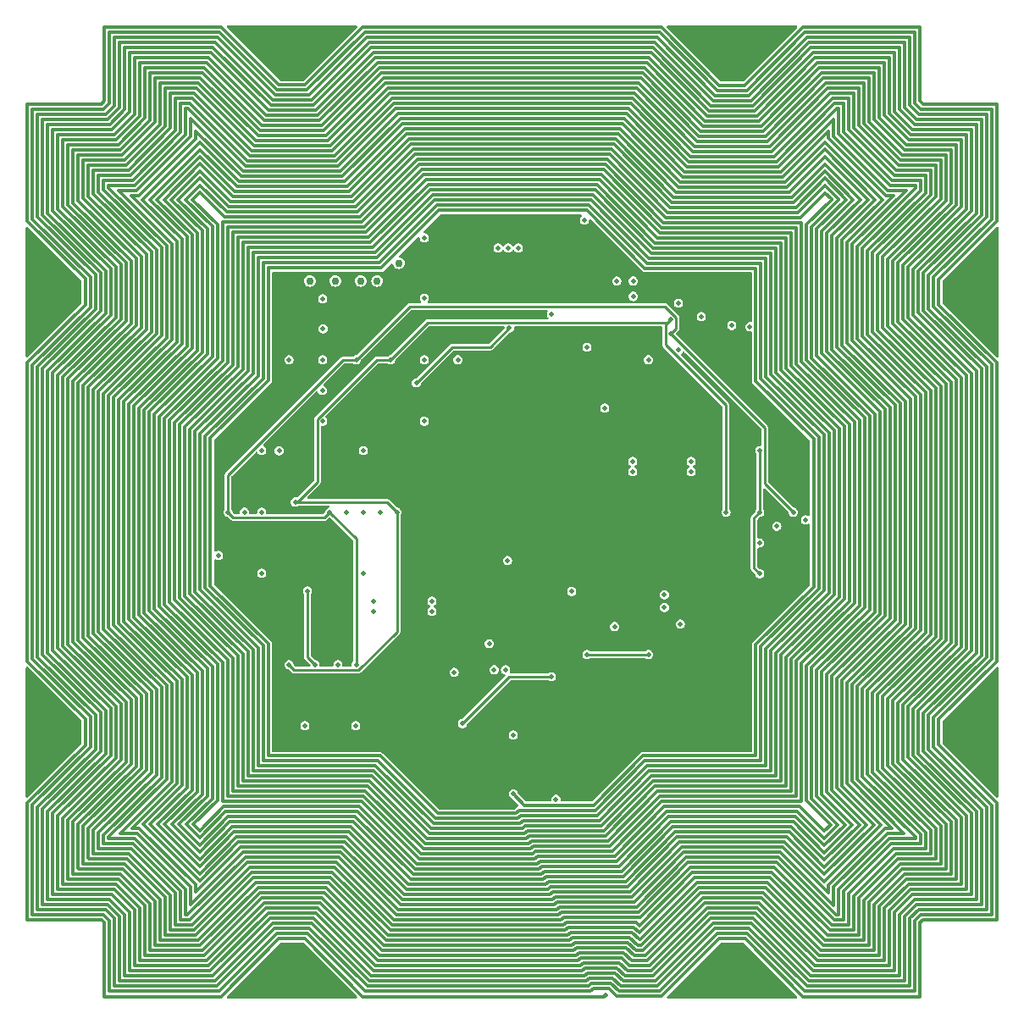
<source format=gbr>
%TF.GenerationSoftware,KiCad,Pcbnew,8.0.5*%
%TF.CreationDate,2025-02-27T20:43:24-05:00*%
%TF.ProjectId,Z+,5a2b2e6b-6963-4616-945f-706362585858,rev?*%
%TF.SameCoordinates,Original*%
%TF.FileFunction,Copper,L3,Inr*%
%TF.FilePolarity,Positive*%
%FSLAX46Y46*%
G04 Gerber Fmt 4.6, Leading zero omitted, Abs format (unit mm)*
G04 Created by KiCad (PCBNEW 8.0.5) date 2025-02-27 20:43:24*
%MOMM*%
%LPD*%
G01*
G04 APERTURE LIST*
%TA.AperFunction,ComponentPad*%
%ADD10C,0.762000*%
%TD*%
%TA.AperFunction,ComponentPad*%
%ADD11C,3.800000*%
%TD*%
%TA.AperFunction,ViaPad*%
%ADD12C,0.508000*%
%TD*%
%TA.AperFunction,ViaPad*%
%ADD13C,0.762000*%
%TD*%
%TA.AperFunction,Conductor*%
%ADD14C,0.254000*%
%TD*%
%TA.AperFunction,Conductor*%
%ADD15C,0.360680*%
%TD*%
G04 APERTURE END LIST*
D10*
%TO.N,GND*%
%TO.C,H4*%
X193851074Y-79832061D03*
X194495324Y-78276311D03*
X194495324Y-81387811D03*
X196051074Y-77632061D03*
D11*
X196051074Y-79832061D03*
D10*
X196051074Y-82032061D03*
X197606824Y-78276311D03*
X197606824Y-81387811D03*
X198251074Y-79832061D03*
%TD*%
%TO.N,GND*%
%TO.C,H2*%
X193851074Y-123832061D03*
X194495324Y-122276311D03*
X194495324Y-125387811D03*
X196051074Y-121632061D03*
D11*
X196051074Y-123832061D03*
D10*
X196051074Y-126032061D03*
X197606824Y-122276311D03*
X197606824Y-125387811D03*
X198251074Y-123832061D03*
%TD*%
%TO.N,GND*%
%TO.C,H5*%
X126051074Y-147632061D03*
X126695324Y-146076311D03*
X126695324Y-149187811D03*
X128251074Y-145432061D03*
D11*
X128251074Y-147632061D03*
D10*
X128251074Y-149832061D03*
X129806824Y-146076311D03*
X129806824Y-149187811D03*
X130451074Y-147632061D03*
%TD*%
%TO.N,GND*%
%TO.C,H1*%
X102251074Y-79832061D03*
X102895324Y-78276311D03*
X102895324Y-81387811D03*
X104451074Y-77632061D03*
D11*
X104451074Y-79832061D03*
D10*
X104451074Y-82032061D03*
X106006824Y-78276311D03*
X106006824Y-81387811D03*
X106651074Y-79832061D03*
%TD*%
%TO.N,GND*%
%TO.C,H3*%
X102251074Y-123832061D03*
X102895324Y-122276311D03*
X102895324Y-125387811D03*
X104451074Y-121632061D03*
D11*
X104451074Y-123832061D03*
D10*
X104451074Y-126032061D03*
X106006824Y-122276311D03*
X106006824Y-125387811D03*
X106651074Y-123832061D03*
%TD*%
%TO.N,GND*%
%TO.C,H6*%
X170051074Y-56032061D03*
X170695324Y-54476311D03*
X170695324Y-57587811D03*
X172251074Y-53832061D03*
D11*
X172251074Y-56032061D03*
D10*
X172251074Y-58232061D03*
X173806824Y-54476311D03*
X173806824Y-57587811D03*
X174451074Y-56032061D03*
%TD*%
%TO.N,GND*%
%TO.C,H8*%
X126051074Y-56032061D03*
X126695324Y-54476311D03*
X126695324Y-57587811D03*
X128251074Y-53832061D03*
D11*
X128251074Y-56032061D03*
D10*
X128251074Y-58232061D03*
X129806824Y-54476311D03*
X129806824Y-57587811D03*
X130451074Y-56032061D03*
%TD*%
%TO.N,GND*%
%TO.C,H7*%
X170051074Y-147632061D03*
X170695324Y-146076311D03*
X170695324Y-149187811D03*
X172251074Y-145432061D03*
D11*
X172251074Y-147632061D03*
D10*
X172251074Y-149832061D03*
X173806824Y-146076311D03*
X173806824Y-149187811D03*
X174451074Y-147632061D03*
%TD*%
D12*
%TO.N,GND*%
X149860000Y-100584000D03*
D13*
X127508000Y-78740000D03*
D12*
X165559000Y-107696000D03*
X132080000Y-107963000D03*
X133858000Y-114808000D03*
X172466000Y-104140000D03*
X165559000Y-104394000D03*
X138684000Y-95745000D03*
X147828000Y-86627000D03*
X128778000Y-88900000D03*
X166243000Y-78359000D03*
X144018000Y-84328000D03*
X161049000Y-106680000D03*
X169926000Y-80772000D03*
X155956000Y-105410000D03*
X149655000Y-103378000D03*
X171704000Y-107963000D03*
X148091428Y-109741000D03*
X178308000Y-95745000D03*
X137922000Y-99568000D03*
X127762000Y-99568000D03*
X149797000Y-109728000D03*
X169164000Y-84849000D03*
X164592000Y-78359000D03*
X128778000Y-119380000D03*
X177546000Y-99568000D03*
X149797000Y-108204000D03*
X150114000Y-120650000D03*
X128016000Y-92723000D03*
X160020000Y-100142000D03*
X197866000Y-85090000D03*
X153162000Y-110744000D03*
X128524000Y-95745000D03*
X132842000Y-104140000D03*
X146171500Y-109220000D03*
X122682000Y-107188000D03*
X167894000Y-78359000D03*
X122682000Y-104140000D03*
X144780000Y-80505000D03*
X166878000Y-149606000D03*
X155956000Y-103886000D03*
X102857410Y-118630590D03*
X161099000Y-105156000D03*
X157734000Y-109791000D03*
X172212000Y-81471000D03*
X159195000Y-87376000D03*
X138938000Y-88900000D03*
X133096000Y-54102000D03*
X163764000Y-101600000D03*
X154178000Y-86677000D03*
X151892000Y-115062000D03*
X133857999Y-84328000D03*
X161099000Y-109728000D03*
X138176000Y-92723000D03*
%TO.N,MAIN_3V3*%
X135382000Y-95695000D03*
X169164000Y-82296000D03*
X141478000Y-86614000D03*
X141478000Y-80455000D03*
X141478000Y-92773000D03*
X154178000Y-82042000D03*
X144463000Y-117856000D03*
X145288000Y-122999000D03*
X154178000Y-118301000D03*
X135382000Y-101854000D03*
X135382000Y-108013000D03*
X147965074Y-114999000D03*
%TO.N,PERI_3V3*%
X120904000Y-106172000D03*
X154632403Y-130558601D03*
X157734000Y-85369500D03*
X160719000Y-78740000D03*
X163893000Y-86614000D03*
X141478000Y-74422000D03*
X174028014Y-83312000D03*
X179578000Y-102616000D03*
%TO.N,Net-(D8-K)*%
X136398000Y-110744000D03*
X136398000Y-111760000D03*
%TO.N,Net-(D7-K)*%
X162306000Y-96774000D03*
X162306000Y-97790000D03*
X142240000Y-110744000D03*
X142240000Y-111760000D03*
%TO.N,VSOLAR*%
X165481000Y-110109000D03*
X165481000Y-111379000D03*
%TO.N,/Solar Charger/Charge OR-ing2/IN*%
X149797000Y-106680000D03*
X156210000Y-109791000D03*
%TO.N,VBATT*%
X160502500Y-113284000D03*
X159512000Y-91440000D03*
D13*
X138938000Y-76962000D03*
D12*
%TO.N,SDA*%
X138747000Y-101854000D03*
X138113000Y-86614000D03*
X127953000Y-86614000D03*
X166116000Y-82613000D03*
X128587000Y-100838000D03*
X127953000Y-117094000D03*
X171641000Y-101854000D03*
%TO.N,SCL*%
X132017000Y-101854000D03*
X134683000Y-117094000D03*
X178371000Y-101854000D03*
X166116000Y-84011000D03*
X121857000Y-101854000D03*
X144843000Y-86614000D03*
X134682999Y-86614000D03*
%TO.N,Net-(D6-K)*%
X168148000Y-97790000D03*
X168148000Y-96774000D03*
%TO.N,COIL_DRIVER_EN*%
X172212000Y-83185000D03*
X167069000Y-113030000D03*
%TO.N,/Sun Pyramid/LS0_SCL*%
X131349500Y-83534500D03*
%TO.N,/Sun Pyramid/LS0_SDA*%
X131286500Y-89693500D03*
%TO.N,/Sun Pyramid/LS1_SCL*%
X123507000Y-101854000D03*
%TO.N,SDA_SPWR*%
X149987000Y-83439000D03*
X140684500Y-88931500D03*
%TO.N,/Coil Driver/SCL_M*%
X133667000Y-101854000D03*
X149606000Y-117602000D03*
%TO.N,/Coil Driver/SDA_M*%
X137097000Y-101854000D03*
X148463000Y-117602000D03*
%TO.N,/Sun Pyramid/LS1_SDA*%
X126968500Y-95726500D03*
%TO.N,/Sun Pyramid/LS2_SCL*%
X132842000Y-117094000D03*
%TO.N,/Sun Pyramid/LS2_SDA*%
X129540000Y-123190000D03*
%TO.N,/Sun Pyramid/LS3_SCL*%
X176721000Y-103251000D03*
%TO.N,/Sun Pyramid/LS3_SDA*%
X174974500Y-104933500D03*
%TO.N,/Sun Pyramid/LS0_3V3*%
X131318000Y-92773000D03*
X131318000Y-80518000D03*
X131318000Y-86614000D03*
%TO.N,/Sun Pyramid/LS1_3V3*%
X125222000Y-95695000D03*
X125222000Y-107950000D03*
X125222000Y-101854000D03*
%TO.N,/Coil Driver/coil*%
X150367998Y-124129800D03*
X150380699Y-130022600D03*
X159565941Y-150151342D03*
%TO.N,/Sun Pyramid/LS2_3V3*%
X129794000Y-109728000D03*
X134620000Y-123190000D03*
X130556000Y-117094000D03*
%TO.N,/Sun Pyramid/LS3_3V3*%
X175006000Y-95695000D03*
X175006000Y-101854000D03*
X175006000Y-108013000D03*
%TO.N,Net-(Q8-D)*%
X157734000Y-116078000D03*
X163893000Y-116078000D03*
D13*
%TO.N,GNDREF*%
X130048000Y-78740000D03*
D12*
X157480000Y-72644000D03*
%TO.N,USB_5V*%
X148844000Y-75438000D03*
%TO.N,/Interfaces/USB-C/D_CONN-*%
X150876000Y-75438000D03*
%TO.N,/Interfaces/USB-C/D_CONN+*%
X149860000Y-75438000D03*
D13*
%TO.N,/Interfaces/RBF/SYS*%
X132588000Y-78740000D03*
%TO.N,/Interfaces/RBF/BATT*%
X136773183Y-78740000D03*
%TO.N,/Interfaces/RBF/VSYS*%
X135128000Y-78740000D03*
D12*
%TO.N,/I2C Translator/SDAOUT*%
X166878000Y-80963000D03*
X162369000Y-80264000D03*
%TO.N,/I2C Translator/SCLOUT*%
X162369000Y-78740000D03*
X166878000Y-85661000D03*
%TD*%
D14*
%TO.N,MAIN_3V3*%
X149986000Y-118301000D02*
X154178000Y-118301000D01*
X145288000Y-122999000D02*
X149986000Y-118301000D01*
%TO.N,SDA*%
X137731000Y-100838000D02*
X138747000Y-101854000D01*
X138747000Y-113780948D02*
X138747000Y-101854000D01*
X165587680Y-83141320D02*
X166116000Y-82613000D01*
X127953000Y-117094000D02*
X128484000Y-117625000D01*
X130787000Y-92553052D02*
X136726052Y-86614000D01*
X138113000Y-86614000D02*
X141816320Y-82910680D01*
X136726052Y-86614000D02*
X138113000Y-86614000D01*
X141816320Y-82910680D02*
X165818320Y-82910680D01*
X128778000Y-100838000D02*
X130787000Y-98829000D01*
X128587000Y-100838000D02*
X128778000Y-100838000D01*
X171641000Y-91171158D02*
X165587680Y-85117838D01*
X171641000Y-101854000D02*
X171641000Y-91171158D01*
X128484000Y-117625000D02*
X134902948Y-117625000D01*
X165818320Y-82910680D02*
X166116000Y-82613000D01*
X128587000Y-100838000D02*
X137731000Y-100838000D01*
X130787000Y-98829000D02*
X130787000Y-92553052D01*
X165587680Y-85117838D02*
X165587680Y-83141320D01*
X134902948Y-117625000D02*
X138747000Y-113780948D01*
%TO.N,SCL*%
X131486000Y-102385000D02*
X122388000Y-102385000D01*
X166644320Y-82394162D02*
X166644320Y-83482680D01*
X140016999Y-81280000D02*
X165530158Y-81280000D01*
X122388000Y-102385000D02*
X121857000Y-101854000D01*
X175534320Y-93429320D02*
X175534320Y-99017320D01*
X121857000Y-98134842D02*
X133377842Y-86614000D01*
X175534320Y-99017320D02*
X178371000Y-101854000D01*
X134683000Y-104520000D02*
X134683000Y-117094000D01*
X133377842Y-86614000D02*
X134682999Y-86614000D01*
X166644320Y-83482680D02*
X166116000Y-84011000D01*
X121857000Y-101854000D02*
X121857000Y-98134842D01*
X132017000Y-101854000D02*
X134683000Y-104520000D01*
X134682999Y-86614000D02*
X140016999Y-81280000D01*
X132017000Y-101854000D02*
X131486000Y-102385000D01*
X165530158Y-81280000D02*
X166644320Y-82394162D01*
X166116000Y-84011000D02*
X175534320Y-93429320D01*
%TO.N,SDA_SPWR*%
X148082000Y-85344000D02*
X144272000Y-85344000D01*
X149987000Y-83439000D02*
X148082000Y-85344000D01*
X144272000Y-85344000D02*
X140684500Y-88931500D01*
D15*
%TO.N,/Coil Driver/coil*%
X138059074Y-143662001D02*
X132293274Y-137896201D01*
X159217274Y-133172261D02*
X151597274Y-133172261D01*
X135313334Y-53392941D02*
X165188814Y-53392941D01*
X136535074Y-75920201D02*
X142300874Y-70154401D01*
X126756074Y-59664201D02*
X129753274Y-59664201D01*
X133969674Y-69824201D02*
X139735474Y-64058401D01*
X159191874Y-68122401D02*
X164983074Y-73913601D01*
X136382674Y-147726001D02*
X130616874Y-141960201D01*
X162493874Y-140792261D02*
X154797214Y-140792261D01*
X116951674Y-133070201D02*
X119771074Y-130250801D01*
X114513274Y-92049201D02*
X120279074Y-86283401D01*
X164551274Y-129260201D02*
X164551274Y-129260661D01*
X156321214Y-144348261D02*
X155991474Y-144678001D01*
X194116874Y-132816201D02*
X194116874Y-137997801D01*
X152612814Y-135712261D02*
X152283074Y-136042001D01*
X188452674Y-147726001D02*
X180324674Y-147726001D01*
X109103074Y-125755001D02*
X109103074Y-121894201D01*
X181340674Y-145186001D02*
X175574874Y-139420201D01*
X123327074Y-87553401D02*
X123327074Y-74904201D01*
X166862674Y-69341601D02*
X177759274Y-69341601D01*
X119085274Y-94005001D02*
X124851074Y-88239201D01*
X114183074Y-127888601D02*
X114183074Y-119786001D01*
X175117674Y-115290201D02*
X175117674Y-126720201D01*
X183245674Y-129209401D02*
X187131874Y-133095601D01*
X118653474Y-144170001D02*
X115605474Y-144170001D01*
X130616874Y-61696201D02*
X136382674Y-55930401D01*
X187004874Y-91795201D02*
X187004874Y-112039001D01*
X180934274Y-146202001D02*
X175168474Y-140436201D01*
X112659074Y-127253601D02*
X112659074Y-120395601D01*
X112557474Y-62051801D02*
X112557474Y-56438401D01*
X157947274Y-71170401D02*
X163738474Y-76961601D01*
X114005274Y-111734201D02*
X114005274Y-91846001D01*
X188376474Y-70230601D02*
X183753674Y-74853401D01*
X109512414Y-53392941D02*
X121196014Y-53392941D01*
X141208674Y-67614401D02*
X159395074Y-67614401D01*
X159801474Y-66598401D02*
X165592674Y-72389601D01*
X187817674Y-120497201D02*
X187817674Y-127228201D01*
X158785474Y-132156261D02*
X151165474Y-132156261D01*
X169326474Y-140436201D02*
X163560674Y-146202001D01*
X187309674Y-76326601D02*
X187309674Y-83464001D01*
X166303874Y-133324201D02*
X166303874Y-133324661D01*
X155788274Y-144170001D02*
X137855874Y-144170001D01*
X117129474Y-61010401D02*
X118043874Y-61010401D01*
X156829674Y-146710001D02*
X136814474Y-146710001D01*
X105877274Y-115061601D02*
X105877274Y-88544001D01*
X110017474Y-60985001D02*
X110017474Y-53898401D01*
X138668674Y-142138001D02*
X132902874Y-136372201D01*
X126095674Y-142468201D02*
X120329874Y-148234001D01*
X192592874Y-136473801D02*
X188833674Y-136473801D01*
X182432874Y-142646001D02*
X176667074Y-136880201D01*
X176895674Y-67309601D02*
X182686874Y-61518401D01*
X137449474Y-145186001D02*
X131683674Y-139420201D01*
X189849674Y-82397201D02*
X195640874Y-88188401D01*
X177479874Y-134848201D02*
X166964274Y-134848201D01*
X110957274Y-112978801D02*
X110957274Y-90601401D01*
X195640874Y-132181201D02*
X195640874Y-139521801D01*
X195132874Y-64642601D02*
X195132874Y-71348201D01*
X173517474Y-59181601D02*
X179306134Y-53392941D01*
X189976674Y-54406401D02*
X189976674Y-61188201D01*
X131683674Y-139420201D02*
X124851074Y-139420201D01*
X112659074Y-120395601D02*
X106893274Y-114629801D01*
X119009074Y-135838801D02*
X116240474Y-133070201D01*
X112989274Y-112140601D02*
X112989274Y-91439601D01*
X182356674Y-139344001D02*
X182356674Y-141147401D01*
X162620874Y-142824261D02*
X155686214Y-142824261D01*
X115199074Y-75412201D02*
X109433274Y-69646401D01*
X165440274Y-131292661D02*
X160512674Y-136220261D01*
X108417274Y-114020201D02*
X108417274Y-89585401D01*
X182229674Y-85597601D02*
X188020874Y-91388801D01*
X130413674Y-142468201D02*
X126095674Y-142468201D01*
X191881674Y-81533601D02*
X197672874Y-87324801D01*
X110119074Y-121462401D02*
X104353274Y-115696601D01*
X195132874Y-132384401D02*
X195132874Y-139013801D01*
X111058874Y-133933801D02*
X116215074Y-128777601D01*
X133106074Y-135864201D02*
X123352474Y-135864201D01*
X182178874Y-70611601D02*
X179689674Y-73100801D01*
X157362614Y-146888261D02*
X157032874Y-147218001D01*
X183880674Y-139979001D02*
X183880674Y-143154001D01*
X103845274Y-63118601D02*
X110042874Y-63118601D01*
X124343074Y-127736201D02*
X124343074Y-115595919D01*
X187309674Y-83464001D02*
X193100874Y-89255201D01*
X195640874Y-115518801D02*
X189849674Y-121310001D01*
X185912674Y-58470401D02*
X185912674Y-62813801D01*
X152206414Y-134696261D02*
X151876674Y-135026001D01*
X107401274Y-114426601D02*
X107401274Y-89153601D01*
X198180874Y-87096201D02*
X198180874Y-116560201D01*
X164551274Y-129260661D02*
X159623674Y-134188261D01*
X101812414Y-86893861D02*
X107579074Y-81127201D01*
X154797214Y-140792261D02*
X154467474Y-141122001D01*
X190484674Y-149758001D02*
X179511874Y-149758001D01*
X190357674Y-77545801D02*
X190357674Y-82168601D01*
X159598274Y-67106401D02*
X165389474Y-72897601D01*
X131251874Y-140436201D02*
X125257474Y-140436201D01*
X189468674Y-148742001D02*
X179918274Y-148742001D01*
X104861274Y-139521801D02*
X104861274Y-132181201D01*
X111947874Y-135965801D02*
X108417274Y-135965801D01*
X173720674Y-59689601D02*
X179511874Y-53898401D01*
X117739074Y-74320001D02*
X114030674Y-70611601D01*
X177098874Y-67817601D02*
X182356674Y-62559801D01*
X103337274Y-116128401D02*
X103337274Y-87528001D01*
X184896674Y-63220201D02*
X188859074Y-67182601D01*
X112328874Y-68706601D02*
X117129474Y-63906001D01*
X181721674Y-118033401D02*
X181721674Y-129844401D01*
X120279074Y-73304001D02*
X117586674Y-70611601D01*
X181569274Y-144678001D02*
X175803474Y-138912201D01*
X186293674Y-75920201D02*
X186293674Y-83870401D01*
X111033474Y-142265001D02*
X109814274Y-141045801D01*
X118145474Y-62534401D02*
X123403274Y-67792201D01*
X184388674Y-143662001D02*
X182001074Y-143662001D01*
X136179474Y-55422401D02*
X164348074Y-55422401D01*
X119771074Y-73507201D02*
X116875474Y-70611601D01*
X179181674Y-86842201D02*
X184972874Y-92633401D01*
X108087074Y-81355801D02*
X108087074Y-78333201D01*
X157032874Y-147218001D02*
X136585874Y-147218001D01*
X161071474Y-63550401D02*
X166862674Y-69341601D01*
X134604674Y-71348201D02*
X140370474Y-65582401D01*
X115707074Y-119151001D02*
X109941274Y-113385201D01*
X108925274Y-133883001D02*
X114691074Y-128117201D01*
X191576874Y-113893201D02*
X185785674Y-119684401D01*
X157871074Y-149250001D02*
X135773074Y-149250001D01*
X185277674Y-128295001D02*
X191068874Y-134086201D01*
X132064674Y-65252201D02*
X137830474Y-59486401D01*
X115097474Y-140537801D02*
X111541474Y-136981801D01*
X105877274Y-71145001D02*
X105877274Y-65150601D01*
X185277674Y-84302201D02*
X191068874Y-90093401D01*
X114792674Y-133070201D02*
X118247074Y-129615801D01*
X177149674Y-74929601D02*
X177149674Y-87680401D01*
X165795874Y-71881601D02*
X178826074Y-71881601D01*
X114081474Y-57962401D02*
X119288474Y-57962401D01*
X191881674Y-122148201D02*
X191881674Y-125551801D01*
X188960674Y-61594601D02*
X190484674Y-63118601D01*
X198180874Y-116560201D02*
X192389674Y-122351401D01*
X112532074Y-69214601D02*
X117637474Y-64109201D01*
X163306674Y-126212661D02*
X158379074Y-131140261D01*
X183245674Y-74624801D02*
X183245674Y-85165801D01*
X131886874Y-138912201D02*
X124647874Y-138912201D01*
X131658274Y-64236201D02*
X137424074Y-58470401D01*
X181518474Y-68478001D02*
X183652074Y-70611601D01*
X167421474Y-135864661D02*
X162493874Y-140792261D01*
X186420674Y-145694001D02*
X181137474Y-145694001D01*
X102321274Y-116560201D02*
X102321274Y-87121601D01*
X184388674Y-59994401D02*
X184388674Y-63423401D01*
X187512874Y-91592001D02*
X187512874Y-112242201D01*
X184388674Y-63423401D02*
X188655874Y-67690601D01*
X118577274Y-109829201D02*
X118577274Y-93776401D01*
X186293674Y-127837801D02*
X192084874Y-133629001D01*
X116545274Y-92887401D02*
X122311074Y-87121601D01*
X118678874Y-59486401D02*
X124444674Y-65252201D01*
X183448874Y-93268401D02*
X183448874Y-110540401D01*
X163509874Y-126720201D02*
X163509874Y-126720661D01*
X121295074Y-116839601D02*
X115529274Y-111073801D01*
X175625674Y-115493401D02*
X175625674Y-127228201D01*
X181442274Y-133756001D02*
X178978474Y-131292201D01*
X117231074Y-129184001D02*
X117231074Y-118541401D01*
X185074474Y-70611601D02*
X181721674Y-73964401D01*
X114589474Y-145186001D02*
X114589474Y-140741001D01*
X175168474Y-140436201D02*
X169326474Y-140436201D01*
X176133674Y-75945601D02*
X176133674Y-88112201D01*
X111135074Y-77114001D02*
X105369274Y-71348201D01*
X182483674Y-61010401D02*
X183372674Y-61010401D01*
X183525074Y-133095601D02*
X181442274Y-135178401D01*
X135442874Y-73380201D02*
X141208674Y-67614401D01*
X185912674Y-140842601D02*
X185912674Y-145186001D01*
X112151074Y-82981401D02*
X112151074Y-76707601D01*
X155127874Y-142646001D02*
X138465474Y-142646001D01*
X175371674Y-63753601D02*
X181162874Y-57962401D01*
X108925274Y-69849601D02*
X108925274Y-68198601D01*
X107579074Y-78536401D02*
X101812414Y-72769741D01*
X181213674Y-86004001D02*
X187004874Y-91795201D01*
X139964074Y-64566401D02*
X160614274Y-64566401D01*
X141361074Y-135534001D02*
X135595274Y-129768201D01*
X119085274Y-58470401D02*
X124851074Y-64236201D01*
X163052674Y-144576861D02*
X162951074Y-144576861D01*
X112049474Y-61823201D02*
X112049474Y-55930401D01*
X174965274Y-62737601D02*
X180756474Y-56946401D01*
X122311074Y-116407801D02*
X116545274Y-110642001D01*
X117637474Y-61518401D02*
X117840674Y-61518401D01*
X181721674Y-73964401D02*
X181721674Y-85800801D01*
X178216474Y-70357601D02*
X181518474Y-67055601D01*
X155559674Y-143662001D02*
X138059074Y-143662001D01*
X116545274Y-110642001D02*
X116545274Y-92887401D01*
X117637474Y-139521801D02*
X112557474Y-134441801D01*
X175803474Y-138912201D02*
X168716874Y-138912201D01*
X122819074Y-116204601D02*
X117053274Y-110438801D01*
X110246074Y-63626601D02*
X112049474Y-61823201D01*
X168310474Y-65785601D02*
X176235274Y-65785601D01*
X118069274Y-110032401D02*
X118069274Y-93547801D01*
X190891074Y-141553801D02*
X189976674Y-142468201D01*
X182356674Y-141147401D02*
X177073474Y-135864201D01*
X109611074Y-81965401D02*
X109611074Y-77723601D01*
X165188814Y-53392941D02*
X170977474Y-59181601D01*
X131226474Y-63220201D02*
X136992274Y-57454401D01*
X119034474Y-68452601D02*
X121930074Y-71348201D01*
X118247074Y-118109601D02*
X112481274Y-112343801D01*
X190865674Y-125983601D02*
X196656874Y-131774801D01*
X140116474Y-138582001D02*
X134350674Y-132816201D01*
X110017474Y-149758001D02*
X110017474Y-142671401D01*
X117231074Y-118541401D02*
X111465274Y-112775601D01*
X192389674Y-81305001D02*
X198180874Y-87096201D01*
X106385274Y-70941801D02*
X106385274Y-65658601D01*
X116240474Y-133070201D02*
X119263074Y-130047601D01*
X178165674Y-116534801D02*
X178165674Y-129768201D01*
X137043074Y-126212201D02*
X125867074Y-126212201D01*
X182356674Y-62559801D02*
X182356674Y-64287001D01*
X163433674Y-144195861D02*
X163052674Y-144576861D01*
X151498360Y-131140261D02*
X150380699Y-130022600D01*
X187436674Y-62204201D02*
X189875074Y-64642601D01*
X124216074Y-65760201D02*
X132267874Y-65760201D01*
X190357674Y-82168601D02*
X196148874Y-87959801D01*
X176032074Y-65277601D02*
X181823274Y-59486401D01*
X113065474Y-141401401D02*
X110677874Y-139013801D01*
X112049474Y-141833201D02*
X110246074Y-140029801D01*
X197672874Y-141553801D02*
X190891074Y-141553801D01*
X142580274Y-132486001D02*
X136814474Y-126720201D01*
X161579014Y-148234001D02*
X160741274Y-147396261D01*
X117129474Y-142646001D02*
X117129474Y-139725001D01*
X115021274Y-111302401D02*
X115021274Y-92277801D01*
X168488274Y-138404201D02*
X163001874Y-143890601D01*
X188528874Y-91160201D02*
X188528874Y-112674001D01*
X174533474Y-61721601D02*
X180324674Y-55930401D01*
X184896674Y-140410801D02*
X184896674Y-144170001D01*
X189443274Y-133933801D02*
X187766874Y-133933801D01*
X117637474Y-142138001D02*
X117637474Y-139521801D01*
X183956874Y-110743601D02*
X178165674Y-116534801D01*
X112963874Y-70230601D02*
X118653474Y-64541001D01*
X157997614Y-148412261D02*
X157667874Y-148742001D01*
X108087074Y-122326001D02*
X102321274Y-116560201D01*
X117129474Y-139725001D02*
X112354274Y-134949801D01*
X141767474Y-134518001D02*
X136001674Y-128752201D01*
X120787074Y-86512001D02*
X120787074Y-73075401D01*
X119059874Y-110311801D02*
X118577274Y-109829201D01*
X196148874Y-87959801D02*
X196148874Y-115722001D01*
X178572074Y-132308201D02*
X165897474Y-132308201D01*
X164551274Y-54914401D02*
X170342474Y-60705601D01*
X115707074Y-128549001D02*
X115707074Y-119151001D01*
X162264814Y-140284261D02*
X154568614Y-140284261D01*
X142300874Y-70154401D02*
X158353674Y-70154401D01*
X141564274Y-135026001D02*
X135798474Y-129260201D01*
X182864674Y-64058401D02*
X188020874Y-69214601D01*
X174609674Y-126212201D02*
X163306674Y-126212201D01*
X150962274Y-131648261D02*
X150632074Y-131978461D01*
X190484674Y-53898401D02*
X190484674Y-60985001D01*
X113675074Y-127660001D02*
X113675074Y-119989201D01*
X159420474Y-133680261D02*
X151800014Y-133680261D01*
X113573474Y-141198201D02*
X110881074Y-138505801D01*
X176235274Y-65785601D02*
X182026474Y-59994401D01*
X115707074Y-75209001D02*
X109941274Y-69443201D01*
X183245674Y-85165801D02*
X189036874Y-90957001D01*
X116215074Y-75005801D02*
X110931874Y-69722601D01*
X105877274Y-132613001D02*
X111643074Y-126847201D01*
X104861274Y-88137601D02*
X110627074Y-82371801D01*
X186801674Y-127634601D02*
X192592874Y-133425801D01*
X125867074Y-88671001D02*
X125867074Y-77444201D01*
X109941274Y-113385201D02*
X109941274Y-90195001D01*
X192592874Y-89458401D02*
X192592874Y-114299601D01*
X109407874Y-61594601D02*
X110017474Y-60985001D01*
X122946074Y-68808201D02*
X133537874Y-68808201D01*
X136585874Y-147218001D02*
X130820074Y-141452201D01*
X108925274Y-113791601D02*
X108925274Y-89788601D01*
X125689274Y-62204201D02*
X130820074Y-62204201D01*
X180324674Y-55930401D02*
X188452674Y-55930401D01*
X190988414Y-150270261D02*
X179312934Y-150270261D01*
X190357674Y-121513201D02*
X190357674Y-126186801D01*
X158582274Y-131648261D02*
X150962274Y-131648261D01*
X181518474Y-69925801D02*
X182178874Y-70586201D01*
X198689734Y-61092941D02*
X198689734Y-72769741D01*
X168259674Y-137896201D02*
X162976474Y-143179401D01*
X117129474Y-63906001D02*
X117129474Y-61010401D01*
X139481474Y-140106001D02*
X133715674Y-134340201D01*
X102829274Y-116331601D02*
X102829274Y-87324801D01*
X164754474Y-54406401D02*
X170545674Y-60197601D01*
X134579274Y-132308201D02*
X121828474Y-132308201D01*
X161808074Y-139268261D02*
X154136814Y-139268261D01*
X155356474Y-143154001D02*
X138262274Y-143154001D01*
X114691074Y-119557401D02*
X108925274Y-113791601D01*
X130210474Y-142976201D02*
X126298874Y-142976201D01*
X124851074Y-76428201D02*
X136738274Y-76428201D01*
X121396674Y-131292201D02*
X119009074Y-133679801D01*
X137424074Y-58470401D02*
X163128874Y-58470401D01*
X181442274Y-138074001D02*
X177708474Y-134340201D01*
X186420674Y-133095601D02*
X181442274Y-138074001D01*
X101812414Y-142570261D02*
X101812414Y-130912061D01*
X114691074Y-84022801D02*
X114691074Y-75615401D01*
X110119074Y-126186801D02*
X110119074Y-121462401D01*
X163433674Y-144195401D02*
X163433674Y-144195861D01*
X187944674Y-147218001D02*
X180527874Y-147218001D01*
X164348074Y-128752201D02*
X161503274Y-131597001D01*
X103845274Y-71957801D02*
X103845274Y-63118601D01*
X158988674Y-68630401D02*
X164779874Y-74421601D01*
X135595274Y-129768201D02*
X122311074Y-129768201D01*
X188833674Y-82829001D02*
X194624874Y-88620201D01*
X107401274Y-66674601D02*
X111490674Y-66674601D01*
X112557474Y-56438401D02*
X119923474Y-56438401D01*
X154136814Y-139268261D02*
X153807074Y-139598001D01*
X158404474Y-149428261D02*
X158074734Y-149758001D01*
X189468674Y-54914401D02*
X189468674Y-61391401D01*
X174762074Y-141452201D02*
X169732874Y-141452201D01*
X107579074Y-125145401D02*
X107579074Y-122529201D01*
X111643074Y-126847201D02*
X111643074Y-120827401D01*
X164576674Y-148742001D02*
X161375814Y-148742001D01*
X160944474Y-146888261D02*
X157362614Y-146888261D01*
X183448874Y-110540401D02*
X177657674Y-116331601D01*
X182229674Y-129641201D02*
X185684074Y-133095601D01*
X114081474Y-62661401D02*
X114081474Y-57962401D01*
X191881674Y-125551801D02*
X197672874Y-131343001D01*
X196148874Y-131978001D02*
X196148874Y-140029801D01*
X132496474Y-137388201D02*
X124012874Y-137388201D01*
X116037274Y-110845201D02*
X116037274Y-92684201D01*
X159014074Y-132664261D02*
X151368674Y-132664261D01*
X111643074Y-82778201D02*
X111643074Y-76910801D01*
X135950874Y-54914401D02*
X164551274Y-54914401D01*
X164754474Y-129768661D02*
X159826874Y-134696261D01*
X120787074Y-73075401D02*
X118323274Y-70611601D01*
X164983074Y-149758001D02*
X160944014Y-149758001D01*
X124343074Y-115595919D02*
X119059874Y-110312719D01*
X114589474Y-140741001D02*
X111338274Y-137489801D01*
X114691074Y-128117201D02*
X114691074Y-119557401D01*
X153146674Y-138074001D02*
X140345074Y-138074001D01*
X125359074Y-126720201D02*
X125359074Y-115188601D01*
X139913274Y-139090001D02*
X134147474Y-133324201D01*
X187131874Y-133121001D02*
X181442274Y-138810601D01*
X163535274Y-77469601D02*
X174609674Y-77469601D01*
X190989734Y-142899086D02*
X190989734Y-150268941D01*
X198180874Y-61594601D02*
X198180874Y-72567401D01*
X162976014Y-143890601D02*
X162417674Y-143332261D01*
X164983074Y-130276201D02*
X164983074Y-130276661D01*
X162036674Y-139776261D02*
X154340014Y-139776261D01*
X189671874Y-138505801D02*
X186928674Y-141249001D01*
X192389674Y-122351401D02*
X192389674Y-125348601D01*
X181518474Y-64871201D02*
X187258874Y-70611601D01*
X113065474Y-146710001D02*
X113065474Y-141401401D01*
X125867074Y-77444201D02*
X137195474Y-77444201D01*
X164779874Y-74421601D02*
X177657674Y-74421601D01*
X110474674Y-139521801D02*
X104861274Y-139521801D01*
X178673674Y-116738001D02*
X178673674Y-130276201D01*
X165668874Y-131800201D02*
X165668874Y-131800661D01*
X160207874Y-65582401D02*
X165999074Y-71373601D01*
X120964874Y-149758001D02*
X110017474Y-149758001D01*
X180400874Y-94538401D02*
X180400874Y-109295801D01*
X192084874Y-70129001D02*
X186293674Y-75920201D01*
X119034474Y-69163801D02*
X121726874Y-71856201D01*
X124647874Y-138912201D02*
X118882074Y-144678001D01*
X111338274Y-137489801D02*
X106918674Y-137489801D01*
X165999074Y-71373601D02*
X178622874Y-71373601D01*
X106918674Y-137489801D02*
X106893274Y-137464401D01*
X164348074Y-75437601D02*
X176641674Y-75437601D01*
X180324674Y-147726001D02*
X174558874Y-141960201D01*
X103337274Y-72161001D02*
X103337274Y-62610601D01*
X108417274Y-133654401D02*
X114183074Y-127888601D01*
X119009074Y-137997801D02*
X114081474Y-133070201D01*
X121523674Y-72364201D02*
X135036474Y-72364201D01*
X178775274Y-131800201D02*
X165668874Y-131800201D01*
X107909274Y-89356801D02*
X113675074Y-83591001D01*
X169326474Y-63245601D02*
X175168474Y-63245601D01*
X166202274Y-70865601D02*
X178419674Y-70865601D01*
X180705674Y-117627001D02*
X180705674Y-130276201D01*
X182636074Y-142138001D02*
X176870274Y-136372201D01*
X178622874Y-71373601D02*
X181518474Y-68478001D01*
X138033674Y-59994401D02*
X162519274Y-59994401D01*
X176006674Y-138404201D02*
X168488274Y-138404201D01*
X182864674Y-139547201D02*
X182864674Y-142138001D01*
X177327474Y-68325601D02*
X181848674Y-63804401D01*
X162214474Y-143840261D02*
X156118014Y-143840261D01*
X115605474Y-63271001D02*
X115605474Y-59486401D01*
X179918274Y-54914401D02*
X189468674Y-54914401D01*
X176641674Y-128244201D02*
X164144874Y-128244201D01*
X164983074Y-53898401D02*
X170774274Y-59689601D01*
X103845274Y-87731201D02*
X109611074Y-81965401D01*
X109941274Y-69214601D02*
X112532074Y-69214601D01*
X109512414Y-142899086D02*
X109183589Y-142570261D01*
X112659074Y-76504401D02*
X106893274Y-70738601D01*
X107401274Y-136981801D02*
X107401274Y-133222601D01*
X132293274Y-137896201D02*
X124216074Y-137896201D01*
X152715334Y-137058001D02*
X140751474Y-137058001D01*
X194116874Y-70941801D02*
X188325674Y-76733001D01*
X123174674Y-68300201D02*
X133309274Y-68300201D01*
X106893274Y-114629801D02*
X106893274Y-88950401D01*
X109183589Y-142570261D02*
X101812414Y-142570261D01*
X197164874Y-72161001D02*
X191373674Y-77952201D01*
X162722474Y-59486401D02*
X168513674Y-65277601D01*
X135544474Y-149758001D02*
X129778674Y-143992201D01*
X110119074Y-82168601D02*
X110119074Y-77520401D01*
X124216074Y-137896201D02*
X118450274Y-143662001D01*
X198180874Y-131139801D02*
X198180874Y-142061801D01*
X196656874Y-131774801D02*
X196656874Y-140537801D01*
X118247074Y-129615801D02*
X118247074Y-118109601D01*
X116621474Y-143154001D02*
X116621474Y-139928201D01*
X125486074Y-62712201D02*
X131023274Y-62712201D01*
X170952074Y-144500201D02*
X165186274Y-150266001D01*
X155025814Y-141300261D02*
X154696074Y-141630001D01*
X118018474Y-142646001D02*
X117129474Y-142646001D01*
X161681074Y-62026401D02*
X167472274Y-67817601D01*
X189976674Y-61188201D02*
X190891074Y-62102601D01*
X164144874Y-55930401D02*
X169936074Y-61721601D01*
X123835074Y-87782001D02*
X123835074Y-75412201D01*
X118755074Y-85673801D02*
X118755074Y-73913601D01*
X175168474Y-63245601D02*
X180959674Y-57454401D01*
X167065874Y-68833601D02*
X177556074Y-68833601D01*
X167904074Y-66801601D02*
X176692474Y-66801601D01*
X175625674Y-127228201D02*
X163713074Y-127228201D01*
X196656874Y-63118601D02*
X196656874Y-71957801D01*
X163001874Y-143890601D02*
X162976014Y-143890601D01*
X116037274Y-92684201D02*
X121803074Y-86918401D01*
X197672874Y-116357001D02*
X191881674Y-122148201D01*
X190484674Y-63118601D02*
X196656874Y-63118601D01*
X195640874Y-64134601D02*
X195640874Y-71551401D01*
X193100874Y-89255201D02*
X193100874Y-114502801D01*
X109941274Y-69443201D02*
X109941274Y-69214601D01*
X161604874Y-145364261D02*
X156753014Y-145364261D01*
X195640874Y-71551401D02*
X189849674Y-77342601D01*
X118882074Y-144678001D02*
X115097474Y-144678001D01*
X185912674Y-62813801D02*
X189265474Y-66166601D01*
X142097674Y-69646401D02*
X158556874Y-69646401D01*
X108087074Y-78333201D02*
X102321274Y-72567401D01*
X103845274Y-115925201D02*
X103845274Y-87731201D01*
X115503874Y-133070201D02*
X118755074Y-129819001D01*
X117815274Y-142138001D02*
X117637474Y-142138001D01*
X133537874Y-68808201D02*
X139303674Y-63042401D01*
X113370274Y-133044801D02*
X117231074Y-129184001D01*
X109611074Y-141553801D02*
X102829274Y-141553801D01*
X197672874Y-131343001D02*
X197672874Y-141553801D01*
X187944674Y-56438401D02*
X187944674Y-62001001D01*
X162316074Y-60502401D02*
X168107274Y-66293601D01*
X176641674Y-87883601D02*
X182432874Y-93674801D01*
X169936074Y-141960201D02*
X164170274Y-147726001D01*
X125867074Y-126212201D02*
X125867074Y-114985401D01*
X113675074Y-119989201D02*
X107909274Y-114223401D01*
X115605474Y-144170001D02*
X115605474Y-140334601D01*
X186547674Y-70611601D02*
X182737674Y-74421601D01*
X195132874Y-88391601D02*
X195132874Y-115315601D01*
X136001674Y-128752201D02*
X123327074Y-128752201D01*
X166405474Y-70357601D02*
X178216474Y-70357601D01*
X183880674Y-63626601D02*
X188452674Y-68198601D01*
X124851074Y-139420201D02*
X119085274Y-145186001D01*
X116215074Y-84632401D02*
X116215074Y-75005801D01*
X111084274Y-65658601D02*
X114081474Y-62661401D01*
X157667874Y-148742001D02*
X135976274Y-148742001D01*
X110677874Y-64642601D02*
X113065474Y-62255001D01*
X104861274Y-115468001D02*
X104861274Y-88137601D01*
X122666674Y-134340201D02*
X119009074Y-137997801D01*
X188960674Y-148234001D02*
X180121474Y-148234001D01*
X115529274Y-111073801D02*
X115529274Y-92481001D01*
X183372674Y-139750401D02*
X183372674Y-142646001D01*
X118755074Y-129819001D02*
X118755074Y-117906401D01*
X186928674Y-146202001D02*
X180934274Y-146202001D01*
X136789074Y-56946401D02*
X163738474Y-56946401D01*
X196656874Y-71957801D02*
X190865674Y-77749001D01*
X188020874Y-112445401D02*
X182229674Y-118236601D01*
X190560874Y-69494001D02*
X184769674Y-75285201D01*
X153045074Y-136728261D02*
X152715334Y-137058001D01*
X113573474Y-146202001D02*
X113573474Y-141198201D01*
X120152074Y-55930401D02*
X125917874Y-61696201D01*
X110525474Y-54406401D02*
X120787074Y-54406401D01*
X111693874Y-67182601D02*
X115605474Y-63271001D01*
X102321274Y-87121601D02*
X108087074Y-81355801D01*
X130820074Y-141452201D02*
X125663874Y-141452201D01*
X191373674Y-77952201D02*
X191373674Y-81736801D01*
X163763874Y-146710001D02*
X162239414Y-146710001D01*
X153375274Y-138582001D02*
X140116474Y-138582001D01*
X176133674Y-88112201D02*
X181924874Y-93903401D01*
X155889414Y-143332261D02*
X155559674Y-143662001D01*
X182915474Y-70586201D02*
X182915474Y-70611601D01*
X189976674Y-142468201D02*
X189976674Y-149250001D01*
X181848674Y-139140801D02*
X181848674Y-139928201D01*
X165211674Y-130784201D02*
X160283614Y-135712261D01*
X110525474Y-61213601D02*
X110525474Y-54406401D01*
X114183074Y-119786001D02*
X108417274Y-114020201D01*
X136814474Y-126720201D02*
X125359074Y-126720201D01*
X162417674Y-143332261D02*
X155889414Y-143332261D01*
X160004674Y-66090401D02*
X165795874Y-71881601D01*
X135188874Y-130784201D02*
X121295074Y-130784201D01*
X113497274Y-91642801D02*
X119263074Y-85877001D01*
X151267534Y-133502001D02*
X142173874Y-133502001D01*
X157159414Y-146380261D02*
X156829674Y-146710001D01*
X169732874Y-141452201D02*
X163967074Y-147218001D01*
X113573474Y-57454401D02*
X119491674Y-57454401D01*
X179511874Y-53898401D02*
X190484674Y-53898401D01*
X154010274Y-140106001D02*
X139481474Y-140106001D01*
X185480874Y-111404001D02*
X179689674Y-117195201D01*
X191576874Y-89890201D02*
X191576874Y-113893201D01*
X121295074Y-130784201D02*
X121295074Y-116839601D01*
X116875474Y-70611601D02*
X119034474Y-68452601D01*
X190560874Y-69214601D02*
X190560874Y-69494001D01*
X191094274Y-61594601D02*
X198180874Y-61594601D01*
X156423274Y-145694001D02*
X137220874Y-145694001D01*
X140751474Y-137058001D02*
X134985674Y-131292201D01*
X156956214Y-145872261D02*
X156626474Y-146202001D01*
X138465474Y-142646001D02*
X132699674Y-136880201D01*
X109433274Y-134111601D02*
X115199074Y-128345801D01*
X121828474Y-132308201D02*
X119009074Y-135127601D01*
X136331874Y-75412201D02*
X142097674Y-69646401D01*
X191576874Y-133857601D02*
X191576874Y-135457801D01*
X191373674Y-121945001D02*
X191373674Y-125780401D01*
X119694874Y-146710001D02*
X113065474Y-146710001D01*
X189849674Y-77342601D02*
X189849674Y-82397201D01*
X174127074Y-60705601D02*
X179918274Y-54914401D01*
X121295074Y-72872201D02*
X135239674Y-72872201D01*
X174965274Y-140944201D02*
X169529674Y-140944201D01*
X140167274Y-65074401D02*
X160411074Y-65074401D01*
X167472274Y-67817601D02*
X177098874Y-67817601D01*
X122133274Y-70840201D02*
X134401474Y-70840201D01*
X114589474Y-62864601D02*
X114589474Y-58470401D01*
X158379074Y-131140261D02*
X151498360Y-131140261D01*
X185277674Y-75488401D02*
X185277674Y-84302201D01*
X161376274Y-138252261D02*
X153705014Y-138252261D01*
X125460674Y-140944201D02*
X119694874Y-146710001D01*
X109407874Y-142061801D02*
X102321274Y-142061801D01*
X194624874Y-65150601D02*
X194624874Y-71145001D01*
X111135074Y-82575001D02*
X111135074Y-77114001D01*
X175625674Y-76453601D02*
X175625674Y-88315401D01*
X185404674Y-63017001D02*
X189062274Y-66674601D01*
X188833674Y-136473801D02*
X184896674Y-140410801D01*
X107909274Y-133425801D02*
X113675074Y-127660001D01*
X142377074Y-132994001D02*
X136611274Y-127228201D01*
X112557474Y-147218001D02*
X112557474Y-141604601D01*
X189341674Y-121106801D02*
X189341674Y-126593201D01*
X159903074Y-149428261D02*
X158404474Y-149428261D01*
X166964274Y-134848201D02*
X166964274Y-134848661D01*
X121295074Y-86715201D02*
X121295074Y-72872201D01*
X175574874Y-139420201D02*
X168920074Y-139420201D01*
X193100874Y-136981801D02*
X189062274Y-136981801D01*
X190865674Y-77749001D02*
X190865674Y-81940001D01*
X162010814Y-147218001D02*
X161173074Y-146380261D01*
X164983074Y-73913601D02*
X178165674Y-73913601D01*
X152841414Y-136220261D02*
X152511674Y-136550001D01*
X139075074Y-62534401D02*
X161477874Y-62534401D01*
X179181674Y-116966601D02*
X179181674Y-130784201D01*
X118323274Y-70611601D02*
X119034474Y-69900401D01*
X121196014Y-53392941D02*
X126959274Y-59156201D01*
X162696614Y-141300261D02*
X155025814Y-141300261D01*
X136611274Y-127228201D02*
X124851074Y-127228201D01*
X180553274Y-56438401D02*
X187944674Y-56438401D01*
X190357674Y-126186801D02*
X196148874Y-131978001D01*
X124851074Y-88239201D02*
X124851074Y-76428201D01*
X110931874Y-69722601D02*
X112735274Y-69722601D01*
X138236874Y-60502401D02*
X162316074Y-60502401D01*
X109941274Y-134314801D02*
X115707074Y-128549001D01*
X189875074Y-139013801D02*
X187436674Y-141452201D01*
X134198274Y-70332201D02*
X139964074Y-64566401D01*
X189544874Y-90753801D02*
X189544874Y-113080401D01*
X157591214Y-147396261D02*
X157261474Y-147726001D01*
X167421474Y-135864201D02*
X167421474Y-135864661D01*
X165668874Y-131800661D02*
X160741274Y-136728261D01*
X102829274Y-87324801D02*
X108595074Y-81559001D01*
X198689734Y-72769741D02*
X192897674Y-78561801D01*
X181213674Y-73761201D02*
X181213674Y-86004001D01*
X183880674Y-60502401D02*
X183880674Y-63626601D01*
X161604874Y-138760261D02*
X153933614Y-138760261D01*
X139075074Y-141122001D02*
X133309274Y-135356201D01*
X181924874Y-93903401D02*
X181924874Y-109930801D01*
X155229014Y-141808261D02*
X154899274Y-142138001D01*
X187436674Y-146710001D02*
X180731074Y-146710001D01*
X137017674Y-146202001D02*
X131251874Y-140436201D01*
X115453074Y-70611601D02*
X119034474Y-67030201D01*
X182737674Y-74421601D02*
X182737674Y-85369001D01*
X192389674Y-125348601D02*
X198180874Y-131139801D01*
X122311074Y-73888201D02*
X135646074Y-73888201D01*
X167624674Y-136372201D02*
X162696614Y-141300261D01*
X119720274Y-56946401D02*
X125486074Y-62712201D01*
X119009074Y-138709001D02*
X113370274Y-133070201D01*
X107909274Y-114223401D02*
X107909274Y-89356801D01*
X111643074Y-76910801D02*
X105877274Y-71145001D01*
X110017474Y-140537801D02*
X103845274Y-140537801D01*
X115605474Y-140334601D02*
X111744674Y-136473801D01*
X177657674Y-129260201D02*
X164551274Y-129260201D01*
X189036874Y-112877201D02*
X183245674Y-118668401D01*
X155991474Y-144678001D02*
X137652674Y-144678001D01*
X110957274Y-90601401D02*
X116723074Y-84835601D01*
X119771074Y-130250801D02*
X119771074Y-117500001D01*
X105877274Y-88544001D02*
X111643074Y-82778201D01*
X162925674Y-58978401D02*
X168716874Y-64769601D01*
X111973274Y-112547001D02*
X111973274Y-91033201D01*
X134147474Y-133324201D02*
X122260274Y-133324201D01*
X187792274Y-69722601D02*
X189621074Y-69722601D01*
X126298874Y-142976201D02*
X120533074Y-148742001D01*
X184972874Y-92633401D02*
X184972874Y-111175401D01*
X109103074Y-77926801D02*
X103337274Y-72161001D01*
X121599874Y-131800201D02*
X119009074Y-134391001D01*
X178978474Y-131292201D02*
X165440274Y-131292201D01*
X136179474Y-148234001D02*
X130413674Y-142468201D01*
X102829274Y-62102601D02*
X109636474Y-62102601D01*
X188452674Y-141858601D02*
X188452674Y-147726001D01*
X113319474Y-70637001D02*
X113319474Y-70611601D01*
X120533074Y-148742001D02*
X111033474Y-148742001D01*
X188960674Y-142061801D02*
X188960674Y-148234001D01*
X153476414Y-137744261D02*
X153146674Y-138074001D01*
X187970074Y-134441801D02*
X182864674Y-139547201D01*
X142504074Y-70662401D02*
X158150474Y-70662401D01*
X181213674Y-117830201D02*
X181213674Y-130073001D01*
X126527474Y-143484201D02*
X120761674Y-149250001D01*
X109433274Y-113588401D02*
X109433274Y-89991801D01*
X108417274Y-70078201D02*
X108417274Y-67690601D01*
X115529274Y-92481001D02*
X121295074Y-86715201D01*
X124343074Y-88010601D02*
X124343074Y-75920201D01*
X109512414Y-150270261D02*
X109512414Y-142899086D01*
X193100874Y-70535401D02*
X187309674Y-76326601D01*
X112989274Y-91439601D02*
X118755074Y-85673801D01*
X119288474Y-145694001D02*
X114081474Y-145694001D01*
X138643274Y-61518401D02*
X161909674Y-61518401D01*
X111033474Y-54914401D02*
X120558474Y-54914401D01*
X129550074Y-144500201D02*
X126959274Y-144500201D01*
X105877274Y-138505801D02*
X105877274Y-132613001D01*
X163560674Y-146202001D02*
X162442614Y-146202001D01*
X181442274Y-138810601D02*
X177479874Y-134848201D01*
X131429674Y-63728201D02*
X137195474Y-57962401D01*
X181823274Y-59486401D02*
X184896674Y-59486401D01*
X163713074Y-127228661D02*
X158785474Y-132156261D01*
X116113474Y-140131401D02*
X111947874Y-135965801D01*
X161274674Y-63042401D02*
X167065874Y-68833601D01*
X180908874Y-109499001D02*
X175117674Y-115290201D01*
X125917874Y-61696201D02*
X130616874Y-61696201D01*
X194624874Y-115112401D02*
X188833674Y-120903601D01*
X133512474Y-134848201D02*
X122895274Y-134848201D01*
X118755074Y-117906401D02*
X112989274Y-112140601D01*
X115707074Y-84429201D02*
X115707074Y-75209001D01*
X181442274Y-134467201D02*
X178775274Y-131800201D01*
X136966874Y-76936201D02*
X142732674Y-71170401D01*
X134350674Y-132816201D02*
X122031674Y-132816201D01*
X191576874Y-135457801D02*
X188401874Y-135457801D01*
X180731074Y-146710001D02*
X174965274Y-140944201D01*
X181137474Y-145694001D02*
X175371674Y-139928201D01*
X123581074Y-136372201D02*
X117815274Y-142138001D01*
X193608874Y-89052001D02*
X193608874Y-114706001D01*
X191094274Y-142061801D02*
X190484674Y-142671401D01*
X160106274Y-148920261D02*
X158200814Y-148920261D01*
X152943474Y-137566001D02*
X140548274Y-137566001D01*
X178826074Y-71881601D02*
X181518474Y-69189201D01*
X109433274Y-89991801D02*
X115199074Y-84226001D01*
X115199074Y-119354201D02*
X109433274Y-113588401D01*
X182178874Y-70586201D02*
X182178874Y-70611601D01*
X135773074Y-149250001D02*
X130007274Y-143484201D01*
X164348074Y-55422401D02*
X170139274Y-61213601D01*
X116113474Y-63474201D02*
X116113474Y-59994401D01*
X117231074Y-85064201D02*
X117231074Y-74548601D01*
X164144874Y-75945601D02*
X176133674Y-75945601D01*
X170545674Y-143484201D02*
X164779874Y-149250001D01*
X134985674Y-131292201D02*
X121396674Y-131292201D01*
X188325674Y-83032201D02*
X194116874Y-88823401D01*
X125663874Y-141452201D02*
X119898074Y-147218001D01*
X174330274Y-61213601D02*
X180121474Y-55422401D01*
X111109674Y-137997801D02*
X106385274Y-137997801D01*
X118577274Y-93776401D02*
X124343074Y-88010601D01*
X136738274Y-76428201D02*
X142504074Y-70662401D01*
X112989274Y-133425801D02*
X112278074Y-133425801D01*
X103845274Y-140537801D02*
X103845274Y-131749401D01*
X113065474Y-56946401D02*
X119720274Y-56946401D01*
X123835074Y-75412201D02*
X136331874Y-75412201D01*
X177149674Y-87680401D02*
X182940874Y-93471601D01*
X158760074Y-69138401D02*
X164551274Y-74929601D01*
X179511874Y-149758001D02*
X173746074Y-143992201D01*
X132699674Y-136880201D02*
X123784274Y-136880201D01*
X115605474Y-59486401D02*
X118678874Y-59486401D01*
X182686874Y-61518401D02*
X182864674Y-61518401D01*
X190687874Y-62610601D02*
X197164874Y-62610601D01*
X193100874Y-133222601D02*
X193100874Y-136981801D01*
X178673674Y-73405601D02*
X178673674Y-87045401D01*
X114183074Y-75844001D02*
X108417274Y-70078201D01*
X111897074Y-67690601D02*
X116113474Y-63474201D01*
X164170274Y-147726001D02*
X161782214Y-147726001D01*
X170748874Y-143992201D02*
X164983074Y-149758001D01*
X112354274Y-134949801D02*
X109433274Y-134949801D01*
X151673934Y-134518001D02*
X141767474Y-134518001D01*
X188859074Y-67182601D02*
X192592874Y-67182601D01*
X188198674Y-133425801D02*
X187563674Y-133425801D01*
X163535274Y-57454401D02*
X169326474Y-63245601D01*
X151165474Y-132156261D02*
X150835734Y-132486001D01*
X192592874Y-133425801D02*
X192592874Y-136473801D01*
X155457614Y-142316261D02*
X155127874Y-142646001D01*
X183753674Y-84962601D02*
X189544874Y-90753801D01*
X168920074Y-139420201D02*
X163154274Y-145186001D01*
X187309674Y-127431401D02*
X193100874Y-133222601D01*
X111490674Y-66674601D02*
X115097474Y-63067801D01*
X116621474Y-139928201D02*
X112151074Y-135457801D01*
X167269074Y-68325601D02*
X177327474Y-68325601D01*
X115021274Y-92277801D02*
X120787074Y-86512001D01*
X177708474Y-134340201D02*
X166735674Y-134340201D01*
X111541474Y-142061801D02*
X110017474Y-140537801D01*
X113167074Y-120192401D02*
X107401274Y-114426601D01*
X119898074Y-147218001D02*
X112557474Y-147218001D01*
X125359074Y-76936201D02*
X136966874Y-76936201D01*
X123352474Y-135864201D02*
X118145474Y-141071201D01*
X164779874Y-149250001D02*
X161147214Y-149250001D01*
X138440074Y-61010401D02*
X162112874Y-61010401D01*
X190989734Y-53392941D02*
X190989734Y-60764116D01*
X109941274Y-134441801D02*
X109941274Y-134314801D01*
X183652074Y-70611601D02*
X180705674Y-73558001D01*
X188224074Y-68706601D02*
X191068874Y-68706601D01*
X119085274Y-109626001D02*
X119085274Y-94005001D01*
X119034474Y-138709001D02*
X119009074Y-138709001D01*
X109433274Y-69646401D02*
X109433274Y-68706601D01*
X186293674Y-119887601D02*
X186293674Y-127837801D01*
X182001074Y-143662001D02*
X176235274Y-137896201D01*
X106893274Y-70738601D02*
X106893274Y-66166601D01*
X160512674Y-136220261D02*
X152841414Y-136220261D01*
X168920074Y-64261601D02*
X175574874Y-64261601D01*
X180197674Y-117398401D02*
X180197674Y-130479401D01*
X181721674Y-85800801D02*
X187512874Y-91592001D01*
X122311074Y-129768201D02*
X122311074Y-116407801D01*
X181442274Y-136626201D02*
X178140274Y-133324201D01*
X107909274Y-67182601D02*
X111693874Y-67182601D01*
X167827874Y-136880201D02*
X167827874Y-136880661D01*
X191068874Y-68706601D02*
X191068874Y-69697201D01*
X121189214Y-150270261D02*
X109512414Y-150270261D01*
X191068874Y-134086201D02*
X191068874Y-134949801D01*
X118247074Y-60502401D02*
X124012874Y-66268201D01*
X163738474Y-76961601D02*
X175117674Y-76961601D01*
X135874674Y-74396201D02*
X141640474Y-68630401D01*
X114081474Y-133070201D02*
X117739074Y-129412601D01*
X111541474Y-55422401D02*
X120355274Y-55422401D01*
X189468674Y-61391401D02*
X190687874Y-62610601D01*
X122539674Y-69824201D02*
X133969674Y-69824201D01*
X191068874Y-69697201D02*
X185277674Y-75488401D01*
X124419274Y-138404201D02*
X118653474Y-144170001D01*
X119059874Y-69900401D02*
X121523674Y-72364201D01*
X198180874Y-72567401D02*
X192389674Y-78358601D01*
X158074734Y-149758001D02*
X135544474Y-149758001D01*
X187512874Y-112242201D02*
X181721674Y-118033401D01*
X129778674Y-143992201D02*
X126730674Y-143992201D01*
X163103474Y-142316261D02*
X155457614Y-142316261D01*
X113370274Y-133070201D02*
X113370274Y-133044801D01*
X179918274Y-148742001D02*
X174152474Y-142976201D01*
X194116874Y-88823401D02*
X194116874Y-114909201D01*
X182432874Y-110134001D02*
X176641674Y-115925201D01*
X163967074Y-147218001D02*
X162010814Y-147218001D01*
X187004874Y-112039001D02*
X181213674Y-117830201D01*
X101812414Y-72769741D02*
X101812414Y-61092941D01*
X189062274Y-66674601D02*
X193100874Y-66674601D01*
X190484674Y-142671401D02*
X190484674Y-149758001D01*
X121803074Y-130276201D02*
X121803074Y-116611001D01*
X185785674Y-75717001D02*
X185785674Y-84099001D01*
X191068874Y-113690001D02*
X185277674Y-119481201D01*
X187589074Y-70230601D02*
X188376474Y-70230601D01*
X164373474Y-148234001D02*
X161579014Y-148234001D01*
X196148874Y-71754601D02*
X190357674Y-77545801D01*
X140573674Y-66090401D02*
X160004674Y-66090401D01*
X166100674Y-132816661D02*
X161173074Y-137744261D01*
X160309474Y-148412261D02*
X157997614Y-148412261D01*
X178165674Y-87274001D02*
X183956874Y-93065201D01*
X191318559Y-142570261D02*
X190989734Y-142899086D01*
X187944674Y-141655401D02*
X187944674Y-147218001D01*
X185785674Y-84099001D02*
X191576874Y-89890201D01*
X188528874Y-112674001D02*
X182737674Y-118465201D01*
X174609674Y-88747201D02*
X180400874Y-94538401D01*
X198180874Y-142061801D02*
X191094274Y-142061801D01*
X142173874Y-133502001D02*
X136408074Y-127736201D01*
X101812414Y-61092941D02*
X109183589Y-61092941D01*
X111541474Y-148234001D02*
X111541474Y-142061801D01*
X180527874Y-147218001D02*
X174762074Y-141452201D01*
X109103074Y-81762201D02*
X109103074Y-77926801D01*
X184363274Y-70611601D02*
X181213674Y-73761201D01*
X113573474Y-62458201D02*
X113573474Y-57454401D01*
X122311074Y-87121601D02*
X122311074Y-73888201D01*
X188401874Y-135457801D02*
X183880674Y-139979001D01*
X164144874Y-128244201D02*
X164144874Y-128244661D01*
X104353274Y-131952601D02*
X110119074Y-126186801D01*
X183956874Y-93065201D02*
X183956874Y-110743601D01*
X159826874Y-134696261D02*
X152206414Y-134696261D01*
X114005274Y-91846001D02*
X119771074Y-86080201D01*
X107909274Y-70306801D02*
X107909274Y-67182601D01*
X145019134Y-131978461D02*
X145018674Y-131978001D01*
X119923474Y-56438401D02*
X125689274Y-62204201D01*
X136408074Y-127736201D02*
X124343074Y-127736201D01*
X163941674Y-76453601D02*
X175625674Y-76453601D01*
X181518474Y-65582401D02*
X186547674Y-70611601D01*
X106385274Y-65658601D02*
X111084274Y-65658601D01*
X164551274Y-74929601D02*
X177149674Y-74929601D01*
X106893274Y-88950401D02*
X112659074Y-83184601D01*
X113497274Y-111937401D02*
X113497274Y-91642801D01*
X156753014Y-145364261D02*
X156423274Y-145694001D01*
X177276674Y-135356201D02*
X167192874Y-135356201D01*
X108417274Y-135965801D02*
X108417274Y-133654401D01*
X104861274Y-64134601D02*
X110474674Y-64134601D01*
X188325674Y-120700401D02*
X188325674Y-127025001D01*
X189468674Y-137997801D02*
X186420674Y-141045801D01*
X160740814Y-150266001D02*
X159903074Y-149428261D01*
X179181674Y-130784201D02*
X165211674Y-130784201D01*
X137830474Y-59486401D02*
X162722474Y-59486401D01*
X168716874Y-64769601D02*
X175803474Y-64769601D01*
X111135074Y-121030601D02*
X105369274Y-115264801D01*
X117739074Y-85267401D02*
X117739074Y-74320001D01*
X193608874Y-66166601D02*
X193608874Y-70738601D01*
X165440274Y-131292201D02*
X165440274Y-131292661D01*
X104353274Y-63626601D02*
X110246074Y-63626601D01*
X112151074Y-120598801D02*
X106385274Y-114833001D01*
X151470274Y-134010001D02*
X141970674Y-134010001D01*
X125257474Y-63220201D02*
X131226474Y-63220201D01*
X115097474Y-63067801D02*
X115097474Y-58978401D01*
X170139274Y-61213601D02*
X174330274Y-61213601D01*
X169936074Y-61721601D02*
X174533474Y-61721601D01*
X189341674Y-77139401D02*
X189341674Y-82600401D01*
X113167074Y-127456801D02*
X113167074Y-120192401D01*
X183245674Y-118668401D02*
X183245674Y-129209401D01*
X112049474Y-147726001D02*
X112049474Y-141833201D01*
X160055474Y-135204261D02*
X152409614Y-135204261D01*
X135976274Y-148742001D02*
X130210474Y-142976201D01*
X125867074Y-141960201D02*
X120101274Y-147726001D01*
X105369274Y-115264801D02*
X105369274Y-88340801D01*
X182229674Y-118236601D02*
X182229674Y-129641201D01*
X183880674Y-143154001D02*
X182229674Y-143154001D01*
X188020874Y-91388801D02*
X188020874Y-112445401D01*
X156194674Y-145186001D02*
X137449474Y-145186001D01*
X185404674Y-144678001D02*
X181569274Y-144678001D01*
X124851074Y-115391801D02*
X119085274Y-109626001D01*
X135392074Y-130276201D02*
X121803074Y-130276201D01*
X175117674Y-76961601D02*
X175117674Y-88544001D01*
X118399474Y-133070201D02*
X120787074Y-130682601D01*
X111287474Y-66166601D02*
X114589474Y-62864601D01*
X165186274Y-73405601D02*
X178673674Y-73405601D01*
X182940874Y-93471601D02*
X182940874Y-110337201D01*
X115199074Y-128345801D02*
X115199074Y-119354201D01*
X184972874Y-111175401D02*
X179181674Y-116966601D01*
X111135074Y-126644001D02*
X111135074Y-121030601D01*
X185811074Y-70611601D02*
X182229674Y-74193001D01*
X164754474Y-129768201D02*
X164754474Y-129768661D01*
X170545674Y-60197601D02*
X173923874Y-60197601D01*
X119009074Y-133679801D02*
X118399474Y-133070201D01*
X107934674Y-136473801D02*
X107909274Y-136448401D01*
X110881074Y-138505801D02*
X105877274Y-138505801D01*
X126552874Y-60172201D02*
X129981874Y-60172201D01*
X162645814Y-145694001D02*
X161808074Y-144856261D01*
X182102674Y-133095601D02*
X181442274Y-133756001D01*
X180400874Y-109295801D02*
X174609674Y-115087001D01*
X163941674Y-56438401D02*
X169732874Y-62229601D01*
X187309674Y-120294001D02*
X187309674Y-127431401D01*
X130820074Y-62204201D02*
X136585874Y-56438401D01*
X137220874Y-145694001D02*
X131455074Y-139928201D01*
X108417274Y-67690601D02*
X111897074Y-67690601D01*
X117231074Y-74548601D02*
X113319474Y-70637001D01*
X184769674Y-75285201D02*
X184769674Y-84530801D01*
X163941674Y-127736661D02*
X159014074Y-132664261D01*
X123327074Y-74904201D02*
X136103274Y-74904201D01*
X189265474Y-66166601D02*
X193608874Y-66166601D01*
X109611074Y-125983601D02*
X109611074Y-121691001D01*
X104861274Y-71551401D02*
X104861274Y-64134601D01*
X123123874Y-135356201D02*
X118653474Y-139826601D01*
X190560874Y-90322001D02*
X190560874Y-113486801D01*
X118145474Y-139293201D02*
X112786074Y-133933801D01*
X167700874Y-67309601D02*
X176895674Y-67309601D01*
X158353674Y-70154401D02*
X164144874Y-75945601D01*
X152511674Y-136550001D02*
X140954674Y-136550001D01*
X122895274Y-134848201D02*
X119034474Y-138709001D01*
X184769674Y-84530801D02*
X190560874Y-90322001D01*
X182356674Y-64287001D02*
X187792274Y-69722601D01*
X114691074Y-75615401D02*
X108925274Y-69849601D01*
X189875074Y-64642601D02*
X195132874Y-64642601D01*
X176870274Y-136372201D02*
X167624674Y-136372201D01*
X116723074Y-74777201D02*
X112176474Y-70230601D01*
X120279074Y-86283401D02*
X120279074Y-73304001D01*
X177657674Y-74421601D02*
X177657674Y-87477201D01*
X118755074Y-73913601D02*
X115453074Y-70611601D01*
X176235274Y-137896201D02*
X168259674Y-137896201D01*
X161909674Y-61518401D02*
X167700874Y-67309601D01*
X166964274Y-134848661D02*
X162036674Y-139776261D01*
X131048674Y-140944201D02*
X125460674Y-140944201D01*
X123327074Y-116001401D02*
X117561274Y-110235601D01*
X185785674Y-128066401D02*
X191576874Y-133857601D01*
X120329874Y-148234001D02*
X111541474Y-148234001D01*
X181162874Y-57962401D02*
X186420674Y-57962401D01*
X153603874Y-139090001D02*
X139913274Y-139090001D01*
X194624874Y-88620201D02*
X194624874Y-115112401D01*
X108087074Y-125348601D02*
X108087074Y-122326001D01*
X135519074Y-53898401D02*
X164983074Y-53898401D01*
X158556874Y-69646401D02*
X164348074Y-75437601D01*
X188960674Y-55422401D02*
X188960674Y-61594601D01*
X189468674Y-142265001D02*
X189468674Y-148742001D01*
X133309274Y-135356201D02*
X123123874Y-135356201D01*
X122463474Y-133832201D02*
X119009074Y-137286601D01*
X180121474Y-55422401D02*
X188960674Y-55422401D01*
X179715074Y-149250001D02*
X173949274Y-143484201D01*
X118653474Y-63779001D02*
X123174674Y-68300201D01*
X141157874Y-136042001D02*
X135392074Y-130276201D01*
X112557474Y-134441801D02*
X109941274Y-134441801D01*
X111744674Y-136473801D02*
X107934674Y-136473801D01*
X184896674Y-59486401D02*
X184896674Y-63220201D01*
X160741274Y-147396261D02*
X157591214Y-147396261D01*
X120990274Y-53898401D02*
X126756074Y-59664201D01*
X185785674Y-119684401D02*
X185785674Y-128066401D01*
X111033474Y-148742001D02*
X111033474Y-142265001D01*
X190865674Y-81940001D02*
X196656874Y-87731201D01*
X108595074Y-78130001D02*
X102829274Y-72364201D01*
X159623674Y-134188261D02*
X152003674Y-134188261D01*
X136204874Y-128244201D02*
X123835074Y-128244201D01*
X111033474Y-61416801D02*
X111033474Y-54914401D01*
X176641674Y-115925201D02*
X176641674Y-128244201D01*
X157744074Y-71678401D02*
X163535274Y-77469601D01*
X183753674Y-118871601D02*
X183753674Y-128980801D01*
X182737674Y-85369001D02*
X188528874Y-91160201D01*
X177657674Y-116331601D02*
X177657674Y-129260201D01*
X177759274Y-69341601D02*
X181518474Y-65582401D01*
X182864674Y-142138001D02*
X182636074Y-142138001D01*
X170139274Y-142468201D02*
X164373474Y-148234001D01*
X165389474Y-72897601D02*
X179181674Y-72897601D01*
X108595074Y-125551801D02*
X108595074Y-122097401D01*
X110449274Y-90398201D02*
X116215074Y-84632401D01*
X181924874Y-109930801D02*
X176133674Y-115722001D01*
X108925274Y-135457801D02*
X108925274Y-133883001D01*
X174609674Y-77469601D02*
X174609674Y-88747201D01*
X191318559Y-61092941D02*
X198689734Y-61092941D01*
X196656874Y-140537801D02*
X190484674Y-140537801D01*
X177149674Y-116128401D02*
X177149674Y-128752201D01*
X119771074Y-117500001D02*
X114005274Y-111734201D01*
X177149674Y-128752201D02*
X164348074Y-128752201D01*
X141005474Y-67106401D02*
X159598274Y-67106401D01*
X192084874Y-114096401D02*
X186293674Y-119887601D01*
X152079874Y-135534001D02*
X141361074Y-135534001D01*
X119059874Y-110312719D02*
X119059874Y-110311801D01*
X139278274Y-140614001D02*
X133512474Y-134848201D01*
X113167074Y-76275801D02*
X107401274Y-70510001D01*
X129981874Y-60172201D02*
X135747674Y-54406401D01*
X166634074Y-69849601D02*
X177987874Y-69849601D01*
X193100874Y-66674601D02*
X193100874Y-70535401D01*
X109433274Y-68706601D02*
X112328874Y-68706601D01*
X119034474Y-67741401D02*
X122133274Y-70840201D01*
X110474674Y-64134601D02*
X112557474Y-62051801D01*
X189976674Y-149250001D02*
X179715074Y-149250001D01*
X118653474Y-139826601D02*
X118653474Y-139090001D01*
X196656874Y-87731201D02*
X196656874Y-115925201D01*
X186496874Y-111835801D02*
X180705674Y-117627001D01*
X114513274Y-111505601D02*
X114513274Y-92049201D01*
X178419674Y-70865601D02*
X181518474Y-67766801D01*
X188833674Y-126821801D02*
X194624874Y-132613001D01*
X162239414Y-146710001D02*
X161401674Y-145872261D01*
X169732874Y-62229601D02*
X174762074Y-62229601D01*
X136382674Y-55930401D02*
X164144874Y-55930401D01*
X174355674Y-142468201D02*
X170139274Y-142468201D01*
X181442274Y-137337401D02*
X177937074Y-133832201D01*
X120787074Y-117068201D02*
X115021274Y-111302401D01*
X160614274Y-64566401D02*
X166405474Y-70357601D01*
X123809674Y-66776201D02*
X132674274Y-66776201D01*
X176133674Y-127736201D02*
X163941674Y-127736201D01*
X175371674Y-139928201D02*
X169123274Y-139928201D01*
X176133674Y-115722001D02*
X176133674Y-127736201D01*
X132471074Y-66268201D02*
X138236874Y-60502401D01*
X120787074Y-54406401D02*
X126552874Y-60172201D01*
X189621074Y-69722601D02*
X184261674Y-75082001D01*
X111465274Y-112775601D02*
X111465274Y-90830001D01*
X110627074Y-77317201D02*
X104861274Y-71551401D01*
X105369274Y-88340801D02*
X111135074Y-82575001D01*
X162011274Y-144348261D02*
X156321214Y-144348261D01*
X130185074Y-60680201D02*
X135950874Y-54914401D01*
X113065474Y-62255001D02*
X113065474Y-56946401D01*
X117561274Y-93319201D02*
X123327074Y-87553401D01*
X139532274Y-63550401D02*
X161071474Y-63550401D01*
X141411874Y-68122401D02*
X159191874Y-68122401D01*
X105369274Y-139013801D02*
X105369274Y-132409801D01*
X105877274Y-65150601D02*
X110881074Y-65150601D01*
X177556074Y-68833601D02*
X181518474Y-64871201D01*
X191068874Y-90093401D02*
X191068874Y-113690001D01*
X119034474Y-67030201D02*
X122336474Y-70332201D01*
X119263074Y-117703201D02*
X113497274Y-111937401D01*
X170342474Y-142976201D02*
X164576674Y-148742001D01*
X197164874Y-116153801D02*
X191373674Y-121945001D01*
X197164874Y-87528001D02*
X197164874Y-116153801D01*
X110246074Y-140029801D02*
X104353274Y-140029801D01*
X161147214Y-149250001D02*
X160309474Y-148412261D01*
X119593274Y-94233601D02*
X125359074Y-88467801D01*
X157261474Y-147726001D02*
X136382674Y-147726001D01*
X154568614Y-140284261D02*
X154238874Y-140614001D01*
X119034474Y-66319001D02*
X122539674Y-69824201D01*
X180756474Y-56946401D02*
X187436674Y-56946401D01*
X192897674Y-81101801D02*
X198689734Y-86893861D01*
X183753674Y-128980801D02*
X188198674Y-133425801D01*
X182813874Y-133095601D02*
X181442274Y-134467201D01*
X186801674Y-76123401D02*
X186801674Y-83667201D01*
X186928674Y-141249001D02*
X186928674Y-146202001D01*
X131861474Y-64744201D02*
X137627274Y-58978401D01*
X181366074Y-58470401D02*
X185912674Y-58470401D01*
X156118014Y-143840261D02*
X155788274Y-144170001D01*
X120101274Y-94436801D02*
X125867074Y-88671001D01*
X176641674Y-75437601D02*
X176641674Y-87883601D01*
X116621474Y-60502401D02*
X118247074Y-60502401D01*
X184261674Y-128752201D02*
X189443274Y-133933801D01*
X187817674Y-76529801D02*
X187817674Y-83260801D01*
X153273214Y-137236261D02*
X152943474Y-137566001D01*
X180197674Y-73329401D02*
X180197674Y-86435801D01*
X124012874Y-66268201D02*
X132471074Y-66268201D01*
X135036474Y-72364201D02*
X140802274Y-66598401D01*
X181518474Y-69189201D02*
X182915474Y-70586201D01*
X186420674Y-141045801D02*
X186420674Y-145694001D01*
X180959674Y-57454401D02*
X186928674Y-57454401D01*
X181518474Y-67055601D02*
X185074474Y-70611601D01*
X165897474Y-132308661D02*
X160969874Y-137236261D01*
X112049474Y-55930401D02*
X120152074Y-55930401D01*
X103337274Y-131520801D02*
X109103074Y-125755001D01*
X104861274Y-132181201D02*
X110627074Y-126415401D01*
X189341674Y-82600401D02*
X195132874Y-88391601D01*
X114589474Y-58470401D02*
X119085274Y-58470401D01*
X169529674Y-140944201D02*
X163763874Y-146710001D01*
X187944674Y-62001001D02*
X190078274Y-64134601D01*
X162976474Y-143179401D02*
X162976474Y-143179861D01*
X137652674Y-144678001D02*
X131886874Y-138912201D01*
X154238874Y-140614001D02*
X139278274Y-140614001D01*
X118882074Y-58978401D02*
X124647874Y-64744201D01*
X112481274Y-112343801D02*
X112481274Y-91236401D01*
X121803074Y-73380201D02*
X135442874Y-73380201D01*
X184261674Y-84734001D02*
X190052874Y-90525201D01*
X112100274Y-68198601D02*
X116621474Y-63677401D01*
X109611074Y-121691001D02*
X103845274Y-115925201D01*
X110627074Y-121233801D02*
X104861274Y-115468001D01*
X185277674Y-119481201D02*
X185277674Y-128295001D01*
X110525474Y-142468201D02*
X109611074Y-141553801D01*
X108595074Y-122097401D02*
X102829274Y-116331601D01*
X142808874Y-131978001D02*
X137043074Y-126212201D01*
X109183589Y-61092941D02*
X109512414Y-60764116D01*
X138871874Y-141630001D02*
X133106074Y-135864201D01*
X193608874Y-114706001D02*
X187817674Y-120497201D01*
X188452674Y-68198601D02*
X191576874Y-68198601D01*
X177073474Y-135864201D02*
X167421474Y-135864201D01*
X102829274Y-141553801D02*
X102829274Y-131317601D01*
X125359074Y-88467801D02*
X125359074Y-76936201D01*
X194624874Y-132613001D02*
X194624874Y-138505801D01*
X180705674Y-73558001D02*
X180705674Y-86232601D01*
X117053274Y-93090601D02*
X122819074Y-87324801D01*
X137855874Y-144170001D02*
X132090074Y-138404201D01*
X184464874Y-92836601D02*
X184464874Y-110946801D01*
X118069274Y-93547801D02*
X123835074Y-87782001D01*
X114741874Y-70611601D02*
X119034474Y-66319001D01*
X117840674Y-61518401D02*
X123606474Y-67284201D01*
X163332074Y-57962401D02*
X169123274Y-63753601D01*
X194116874Y-114909201D02*
X188325674Y-120700401D01*
X103337274Y-62610601D02*
X109839674Y-62610601D01*
X177657674Y-87477201D02*
X183448874Y-93268401D01*
X106385274Y-132816201D02*
X112151074Y-127050401D01*
X122819074Y-129260201D02*
X122819074Y-116204601D01*
X113167074Y-83387801D02*
X113167074Y-76275801D01*
X106385274Y-114833001D02*
X106385274Y-88747201D01*
X137195474Y-77444201D02*
X142961274Y-71678401D01*
X192897674Y-122554601D02*
X192897674Y-125120001D01*
X185684074Y-133095601D02*
X181442274Y-137337401D01*
X124343074Y-75920201D02*
X136535074Y-75920201D01*
X118247074Y-143154001D02*
X116621474Y-143154001D01*
X186928674Y-62407401D02*
X189671874Y-65150601D01*
X104353274Y-71754601D02*
X104353274Y-63626601D01*
X195640874Y-88188401D02*
X195640874Y-115518801D01*
X167827874Y-136880661D02*
X162900274Y-141808261D01*
X163128874Y-58470401D02*
X168920074Y-64261601D01*
X151876674Y-135026001D02*
X141564274Y-135026001D01*
X138871874Y-62026401D02*
X161681074Y-62026401D01*
X119263074Y-130047601D02*
X119263074Y-117703201D01*
X191373674Y-81736801D02*
X197164874Y-87528001D01*
X122336474Y-70332201D02*
X134198274Y-70332201D01*
X120558474Y-54914401D02*
X126324274Y-60680201D01*
X168513674Y-65277601D02*
X176032074Y-65277601D01*
X106385274Y-137997801D02*
X106385274Y-132816201D01*
X118145474Y-64312401D02*
X118145474Y-62534401D01*
X154467474Y-141122001D02*
X139075074Y-141122001D01*
X156524414Y-144856261D02*
X156194674Y-145186001D01*
X106893274Y-137464401D02*
X106893274Y-133019401D01*
X185404674Y-58978401D02*
X185404674Y-63017001D01*
X107401274Y-89153601D02*
X113167074Y-83387801D01*
X123784274Y-136880201D02*
X118018474Y-142646001D01*
X179054674Y-72389601D02*
X181518474Y-69925801D01*
X173542874Y-144500201D02*
X170952074Y-144500201D01*
X186496874Y-92023801D02*
X186496874Y-111835801D01*
X166735674Y-134340201D02*
X166735674Y-134340661D01*
X107909274Y-136448401D02*
X107909274Y-133425801D01*
X153933614Y-138760261D02*
X153603874Y-139090001D01*
X164983074Y-130276661D02*
X160055474Y-135204261D01*
X133715674Y-134340201D02*
X122666674Y-134340201D01*
X179181674Y-72897601D02*
X179181674Y-86842201D01*
X169529674Y-62737601D02*
X174965274Y-62737601D01*
X182737674Y-118465201D02*
X182737674Y-129412601D01*
X174152474Y-142976201D02*
X170342474Y-142976201D01*
X159565941Y-150151342D02*
X159447022Y-150270261D01*
X111541474Y-61620001D02*
X111541474Y-55422401D01*
X108595074Y-81559001D02*
X108595074Y-78130001D01*
X197164874Y-131571601D02*
X197164874Y-141045801D01*
X109814274Y-141045801D02*
X103337274Y-141045801D01*
X160842874Y-64058401D02*
X166634074Y-69849601D01*
X189265474Y-137489801D02*
X185912674Y-140842601D01*
X187766874Y-133933801D02*
X182356674Y-139344001D01*
X188325674Y-76733001D02*
X188325674Y-83032201D01*
X183372674Y-142646001D02*
X182432874Y-142646001D01*
X197672874Y-62102601D02*
X197672874Y-72364201D01*
X140802274Y-66598401D02*
X159801474Y-66598401D01*
X190484674Y-140537801D02*
X188960674Y-142061801D01*
X187131874Y-133095601D02*
X187131874Y-133121001D01*
X110627074Y-126415401D02*
X110627074Y-121233801D01*
X110525474Y-149250001D02*
X110525474Y-142468201D01*
X113675074Y-76072601D02*
X107909274Y-70306801D01*
X197164874Y-141045801D02*
X190687874Y-141045801D01*
X181518474Y-67766801D02*
X184363274Y-70611601D01*
X186293674Y-83870401D02*
X192084874Y-89661601D01*
X195132874Y-139013801D02*
X189875074Y-139013801D01*
X182026474Y-59994401D02*
X184388674Y-59994401D01*
X126121074Y-61188201D02*
X130413674Y-61188201D01*
X105369274Y-64642601D02*
X110677874Y-64642601D01*
X132877474Y-67284201D02*
X138643274Y-61518401D01*
X118450274Y-143662001D02*
X116113474Y-143662001D01*
X175625674Y-88315401D02*
X181416874Y-94106601D01*
X192592874Y-70332201D02*
X186801674Y-76123401D01*
X129753274Y-59664201D02*
X135519074Y-53898401D01*
X120761674Y-149250001D02*
X110525474Y-149250001D01*
X187817674Y-127228201D02*
X193608874Y-133019401D01*
X151368674Y-132664261D02*
X151038934Y-132994001D01*
X194624874Y-138505801D02*
X189671874Y-138505801D01*
X126324274Y-60680201D02*
X130185074Y-60680201D01*
X114183074Y-83819601D02*
X114183074Y-75844001D01*
X192592874Y-67182601D02*
X192592874Y-70332201D01*
X120279074Y-117271401D02*
X114513274Y-111505601D01*
X198689734Y-130912061D02*
X198689734Y-142570261D01*
X191373674Y-125780401D02*
X197164874Y-131571601D01*
X183372674Y-61010401D02*
X183372674Y-63855201D01*
X196148874Y-115722001D02*
X190357674Y-121513201D01*
X192084874Y-135965801D02*
X188630474Y-135965801D01*
X188452674Y-55930401D02*
X188452674Y-61797801D01*
X190078274Y-139521801D02*
X187944674Y-141655401D01*
X102321274Y-142061801D02*
X102321274Y-131114401D01*
X180121474Y-148234001D02*
X174355674Y-142468201D01*
X117637474Y-64109201D02*
X117637474Y-61518401D01*
X186928674Y-57454401D02*
X186928674Y-62407401D01*
X181416874Y-109702201D02*
X175625674Y-115493401D01*
X119288474Y-57962401D02*
X125054274Y-63728201D01*
X174558874Y-141960201D02*
X169936074Y-141960201D01*
X125359074Y-115188601D02*
X119593274Y-109422801D01*
X153705014Y-138252261D02*
X153375274Y-138582001D01*
X162849014Y-145186001D02*
X162011274Y-144348261D01*
X179689674Y-73100801D02*
X179689674Y-86639001D01*
X175574874Y-64261601D02*
X181366074Y-58470401D01*
X109636474Y-62102601D02*
X110525474Y-61213601D01*
X126730674Y-143992201D02*
X120964874Y-149758001D01*
X122260274Y-133324201D02*
X119009074Y-136575401D01*
X190281474Y-140029801D02*
X188452674Y-141858601D01*
X189062274Y-136981801D02*
X185404674Y-140639401D01*
X161503274Y-131597001D02*
X161503274Y-131597461D01*
X115097474Y-144678001D02*
X115097474Y-140537801D01*
X138262274Y-143154001D02*
X132496474Y-137388201D01*
X116723074Y-118744601D02*
X110957274Y-112978801D01*
X124444674Y-65252201D02*
X132064674Y-65252201D01*
X136992274Y-57454401D02*
X163535274Y-57454401D01*
X182940874Y-110337201D02*
X177149674Y-116128401D01*
X195132874Y-115315601D02*
X189341674Y-121106801D01*
X191068874Y-134949801D02*
X188173274Y-134949801D01*
X184388674Y-140207601D02*
X184388674Y-143662001D01*
X181518474Y-66319001D02*
X185811074Y-70611601D01*
X163357474Y-145694001D02*
X162645814Y-145694001D01*
X151800014Y-133680261D02*
X151470274Y-134010001D01*
X124012874Y-137388201D02*
X118247074Y-143154001D01*
X170342474Y-60705601D02*
X174127074Y-60705601D01*
X161401674Y-145872261D02*
X156956214Y-145872261D01*
X190560874Y-134441801D02*
X187970074Y-134441801D01*
X175117674Y-126720201D02*
X163509874Y-126720201D01*
X194116874Y-65658601D02*
X194116874Y-70941801D01*
X190989734Y-150268941D02*
X190988414Y-150270261D01*
X189671874Y-65150601D02*
X194624874Y-65150601D01*
X173746074Y-143992201D02*
X170748874Y-143992201D01*
X107401274Y-133222601D02*
X113167074Y-127456801D01*
X190078274Y-64134601D02*
X195640874Y-64134601D01*
X192897674Y-78561801D02*
X192897674Y-81101801D01*
X161808074Y-144856261D02*
X156524414Y-144856261D01*
X108417274Y-89585401D02*
X114183074Y-83819601D01*
X118247074Y-74116801D02*
X114741874Y-70611601D01*
X131455074Y-139928201D02*
X125054274Y-139928201D01*
X109839674Y-62610601D02*
X111033474Y-61416801D01*
X188452674Y-61797801D02*
X190281474Y-63626601D01*
X110677874Y-139013801D02*
X105369274Y-139013801D01*
X125867074Y-114985401D02*
X120101274Y-109219601D01*
X121803074Y-86918401D02*
X121803074Y-73380201D01*
X132674274Y-66776201D02*
X138440074Y-61010401D01*
X120101274Y-147726001D02*
X112049474Y-147726001D01*
X150632074Y-131978461D02*
X145019134Y-131978461D01*
X183753674Y-74853401D02*
X183753674Y-84962601D01*
X140548274Y-137566001D02*
X134782474Y-131800201D01*
X195640874Y-139521801D02*
X190078274Y-139521801D01*
X112557474Y-141604601D02*
X110474674Y-139521801D01*
X112735274Y-69722601D02*
X118145474Y-64312401D01*
X132090074Y-138404201D02*
X124419274Y-138404201D01*
X192084874Y-67690601D02*
X192084874Y-70129001D01*
X106893274Y-66166601D02*
X111287474Y-66166601D01*
X107401274Y-70510001D02*
X107401274Y-66674601D01*
X189468674Y-65658601D02*
X194116874Y-65658601D01*
X160283614Y-135712261D02*
X152612814Y-135712261D01*
X111643074Y-120827401D02*
X105877274Y-115061601D01*
X175803474Y-64769601D02*
X181594674Y-58978401D01*
X152283074Y-136042001D02*
X141157874Y-136042001D01*
X152409614Y-135204261D02*
X152079874Y-135534001D01*
X168031074Y-137388201D02*
X168031074Y-137388661D01*
X119009074Y-135127601D02*
X116951674Y-133070201D01*
X154340014Y-139776261D02*
X154010274Y-140106001D01*
X189341674Y-126593201D02*
X195132874Y-132384401D01*
X133944274Y-133832201D02*
X122463474Y-133832201D01*
X142961274Y-71678401D02*
X157744074Y-71678401D01*
X119771074Y-86080201D02*
X119771074Y-73507201D01*
X165897474Y-132308201D02*
X165897474Y-132308661D01*
X140370474Y-65582401D02*
X160207874Y-65582401D01*
X117053274Y-110438801D02*
X117053274Y-93090601D01*
X185912674Y-145186001D02*
X181340674Y-145186001D01*
X109103074Y-121894201D02*
X103337274Y-116128401D01*
X190891074Y-62102601D02*
X197672874Y-62102601D01*
X169123274Y-139928201D02*
X163357474Y-145694001D01*
X182864674Y-61518401D02*
X182864674Y-64058401D01*
X181772474Y-144170001D02*
X176006674Y-138404201D01*
X103337274Y-141045801D02*
X103337274Y-131520801D01*
X182915474Y-70611601D02*
X180197674Y-73329401D01*
X119593274Y-109422801D02*
X119593274Y-94233601D01*
X193608874Y-70738601D02*
X187817674Y-76529801D01*
X176667074Y-136880201D02*
X167827874Y-136880201D01*
X184769674Y-119278001D02*
X184769674Y-128523601D01*
X180705674Y-130276201D02*
X183525074Y-133095601D01*
X162442614Y-146202001D02*
X161604874Y-145364261D01*
X150835734Y-132486001D02*
X142580274Y-132486001D01*
X184236274Y-133095601D02*
X181442274Y-135889601D01*
X182255074Y-60502401D02*
X183880674Y-60502401D01*
X134782474Y-131800201D02*
X121599874Y-131800201D01*
X112481274Y-91236401D02*
X118247074Y-85470601D01*
X175117674Y-88544001D02*
X180908874Y-94335201D01*
X117688274Y-133070201D02*
X120279074Y-130479401D01*
X102829274Y-72364201D02*
X102829274Y-62102601D01*
X190687874Y-141045801D02*
X189468674Y-142265001D01*
X131023274Y-62712201D02*
X136789074Y-56946401D01*
X164144874Y-128244661D02*
X159217274Y-133172261D01*
X102321274Y-61594601D02*
X109407874Y-61594601D01*
X163306674Y-126212201D02*
X163306674Y-126212661D01*
X158200814Y-148920261D02*
X157871074Y-149250001D01*
X135646074Y-73888201D02*
X141411874Y-68122401D01*
X190281474Y-63626601D02*
X196148874Y-63626601D01*
X173923874Y-60197601D02*
X179715074Y-54406401D01*
X160944014Y-149758001D02*
X160106274Y-148920261D01*
X134401474Y-70840201D02*
X140167274Y-65074401D01*
X141640474Y-68630401D02*
X158988674Y-68630401D01*
X112659074Y-83184601D02*
X112659074Y-76504401D01*
X119085274Y-145186001D02*
X114589474Y-145186001D01*
X184896674Y-144170001D02*
X181772474Y-144170001D01*
X116621474Y-63677401D02*
X116621474Y-60502401D01*
X141970674Y-134010001D02*
X136204874Y-128244201D01*
X174609674Y-115087001D02*
X174609674Y-126212201D01*
X184972874Y-133095601D02*
X181442274Y-136626201D01*
X108925274Y-89788601D02*
X114691074Y-84022801D01*
X133309274Y-68300201D02*
X139075074Y-62534401D01*
X110042874Y-63118601D02*
X111541474Y-61620001D01*
X104353274Y-140029801D02*
X104353274Y-131952601D01*
X122819074Y-74396201D02*
X135874674Y-74396201D01*
X187817674Y-83260801D02*
X193608874Y-89052001D01*
X178368874Y-132816201D02*
X166100674Y-132816201D01*
X186801674Y-83667201D02*
X192592874Y-89458401D01*
X190052874Y-113283601D02*
X184261674Y-119074801D01*
X160741274Y-136728261D02*
X153045074Y-136728261D01*
X105369274Y-71348201D02*
X105369274Y-64642601D01*
X119009074Y-134391001D02*
X117688274Y-133070201D01*
X153807074Y-139598001D02*
X139710074Y-139598001D01*
X102321274Y-72567401D02*
X102321274Y-61594601D01*
X186420674Y-57962401D02*
X186420674Y-62610601D01*
X124851074Y-64236201D02*
X131658274Y-64236201D01*
X179689674Y-86639001D02*
X185480874Y-92430201D01*
X139710074Y-139598001D02*
X133944274Y-133832201D01*
X159447022Y-150270261D02*
X135320134Y-150270261D01*
X108925274Y-68198601D02*
X112100274Y-68198601D01*
X182432874Y-93674801D02*
X182432874Y-110134001D01*
X166100674Y-132816201D02*
X166100674Y-132816661D01*
X190052874Y-90525201D02*
X190052874Y-113283601D01*
X136103274Y-74904201D02*
X141869074Y-69138401D01*
X133106074Y-67792201D02*
X138871874Y-62026401D01*
X110449274Y-113182001D02*
X110449274Y-90398201D01*
X123606474Y-67284201D02*
X132877474Y-67284201D01*
X114081474Y-145694001D02*
X114081474Y-140969601D01*
X130413674Y-61188201D02*
X136179474Y-55422401D01*
X182737674Y-129412601D02*
X186420674Y-133095601D01*
X160969874Y-137236261D02*
X153273214Y-137236261D01*
X179689674Y-130682601D02*
X182102674Y-133095601D01*
X119034474Y-69900401D02*
X119059874Y-69900401D01*
X126959274Y-59156201D02*
X129550074Y-59156201D01*
X139735474Y-64058401D02*
X160842874Y-64058401D01*
X139303674Y-63042401D02*
X161274674Y-63042401D01*
X121726874Y-71856201D02*
X134807874Y-71856201D01*
X177987874Y-69849601D02*
X181518474Y-66319001D01*
X119263074Y-85877001D02*
X119263074Y-73710401D01*
X193100874Y-114502801D02*
X187309674Y-120294001D01*
X192897674Y-125120001D02*
X198689734Y-130912061D01*
X119491674Y-146202001D02*
X113573474Y-146202001D01*
X191576874Y-68198601D02*
X191576874Y-69925801D01*
X117586674Y-70611601D02*
X119034474Y-69163801D01*
X112151074Y-127050401D02*
X112151074Y-120598801D01*
X194624874Y-71145001D02*
X188833674Y-76936201D01*
X141869074Y-69138401D02*
X158760074Y-69138401D01*
X158150474Y-70662401D02*
X163941674Y-76453601D01*
X116723074Y-84835601D02*
X116723074Y-74777201D01*
X188325674Y-127025001D02*
X194116874Y-132816201D01*
X188173274Y-134949801D02*
X183372674Y-139750401D01*
X109512414Y-60764116D02*
X109512414Y-53392941D01*
X166532474Y-133832201D02*
X166532474Y-133832661D01*
X118653474Y-139090001D02*
X112989274Y-133425801D01*
X125257474Y-140436201D02*
X119491674Y-146202001D01*
X189849674Y-126390001D02*
X195640874Y-132181201D01*
X107579074Y-81127201D02*
X107579074Y-78536401D01*
X123835074Y-128244201D02*
X123835074Y-115798201D01*
X191576874Y-69925801D02*
X185785674Y-75717001D01*
X194116874Y-137997801D02*
X189468674Y-137997801D01*
X110017474Y-53898401D02*
X120990274Y-53898401D01*
X198689734Y-116762541D02*
X192897674Y-122554601D01*
X163941674Y-127736201D02*
X163941674Y-127736661D01*
X168031074Y-137388661D02*
X163103474Y-142316261D01*
X181442274Y-135178401D02*
X178572074Y-132308201D01*
X112176474Y-70230601D02*
X112963874Y-70230601D01*
X182229674Y-74193001D02*
X182229674Y-85597601D01*
X184464874Y-110946801D02*
X178673674Y-116738001D01*
X102829274Y-131317601D02*
X108595074Y-125551801D01*
X132902874Y-136372201D02*
X123581074Y-136372201D01*
X192592874Y-114299601D02*
X186801674Y-120090801D01*
X130616874Y-141960201D02*
X125867074Y-141960201D01*
X120279074Y-130479401D02*
X120279074Y-117271401D01*
X181848674Y-64490201D02*
X187589074Y-70230601D01*
X195132874Y-71348201D02*
X189341674Y-77139401D01*
X121930074Y-71348201D02*
X134604674Y-71348201D01*
X109941274Y-90195001D02*
X115707074Y-84429201D01*
X151038934Y-132994001D02*
X142377074Y-132994001D01*
X120101274Y-109219601D02*
X120101274Y-94436801D01*
X122819074Y-87324801D02*
X122819074Y-74396201D01*
X181594674Y-58978401D02*
X185404674Y-58978401D01*
X188833674Y-120903601D02*
X188833674Y-126821801D01*
X187436674Y-56946401D02*
X187436674Y-62204201D01*
X187258874Y-70611601D02*
X183245674Y-74624801D01*
X187436674Y-141452201D02*
X187436674Y-146710001D01*
X174762074Y-62229601D02*
X180553274Y-56438401D01*
X197672874Y-87324801D02*
X197672874Y-116357001D01*
X168716874Y-138912201D02*
X163433674Y-144195401D01*
X129550074Y-59156201D02*
X135313334Y-53392941D01*
X112151074Y-76707601D02*
X106385274Y-70941801D01*
X197164874Y-62610601D02*
X197164874Y-72161001D01*
X190865674Y-121716401D02*
X190865674Y-125983601D01*
X136585874Y-56438401D02*
X163941674Y-56438401D01*
X130007274Y-143484201D02*
X126527474Y-143484201D01*
X114030674Y-70611601D02*
X119034474Y-65607801D01*
X180908874Y-94335201D02*
X180908874Y-109499001D01*
X118450274Y-59994401D02*
X124216074Y-65760201D01*
X161503274Y-131597461D02*
X159420474Y-133680261D01*
X162900274Y-141808261D02*
X155229014Y-141808261D01*
X118653474Y-64541001D02*
X118653474Y-63779001D01*
X142732674Y-71170401D02*
X157947274Y-71170401D01*
X123327074Y-128752201D02*
X123327074Y-116001401D01*
X102321274Y-131114401D02*
X108087074Y-125348601D01*
X110881074Y-65150601D02*
X113573474Y-62458201D01*
X136814474Y-146710001D02*
X131048674Y-140944201D01*
X152003674Y-134188261D02*
X151673934Y-134518001D01*
X101812414Y-130912061D02*
X107579074Y-125145401D01*
X137627274Y-58978401D02*
X162925674Y-58978401D01*
X106385274Y-88747201D02*
X112151074Y-82981401D01*
X179312934Y-150270261D02*
X173542874Y-144500201D01*
X193608874Y-137489801D02*
X189265474Y-137489801D01*
X156626474Y-146202001D02*
X137017674Y-146202001D01*
X176463874Y-66293601D02*
X182255074Y-60502401D01*
X125054274Y-63728201D02*
X131429674Y-63728201D01*
X160538074Y-147904261D02*
X157794414Y-147904261D01*
X187563674Y-133425801D02*
X181848674Y-139140801D01*
X137195474Y-57962401D02*
X163332074Y-57962401D01*
X183372674Y-63855201D02*
X188224074Y-68706601D01*
X122031674Y-132816201D02*
X119009074Y-135838801D01*
X157794414Y-147904261D02*
X157464674Y-148234001D01*
X123403274Y-67792201D02*
X133106074Y-67792201D01*
X119491674Y-57454401D02*
X125257474Y-63220201D01*
X180197674Y-130479401D02*
X182813874Y-133095601D01*
X119034474Y-65607801D02*
X122742874Y-69316201D01*
X103845274Y-131749401D02*
X109611074Y-125983601D01*
X184769674Y-128523601D02*
X190560874Y-134314801D01*
X184261674Y-75082001D02*
X184261674Y-84734001D01*
X163509874Y-126720661D02*
X158582274Y-131648261D01*
X186420674Y-62610601D02*
X189468674Y-65658601D01*
X178673674Y-87045401D02*
X184464874Y-92836601D01*
X181416874Y-94106601D02*
X181416874Y-109702201D01*
X103337274Y-87528001D02*
X109103074Y-81762201D01*
X132267874Y-65760201D02*
X138033674Y-59994401D01*
X188655874Y-67690601D02*
X192084874Y-67690601D01*
X161173074Y-146380261D02*
X157159414Y-146380261D01*
X185988874Y-92227001D02*
X185988874Y-111607201D01*
X191881674Y-78155401D02*
X191881674Y-81533601D01*
X116215074Y-118947801D02*
X110449274Y-113182001D01*
X133766474Y-69316201D02*
X139532274Y-63550401D01*
X112786074Y-133933801D02*
X111058874Y-133933801D01*
X190560874Y-113486801D02*
X184769674Y-119278001D01*
X117739074Y-118312801D02*
X111973274Y-112547001D01*
X140954674Y-136550001D02*
X135188874Y-130784201D01*
X185480874Y-92430201D02*
X185480874Y-111404001D01*
X115097474Y-58978401D02*
X118882074Y-58978401D01*
X120355274Y-55422401D02*
X126121074Y-61188201D01*
X123835074Y-115798201D02*
X118069274Y-110032401D01*
X116113474Y-143662001D02*
X116113474Y-140131401D01*
X162951074Y-144576861D02*
X162214474Y-143840261D01*
X109433274Y-134949801D02*
X109433274Y-134111601D01*
X162519274Y-59994401D02*
X168310474Y-65785601D01*
X121803074Y-116611001D02*
X116037274Y-110845201D01*
X122742874Y-69316201D02*
X133766474Y-69316201D01*
X176463874Y-137388201D02*
X168031074Y-137388201D01*
X124851074Y-127228201D02*
X124851074Y-115391801D01*
X165186274Y-150266001D02*
X160740814Y-150266001D01*
X119009074Y-137286601D02*
X114792674Y-133070201D01*
X151597274Y-133172261D02*
X151267534Y-133502001D01*
X162976474Y-143179861D02*
X162620874Y-142824261D01*
X167192874Y-135356201D02*
X162264814Y-140284261D01*
X178673674Y-130276201D02*
X164983074Y-130276201D01*
X190560874Y-134314801D02*
X190560874Y-134441801D01*
X113319474Y-70611601D02*
X119034474Y-64896601D01*
X111465274Y-90830001D02*
X117231074Y-85064201D01*
X188630474Y-135965801D02*
X184388674Y-140207601D01*
X161375814Y-148742001D02*
X160538074Y-147904261D01*
X181848674Y-63804401D02*
X181848674Y-64490201D01*
X118043874Y-61010401D02*
X123809674Y-66776201D01*
X169123274Y-63753601D02*
X175371674Y-63753601D01*
X119263074Y-73710401D02*
X116164274Y-70611601D01*
X159395074Y-67614401D02*
X165186274Y-73405601D01*
X178165674Y-129768201D02*
X164754474Y-129768201D01*
X196148874Y-140029801D02*
X190281474Y-140029801D01*
X104353274Y-87934401D02*
X110119074Y-82168601D01*
X190989734Y-60764116D02*
X191318559Y-61092941D01*
X180705674Y-86232601D02*
X186496874Y-92023801D01*
X193608874Y-133019401D02*
X193608874Y-137489801D01*
X179306134Y-53392941D02*
X190989734Y-53392941D01*
X190484674Y-60985001D02*
X191094274Y-61594601D01*
X198689734Y-86893861D02*
X198689734Y-116762541D01*
X119034474Y-64896601D02*
X122946074Y-68808201D01*
X160411074Y-65074401D02*
X166202274Y-70865601D01*
X106893274Y-133019401D02*
X112659074Y-127253601D01*
X186801674Y-120090801D02*
X186801674Y-127634601D01*
X112151074Y-135457801D02*
X108925274Y-135457801D01*
X161173074Y-137744261D02*
X153476414Y-137744261D01*
X105369274Y-132409801D02*
X111135074Y-126644001D01*
X116723074Y-128980801D02*
X116723074Y-118744601D01*
X177937074Y-133832201D02*
X166532474Y-133832201D01*
X196148874Y-63626601D02*
X196148874Y-71754601D01*
X184261674Y-119074801D02*
X184261674Y-128752201D01*
X188833674Y-76936201D02*
X188833674Y-82829001D01*
X119009074Y-136575401D02*
X115503874Y-133070201D01*
X166303874Y-133324661D02*
X161376274Y-138252261D01*
X163154274Y-145186001D02*
X162849014Y-145186001D01*
X182229674Y-143154001D02*
X176463874Y-137388201D01*
X135320134Y-150270261D02*
X129550074Y-144500201D01*
X166532474Y-133832661D02*
X161604874Y-138760261D01*
X176692474Y-66801601D02*
X182483674Y-61010401D01*
X111541474Y-136981801D02*
X107401274Y-136981801D01*
X192084874Y-133629001D02*
X192084874Y-135965801D01*
X178165674Y-73913601D02*
X178165674Y-87274001D01*
X134807874Y-71856201D02*
X140573674Y-66090401D01*
X117561274Y-110235601D02*
X117561274Y-93319201D01*
X104353274Y-115696601D02*
X104353274Y-87934401D01*
X170977474Y-59181601D02*
X173517474Y-59181601D01*
X180197674Y-86435801D02*
X185988874Y-92227001D01*
X163713074Y-127228201D02*
X163713074Y-127228661D01*
X162112874Y-61010401D02*
X167904074Y-66801601D01*
X189849674Y-121310001D02*
X189849674Y-126390001D01*
X185404674Y-140639401D02*
X185404674Y-144678001D01*
X118247074Y-85470601D02*
X118247074Y-74116801D01*
X198689734Y-142570261D02*
X191318559Y-142570261D01*
X154696074Y-141630001D02*
X138871874Y-141630001D01*
X110627074Y-82371801D02*
X110627074Y-77317201D01*
X155686214Y-142824261D02*
X155356474Y-143154001D01*
X197672874Y-72364201D02*
X191881674Y-78155401D01*
X185988874Y-111607201D02*
X180197674Y-117398401D01*
X109611074Y-77723601D02*
X103845274Y-71957801D01*
X120787074Y-130682601D02*
X120787074Y-117068201D01*
X179689674Y-117195201D02*
X179689674Y-130682601D01*
X181442274Y-135889601D02*
X178368874Y-132816201D01*
X140345074Y-138074001D02*
X134579274Y-132308201D01*
X188020874Y-69214601D02*
X190560874Y-69214601D01*
X116113474Y-59994401D02*
X118450274Y-59994401D01*
X113675074Y-83591001D02*
X113675074Y-76072601D01*
X161477874Y-62534401D02*
X167269074Y-68325601D01*
X115199074Y-84226001D02*
X115199074Y-75412201D01*
X168107274Y-66293601D02*
X176463874Y-66293601D01*
X118145474Y-141071201D02*
X118145474Y-139293201D01*
X114081474Y-140969601D02*
X111109674Y-137997801D01*
X124647874Y-64744201D02*
X131861474Y-64744201D01*
X178140274Y-133324201D02*
X166303874Y-133324201D01*
X179715074Y-54406401D02*
X189976674Y-54406401D01*
X135747674Y-54406401D02*
X164754474Y-54406401D01*
X157464674Y-148234001D02*
X136179474Y-148234001D01*
X165592674Y-72389601D02*
X179054674Y-72389601D01*
X196656874Y-115925201D02*
X190865674Y-121716401D01*
X181721674Y-129844401D02*
X184972874Y-133095601D01*
X135798474Y-129260201D02*
X122819074Y-129260201D01*
X189544874Y-113080401D02*
X183753674Y-118871601D01*
X117739074Y-129412601D02*
X117739074Y-118312801D01*
X110017474Y-142671401D02*
X109407874Y-142061801D01*
X189036874Y-90957001D02*
X189036874Y-112877201D01*
X170774274Y-59689601D02*
X173720674Y-59689601D01*
X166735674Y-134340661D02*
X161808074Y-139268261D01*
X112278074Y-133425801D02*
X116723074Y-128980801D01*
X116215074Y-128777601D02*
X116215074Y-118947801D01*
X101812414Y-116762541D02*
X101812414Y-86893861D01*
X163738474Y-56946401D02*
X169529674Y-62737601D01*
X116164274Y-70611601D02*
X119034474Y-67741401D01*
X181848674Y-139928201D02*
X177276674Y-135356201D01*
X135239674Y-72872201D02*
X141005474Y-67106401D01*
X181213674Y-130073001D02*
X184236274Y-133095601D01*
X192084874Y-89661601D02*
X192084874Y-114096401D01*
X107579074Y-122529201D02*
X101812414Y-116762541D01*
X126959274Y-144500201D02*
X121189214Y-150270261D01*
X192389674Y-78358601D02*
X192389674Y-81305001D01*
X110119074Y-77520401D02*
X104353274Y-71754601D01*
X145018674Y-131978001D02*
X142808874Y-131978001D01*
X111973274Y-91033201D02*
X117739074Y-85267401D01*
X125054274Y-139928201D02*
X119288474Y-145694001D01*
X173949274Y-143484201D02*
X170545674Y-143484201D01*
X154899274Y-142138001D02*
X138668674Y-142138001D01*
X161782214Y-147726001D02*
X160944474Y-146888261D01*
D14*
%TO.N,/Sun Pyramid/LS2_3V3*%
X129794000Y-116332000D02*
X129794000Y-109728000D01*
X130556000Y-117094000D02*
X129794000Y-116332000D01*
%TO.N,/Sun Pyramid/LS3_3V3*%
X174446180Y-107453180D02*
X174446180Y-102413820D01*
X175006000Y-108013000D02*
X174446180Y-107453180D01*
X175006000Y-95695000D02*
X175006000Y-101854000D01*
X174446180Y-102413820D02*
X175006000Y-101854000D01*
%TO.N,Net-(Q8-D)*%
X157734000Y-116078000D02*
X163893000Y-116078000D01*
%TD*%
%TA.AperFunction,Conductor*%
%TO.N,GND*%
G36*
X129406930Y-144904243D02*
G01*
X129427904Y-144921146D01*
X134747304Y-150240546D01*
X134781330Y-150302858D01*
X134776265Y-150373673D01*
X134733718Y-150430509D01*
X134667198Y-150455320D01*
X134658209Y-150455641D01*
X121851139Y-150455641D01*
X121783018Y-150435639D01*
X121736525Y-150381983D01*
X121726421Y-150311709D01*
X121755915Y-150247129D01*
X121762044Y-150240546D01*
X127081444Y-144921146D01*
X127143756Y-144887120D01*
X127170539Y-144884241D01*
X129338809Y-144884241D01*
X129406930Y-144904243D01*
G37*
%TD.AperFunction*%
%TA.AperFunction,Conductor*%
G36*
X173399730Y-144904243D02*
G01*
X173420704Y-144921146D01*
X178740104Y-150240546D01*
X178774130Y-150302858D01*
X178769065Y-150373673D01*
X178726518Y-150430509D01*
X178659998Y-150455320D01*
X178651009Y-150455641D01*
X165843939Y-150455641D01*
X165775818Y-150435639D01*
X165729325Y-150381983D01*
X165719221Y-150311709D01*
X165748715Y-150247129D01*
X165754844Y-150240546D01*
X171074244Y-144921146D01*
X171136556Y-144887120D01*
X171163339Y-144884241D01*
X173331609Y-144884241D01*
X173399730Y-144904243D01*
G37*
%TD.AperFunction*%
%TA.AperFunction,Conductor*%
G36*
X153743858Y-81630702D02*
G01*
X153790351Y-81684358D01*
X153800455Y-81754632D01*
X153790351Y-81789042D01*
X153734324Y-81911724D01*
X153734322Y-81911731D01*
X153715593Y-82041996D01*
X153715593Y-82042003D01*
X153734322Y-82172268D01*
X153734324Y-82172275D01*
X153788998Y-82291996D01*
X153788999Y-82291997D01*
X153857860Y-82371467D01*
X153887353Y-82436048D01*
X153877250Y-82506322D01*
X153830757Y-82559978D01*
X153762636Y-82579980D01*
X141772782Y-82579980D01*
X141688677Y-82602515D01*
X141688669Y-82602518D01*
X141613266Y-82646052D01*
X141582480Y-82676838D01*
X141551694Y-82707625D01*
X141551692Y-82707627D01*
X139827700Y-84431620D01*
X138139925Y-86119395D01*
X138077613Y-86153421D01*
X138050830Y-86156300D01*
X138047193Y-86156300D01*
X137920911Y-86193379D01*
X137920907Y-86193381D01*
X137812114Y-86263298D01*
X137743993Y-86283300D01*
X136682514Y-86283300D01*
X136598409Y-86305835D01*
X136598401Y-86305838D01*
X136522998Y-86349372D01*
X136492212Y-86380158D01*
X136461426Y-86410945D01*
X136461424Y-86410947D01*
X130583947Y-92288424D01*
X130583945Y-92288426D01*
X130557071Y-92315300D01*
X130522372Y-92349998D01*
X130478838Y-92425401D01*
X130478835Y-92425409D01*
X130456300Y-92509514D01*
X130456300Y-98639829D01*
X130436298Y-98707950D01*
X130419395Y-98728924D01*
X128794731Y-100353587D01*
X128732419Y-100387613D01*
X128670141Y-100385389D01*
X128652812Y-100380301D01*
X128652809Y-100380300D01*
X128652807Y-100380300D01*
X128521193Y-100380300D01*
X128394911Y-100417379D01*
X128394907Y-100417381D01*
X128284188Y-100488535D01*
X128197999Y-100588002D01*
X128143324Y-100707724D01*
X128143322Y-100707731D01*
X128124593Y-100837996D01*
X128124593Y-100838003D01*
X128143322Y-100968268D01*
X128143324Y-100968275D01*
X128197998Y-101087996D01*
X128284188Y-101187464D01*
X128394909Y-101258620D01*
X128521193Y-101295700D01*
X128652807Y-101295700D01*
X128779091Y-101258620D01*
X128887886Y-101188702D01*
X128956007Y-101168700D01*
X131849978Y-101168700D01*
X131918099Y-101188702D01*
X131964592Y-101242358D01*
X131974696Y-101312632D01*
X131945202Y-101377212D01*
X131885476Y-101415596D01*
X131824911Y-101433379D01*
X131824907Y-101433381D01*
X131714188Y-101504535D01*
X131627999Y-101604002D01*
X131573324Y-101723724D01*
X131573322Y-101723730D01*
X131561446Y-101806331D01*
X131531953Y-101870911D01*
X131525825Y-101877493D01*
X131385925Y-102017395D01*
X131323613Y-102051420D01*
X131296829Y-102054300D01*
X125801020Y-102054300D01*
X125732899Y-102034298D01*
X125686406Y-101980642D01*
X125676302Y-101910368D01*
X125677553Y-101901667D01*
X125684407Y-101854000D01*
X125665676Y-101723725D01*
X125611002Y-101604004D01*
X125524812Y-101504536D01*
X125524811Y-101504535D01*
X125469451Y-101468958D01*
X125414091Y-101433380D01*
X125287807Y-101396300D01*
X125156193Y-101396300D01*
X125029911Y-101433379D01*
X125029907Y-101433381D01*
X124919188Y-101504535D01*
X124832999Y-101604002D01*
X124778324Y-101723724D01*
X124778322Y-101723731D01*
X124759593Y-101853996D01*
X124759593Y-101853998D01*
X124759593Y-101854000D01*
X124765174Y-101892816D01*
X124767698Y-101910368D01*
X124757594Y-101980642D01*
X124711101Y-102034298D01*
X124642980Y-102054300D01*
X124086020Y-102054300D01*
X124017899Y-102034298D01*
X123971406Y-101980642D01*
X123961302Y-101910368D01*
X123963826Y-101892816D01*
X123969407Y-101854000D01*
X123969406Y-101853998D01*
X123969407Y-101853996D01*
X123950677Y-101723731D01*
X123950676Y-101723726D01*
X123950676Y-101723725D01*
X123896002Y-101604004D01*
X123809812Y-101504536D01*
X123809811Y-101504535D01*
X123754451Y-101468958D01*
X123699091Y-101433380D01*
X123572807Y-101396300D01*
X123441193Y-101396300D01*
X123314911Y-101433379D01*
X123314907Y-101433381D01*
X123204188Y-101504535D01*
X123117999Y-101604002D01*
X123063324Y-101723724D01*
X123063322Y-101723731D01*
X123044593Y-101853996D01*
X123044593Y-101853998D01*
X123044593Y-101854000D01*
X123050174Y-101892816D01*
X123052698Y-101910368D01*
X123042594Y-101980642D01*
X122996101Y-102034298D01*
X122927980Y-102054300D01*
X122577170Y-102054300D01*
X122509049Y-102034298D01*
X122488075Y-102017395D01*
X122348175Y-101877495D01*
X122314149Y-101815183D01*
X122312556Y-101806353D01*
X122300676Y-101723725D01*
X122246002Y-101604004D01*
X122246000Y-101604002D01*
X122245999Y-101603999D01*
X122218476Y-101572236D01*
X122188982Y-101507656D01*
X122187700Y-101489724D01*
X122187700Y-98324011D01*
X122207702Y-98255890D01*
X122224600Y-98234921D01*
X124604834Y-95854686D01*
X124667144Y-95820663D01*
X124737959Y-95825727D01*
X124794795Y-95868274D01*
X124808539Y-95891437D01*
X124832998Y-95944996D01*
X124919188Y-96044464D01*
X125029909Y-96115620D01*
X125156193Y-96152700D01*
X125287807Y-96152700D01*
X125414091Y-96115620D01*
X125524812Y-96044464D01*
X125611002Y-95944996D01*
X125665676Y-95825275D01*
X125666339Y-95820663D01*
X125679879Y-95726496D01*
X126506093Y-95726496D01*
X126506093Y-95726503D01*
X126524822Y-95856768D01*
X126524824Y-95856775D01*
X126579498Y-95976496D01*
X126665688Y-96075964D01*
X126776409Y-96147120D01*
X126902693Y-96184200D01*
X127034307Y-96184200D01*
X127160591Y-96147120D01*
X127271312Y-96075964D01*
X127357502Y-95976496D01*
X127412176Y-95856775D01*
X127430907Y-95726500D01*
X127430907Y-95726496D01*
X127412177Y-95596231D01*
X127412176Y-95596230D01*
X127412176Y-95596225D01*
X127357502Y-95476504D01*
X127271312Y-95377036D01*
X127271311Y-95377035D01*
X127215951Y-95341458D01*
X127160591Y-95305880D01*
X127065411Y-95277933D01*
X127034307Y-95268800D01*
X126902693Y-95268800D01*
X126776411Y-95305879D01*
X126776407Y-95305881D01*
X126665688Y-95377035D01*
X126579499Y-95476502D01*
X126524824Y-95596224D01*
X126524822Y-95596231D01*
X126506093Y-95726496D01*
X125679879Y-95726496D01*
X125684407Y-95695003D01*
X125684407Y-95694996D01*
X125665677Y-95564731D01*
X125665676Y-95564730D01*
X125665676Y-95564725D01*
X125611002Y-95445004D01*
X125524812Y-95345536D01*
X125524811Y-95345535D01*
X125406510Y-95269508D01*
X125408539Y-95266349D01*
X125368285Y-95231413D01*
X125348336Y-95163277D01*
X125368391Y-95095172D01*
X125385236Y-95074285D01*
X130649583Y-89809937D01*
X130711893Y-89775913D01*
X130782708Y-89780978D01*
X130839544Y-89823525D01*
X130853288Y-89846689D01*
X130897498Y-89943496D01*
X130983688Y-90042964D01*
X131094409Y-90114120D01*
X131220693Y-90151200D01*
X131352307Y-90151200D01*
X131478591Y-90114120D01*
X131589312Y-90042964D01*
X131675502Y-89943496D01*
X131730176Y-89823775D01*
X131732165Y-89809939D01*
X131748907Y-89693503D01*
X131748907Y-89693496D01*
X131730177Y-89563231D01*
X131730176Y-89563230D01*
X131730176Y-89563225D01*
X131675502Y-89443504D01*
X131589312Y-89344036D01*
X131589311Y-89344035D01*
X131491170Y-89280964D01*
X131478591Y-89272880D01*
X131456665Y-89266442D01*
X131396939Y-89228057D01*
X131367447Y-89163476D01*
X131377552Y-89093202D01*
X131403067Y-89056454D01*
X133477917Y-86981605D01*
X133540229Y-86947579D01*
X133567012Y-86944700D01*
X134313992Y-86944700D01*
X134382113Y-86964702D01*
X134490908Y-87034620D01*
X134617192Y-87071700D01*
X134748806Y-87071700D01*
X134875090Y-87034620D01*
X134985811Y-86963464D01*
X135072001Y-86863996D01*
X135126675Y-86744275D01*
X135138552Y-86661663D01*
X135168044Y-86597086D01*
X135174160Y-86590517D01*
X140117074Y-81647605D01*
X140179386Y-81613579D01*
X140206169Y-81610700D01*
X153675737Y-81610700D01*
X153743858Y-81630702D01*
G37*
%TD.AperFunction*%
%TA.AperFunction,Conductor*%
G36*
X157177339Y-72082443D02*
G01*
X157223832Y-72136099D01*
X157233936Y-72206373D01*
X157204442Y-72270953D01*
X157177338Y-72294439D01*
X157177189Y-72294534D01*
X157177188Y-72294535D01*
X157090999Y-72394002D01*
X157036324Y-72513724D01*
X157036322Y-72513731D01*
X157017593Y-72643996D01*
X157017593Y-72644003D01*
X157036322Y-72774268D01*
X157036324Y-72774274D01*
X157036324Y-72774275D01*
X157090998Y-72893996D01*
X157177188Y-72993464D01*
X157287909Y-73064620D01*
X157414193Y-73101700D01*
X157545807Y-73101700D01*
X157672091Y-73064620D01*
X157782812Y-72993464D01*
X157869002Y-72893996D01*
X157923676Y-72774275D01*
X157934761Y-72697176D01*
X157964253Y-72632598D01*
X158023979Y-72594214D01*
X158094976Y-72594214D01*
X158148573Y-72626015D01*
X163227965Y-77705407D01*
X163299468Y-77776910D01*
X163387040Y-77827469D01*
X163407681Y-77833000D01*
X163484714Y-77853642D01*
X163593553Y-77853642D01*
X163593569Y-77853641D01*
X174099634Y-77853641D01*
X174167755Y-77873643D01*
X174214248Y-77927299D01*
X174225634Y-77979641D01*
X174225634Y-82728300D01*
X174205632Y-82796421D01*
X174151976Y-82842914D01*
X174099634Y-82854300D01*
X173962207Y-82854300D01*
X173835925Y-82891379D01*
X173835921Y-82891381D01*
X173725202Y-82962535D01*
X173639013Y-83062002D01*
X173584338Y-83181724D01*
X173584336Y-83181731D01*
X173565607Y-83311996D01*
X173565607Y-83312003D01*
X173584336Y-83442268D01*
X173584338Y-83442275D01*
X173639012Y-83561996D01*
X173725202Y-83661464D01*
X173835923Y-83732620D01*
X173962207Y-83769700D01*
X174099634Y-83769700D01*
X174167755Y-83789702D01*
X174214248Y-83843358D01*
X174225634Y-83895700D01*
X174225634Y-88696641D01*
X174225634Y-88797761D01*
X174251806Y-88895435D01*
X174251807Y-88895437D01*
X174251808Y-88895440D01*
X174302362Y-88983003D01*
X174302370Y-88983013D01*
X179979929Y-94660571D01*
X180013955Y-94722883D01*
X180016834Y-94749666D01*
X180016834Y-102123200D01*
X179996832Y-102191321D01*
X179943176Y-102237814D01*
X179872902Y-102247918D01*
X179822713Y-102229198D01*
X179794032Y-102210766D01*
X179770091Y-102195380D01*
X179756267Y-102191321D01*
X179643807Y-102158300D01*
X179512193Y-102158300D01*
X179385911Y-102195379D01*
X179385907Y-102195381D01*
X179275188Y-102266535D01*
X179188999Y-102366002D01*
X179134324Y-102485724D01*
X179134322Y-102485731D01*
X179115593Y-102615996D01*
X179115593Y-102616003D01*
X179134322Y-102746268D01*
X179134324Y-102746275D01*
X179188998Y-102865996D01*
X179275188Y-102965464D01*
X179385909Y-103036620D01*
X179512193Y-103073700D01*
X179643807Y-103073700D01*
X179770091Y-103036620D01*
X179822713Y-103002801D01*
X179890833Y-102982799D01*
X179958954Y-103002800D01*
X180005447Y-103056456D01*
X180016834Y-103108799D01*
X180016834Y-109084536D01*
X179996832Y-109152657D01*
X179979929Y-109173631D01*
X174373868Y-114779692D01*
X174338117Y-114815443D01*
X174302366Y-114851193D01*
X174302362Y-114851198D01*
X174251808Y-114938761D01*
X174251806Y-114938765D01*
X174251806Y-114938767D01*
X174225634Y-115036441D01*
X174225634Y-115036443D01*
X174225634Y-125702161D01*
X174205632Y-125770282D01*
X174151976Y-125816775D01*
X174099634Y-125828161D01*
X163357234Y-125828161D01*
X163256114Y-125828161D01*
X163158440Y-125854333D01*
X163158438Y-125854333D01*
X163158434Y-125854335D01*
X163070871Y-125904889D01*
X163070861Y-125904897D01*
X162995305Y-125980453D01*
X162992017Y-125984201D01*
X158256904Y-130719316D01*
X158194592Y-130753341D01*
X158167809Y-130756221D01*
X155211808Y-130756221D01*
X155143687Y-130736219D01*
X155097194Y-130682563D01*
X155087090Y-130612291D01*
X155094810Y-130558601D01*
X155094810Y-130558597D01*
X155076080Y-130428332D01*
X155076079Y-130428331D01*
X155076079Y-130428326D01*
X155021405Y-130308605D01*
X154935215Y-130209137D01*
X154935214Y-130209136D01*
X154879854Y-130173559D01*
X154824494Y-130137981D01*
X154698210Y-130100901D01*
X154566596Y-130100901D01*
X154440314Y-130137980D01*
X154440310Y-130137982D01*
X154329591Y-130209136D01*
X154243402Y-130308603D01*
X154188727Y-130428325D01*
X154188725Y-130428332D01*
X154169996Y-130558597D01*
X154169996Y-130558604D01*
X154177715Y-130612289D01*
X154167612Y-130682563D01*
X154121119Y-130736219D01*
X154052999Y-130756221D01*
X151709625Y-130756221D01*
X151641504Y-130736219D01*
X151620529Y-130719316D01*
X151239984Y-130338771D01*
X150859206Y-129957992D01*
X150827911Y-129900681D01*
X150826914Y-129900974D01*
X150825567Y-129896386D01*
X150825181Y-129895680D01*
X150824897Y-129894105D01*
X150824375Y-129892331D01*
X150824375Y-129892325D01*
X150769701Y-129772604D01*
X150683511Y-129673136D01*
X150683510Y-129673135D01*
X150628150Y-129637558D01*
X150572790Y-129601980D01*
X150446506Y-129564900D01*
X150314892Y-129564900D01*
X150188610Y-129601979D01*
X150188606Y-129601981D01*
X150077887Y-129673135D01*
X149991698Y-129772602D01*
X149937023Y-129892324D01*
X149937021Y-129892331D01*
X149918292Y-130022596D01*
X149918292Y-130022603D01*
X149937021Y-130152868D01*
X149937023Y-130152875D01*
X149991697Y-130272596D01*
X150022899Y-130308605D01*
X150077887Y-130372064D01*
X150077888Y-130372065D01*
X150188603Y-130443217D01*
X150188608Y-130443220D01*
X150256276Y-130463088D01*
X150309872Y-130494888D01*
X150889492Y-131074507D01*
X150923517Y-131136820D01*
X150918453Y-131207635D01*
X150875906Y-131264471D01*
X150833013Y-131285308D01*
X150814039Y-131290392D01*
X150814038Y-131290393D01*
X150726471Y-131340949D01*
X150726461Y-131340957D01*
X150662150Y-131405269D01*
X150662144Y-131405273D01*
X150662145Y-131405274D01*
X150509904Y-131557516D01*
X150447592Y-131591541D01*
X150420808Y-131594421D01*
X145080986Y-131594421D01*
X145073963Y-131593961D01*
X145069234Y-131593961D01*
X143020139Y-131593961D01*
X142952018Y-131573959D01*
X142931044Y-131557056D01*
X137278886Y-125904897D01*
X137278876Y-125904889D01*
X137191313Y-125854335D01*
X137191310Y-125854334D01*
X137191308Y-125854333D01*
X137093634Y-125828161D01*
X137093631Y-125828161D01*
X126377114Y-125828161D01*
X126308993Y-125808159D01*
X126262500Y-125754503D01*
X126251114Y-125702161D01*
X126251114Y-124129796D01*
X149905591Y-124129796D01*
X149905591Y-124129803D01*
X149924320Y-124260068D01*
X149924322Y-124260075D01*
X149978996Y-124379796D01*
X150065186Y-124479264D01*
X150175907Y-124550420D01*
X150302191Y-124587500D01*
X150433805Y-124587500D01*
X150560089Y-124550420D01*
X150670810Y-124479264D01*
X150757000Y-124379796D01*
X150811674Y-124260075D01*
X150830405Y-124129800D01*
X150830405Y-124129796D01*
X150811675Y-123999531D01*
X150811674Y-123999530D01*
X150811674Y-123999525D01*
X150757000Y-123879804D01*
X150670810Y-123780336D01*
X150670809Y-123780335D01*
X150615449Y-123744758D01*
X150560089Y-123709180D01*
X150433805Y-123672100D01*
X150302191Y-123672100D01*
X150175909Y-123709179D01*
X150175905Y-123709181D01*
X150065186Y-123780335D01*
X149978997Y-123879802D01*
X149924322Y-123999524D01*
X149924320Y-123999531D01*
X149905591Y-124129796D01*
X126251114Y-124129796D01*
X126251114Y-123189996D01*
X129077593Y-123189996D01*
X129077593Y-123190003D01*
X129096322Y-123320268D01*
X129096324Y-123320275D01*
X129150998Y-123439996D01*
X129237188Y-123539464D01*
X129347909Y-123610620D01*
X129474193Y-123647700D01*
X129605807Y-123647700D01*
X129732091Y-123610620D01*
X129842812Y-123539464D01*
X129929002Y-123439996D01*
X129983676Y-123320275D01*
X129983953Y-123318344D01*
X130002407Y-123190003D01*
X130002407Y-123189996D01*
X134157593Y-123189996D01*
X134157593Y-123190003D01*
X134176322Y-123320268D01*
X134176324Y-123320275D01*
X134230998Y-123439996D01*
X134317188Y-123539464D01*
X134427909Y-123610620D01*
X134554193Y-123647700D01*
X134685807Y-123647700D01*
X134812091Y-123610620D01*
X134922812Y-123539464D01*
X135009002Y-123439996D01*
X135063676Y-123320275D01*
X135063953Y-123318344D01*
X135082407Y-123190003D01*
X135082407Y-123189996D01*
X135063677Y-123059731D01*
X135063676Y-123059730D01*
X135063676Y-123059725D01*
X135035942Y-122998996D01*
X144825593Y-122998996D01*
X144825593Y-122999003D01*
X144844322Y-123129268D01*
X144844324Y-123129274D01*
X144844324Y-123129275D01*
X144898998Y-123248996D01*
X144985188Y-123348464D01*
X145095909Y-123419620D01*
X145222193Y-123456700D01*
X145353807Y-123456700D01*
X145480091Y-123419620D01*
X145590812Y-123348464D01*
X145677002Y-123248996D01*
X145731676Y-123129275D01*
X145743553Y-123046663D01*
X145773045Y-122982086D01*
X145779161Y-122975517D01*
X150086075Y-118668605D01*
X150148387Y-118634579D01*
X150175170Y-118631700D01*
X153808993Y-118631700D01*
X153877114Y-118651702D01*
X153985909Y-118721620D01*
X154112193Y-118758700D01*
X154243807Y-118758700D01*
X154370091Y-118721620D01*
X154480812Y-118650464D01*
X154567002Y-118550996D01*
X154621676Y-118431275D01*
X154640407Y-118301000D01*
X154640407Y-118300996D01*
X154621677Y-118170731D01*
X154621676Y-118170730D01*
X154621676Y-118170725D01*
X154567002Y-118051004D01*
X154480812Y-117951536D01*
X154480811Y-117951535D01*
X154395395Y-117896642D01*
X154370091Y-117880380D01*
X154243807Y-117843300D01*
X154112193Y-117843300D01*
X153985911Y-117880379D01*
X153985907Y-117880381D01*
X153877114Y-117950298D01*
X153808993Y-117970300D01*
X150137034Y-117970300D01*
X150068913Y-117950298D01*
X150022420Y-117896642D01*
X150012316Y-117826368D01*
X150022420Y-117791959D01*
X150032943Y-117768914D01*
X150049676Y-117732275D01*
X150067587Y-117607705D01*
X150068407Y-117602003D01*
X150068407Y-117601996D01*
X150049677Y-117471731D01*
X150049676Y-117471730D01*
X150049676Y-117471725D01*
X149995002Y-117352004D01*
X149908812Y-117252536D01*
X149908811Y-117252535D01*
X149853451Y-117216958D01*
X149798091Y-117181380D01*
X149671807Y-117144300D01*
X149540193Y-117144300D01*
X149413911Y-117181379D01*
X149413907Y-117181381D01*
X149303188Y-117252535D01*
X149216999Y-117352002D01*
X149216998Y-117352003D01*
X149216998Y-117352004D01*
X149208280Y-117371093D01*
X149162324Y-117471724D01*
X149162322Y-117471731D01*
X149159217Y-117493330D01*
X149129724Y-117557911D01*
X149069998Y-117596294D01*
X148999001Y-117596294D01*
X148939275Y-117557910D01*
X148909783Y-117493330D01*
X148906677Y-117471731D01*
X148906676Y-117471730D01*
X148906676Y-117471725D01*
X148852002Y-117352004D01*
X148765812Y-117252536D01*
X148765811Y-117252535D01*
X148710451Y-117216958D01*
X148655091Y-117181380D01*
X148528807Y-117144300D01*
X148397193Y-117144300D01*
X148270911Y-117181379D01*
X148270907Y-117181381D01*
X148160188Y-117252535D01*
X148073999Y-117352002D01*
X148073998Y-117352003D01*
X148073998Y-117352004D01*
X148065280Y-117371093D01*
X148019324Y-117471724D01*
X148019322Y-117471731D01*
X148000593Y-117601996D01*
X148000593Y-117602003D01*
X148019322Y-117732268D01*
X148019324Y-117732275D01*
X148073998Y-117851996D01*
X148160188Y-117951464D01*
X148270909Y-118022620D01*
X148397193Y-118059700D01*
X148528807Y-118059700D01*
X148655091Y-118022620D01*
X148765812Y-117951464D01*
X148852002Y-117851996D01*
X148906676Y-117732275D01*
X148909783Y-117710669D01*
X148939276Y-117646088D01*
X148999002Y-117607705D01*
X149069998Y-117607705D01*
X149129725Y-117646089D01*
X149159217Y-117710669D01*
X149162322Y-117732268D01*
X149162324Y-117732275D01*
X149216998Y-117851996D01*
X149303188Y-117951464D01*
X149413909Y-118022620D01*
X149502123Y-118048522D01*
X149506054Y-118049676D01*
X149565780Y-118088059D01*
X149595273Y-118152640D01*
X149585170Y-118222914D01*
X149559651Y-118259667D01*
X145314925Y-122504395D01*
X145252613Y-122538420D01*
X145225830Y-122541300D01*
X145222193Y-122541300D01*
X145095911Y-122578379D01*
X145095907Y-122578381D01*
X144985188Y-122649535D01*
X144898999Y-122749002D01*
X144844324Y-122868724D01*
X144844322Y-122868731D01*
X144825593Y-122998996D01*
X135035942Y-122998996D01*
X135009002Y-122940004D01*
X134922812Y-122840536D01*
X134922811Y-122840535D01*
X134867451Y-122804958D01*
X134812091Y-122769380D01*
X134800123Y-122765866D01*
X134685807Y-122732300D01*
X134554193Y-122732300D01*
X134427911Y-122769379D01*
X134427907Y-122769381D01*
X134317188Y-122840535D01*
X134230999Y-122940002D01*
X134176324Y-123059724D01*
X134176322Y-123059731D01*
X134157593Y-123189996D01*
X130002407Y-123189996D01*
X129983677Y-123059731D01*
X129983676Y-123059730D01*
X129983676Y-123059725D01*
X129929002Y-122940004D01*
X129842812Y-122840536D01*
X129842811Y-122840535D01*
X129787451Y-122804958D01*
X129732091Y-122769380D01*
X129720123Y-122765866D01*
X129605807Y-122732300D01*
X129474193Y-122732300D01*
X129347911Y-122769379D01*
X129347907Y-122769381D01*
X129237188Y-122840535D01*
X129150999Y-122940002D01*
X129096324Y-123059724D01*
X129096322Y-123059731D01*
X129077593Y-123189996D01*
X126251114Y-123189996D01*
X126251114Y-115046125D01*
X126251115Y-115046112D01*
X126251115Y-114934839D01*
X126229236Y-114853192D01*
X126229235Y-114853188D01*
X126224942Y-114837166D01*
X126174385Y-114749598D01*
X126174381Y-114749593D01*
X126173790Y-114749002D01*
X126102880Y-114678092D01*
X120522219Y-109097431D01*
X120488193Y-109035119D01*
X120485314Y-109008336D01*
X120485314Y-107949996D01*
X124759593Y-107949996D01*
X124759593Y-107950003D01*
X124778322Y-108080268D01*
X124778324Y-108080275D01*
X124832998Y-108199996D01*
X124919188Y-108299464D01*
X125029909Y-108370620D01*
X125156193Y-108407700D01*
X125287807Y-108407700D01*
X125414091Y-108370620D01*
X125524812Y-108299464D01*
X125611002Y-108199996D01*
X125665676Y-108080275D01*
X125669768Y-108051816D01*
X125684407Y-107950003D01*
X125684407Y-107949996D01*
X125665677Y-107819731D01*
X125665676Y-107819730D01*
X125665676Y-107819725D01*
X125611002Y-107700004D01*
X125524812Y-107600536D01*
X125524811Y-107600535D01*
X125452025Y-107553759D01*
X125414091Y-107529380D01*
X125302853Y-107496718D01*
X125287807Y-107492300D01*
X125156193Y-107492300D01*
X125029911Y-107529379D01*
X125029907Y-107529381D01*
X124919188Y-107600535D01*
X124832999Y-107700002D01*
X124778324Y-107819724D01*
X124778322Y-107819731D01*
X124759593Y-107949996D01*
X120485314Y-107949996D01*
X120485314Y-106677748D01*
X120505316Y-106609627D01*
X120558972Y-106563134D01*
X120629246Y-106553030D01*
X120679434Y-106571749D01*
X120711909Y-106592620D01*
X120838193Y-106629700D01*
X120969807Y-106629700D01*
X121096091Y-106592620D01*
X121206812Y-106521464D01*
X121293002Y-106421996D01*
X121347676Y-106302275D01*
X121353843Y-106259381D01*
X121366407Y-106172003D01*
X121366407Y-106171996D01*
X121347677Y-106041731D01*
X121347676Y-106041730D01*
X121347676Y-106041725D01*
X121293002Y-105922004D01*
X121206812Y-105822536D01*
X121206811Y-105822535D01*
X121096094Y-105751382D01*
X121096091Y-105751380D01*
X120969807Y-105714300D01*
X120838193Y-105714300D01*
X120711911Y-105751379D01*
X120711904Y-105751382D01*
X120679433Y-105772250D01*
X120611312Y-105792251D01*
X120543192Y-105772248D01*
X120496700Y-105718592D01*
X120485314Y-105666251D01*
X120485314Y-101853996D01*
X121394593Y-101853996D01*
X121394593Y-101854003D01*
X121413322Y-101984268D01*
X121413324Y-101984275D01*
X121467998Y-102103996D01*
X121554188Y-102203464D01*
X121664909Y-102274620D01*
X121791193Y-102311700D01*
X121794830Y-102311700D01*
X121798321Y-102312725D01*
X121800114Y-102312983D01*
X121800076Y-102313240D01*
X121862951Y-102331702D01*
X121883925Y-102348605D01*
X122118963Y-102583643D01*
X122118984Y-102583666D01*
X122184943Y-102649625D01*
X122184946Y-102649627D01*
X122234859Y-102678445D01*
X122260347Y-102693160D01*
X122260354Y-102693164D01*
X122344462Y-102715700D01*
X122344464Y-102715700D01*
X131529536Y-102715700D01*
X131529537Y-102715700D01*
X131529538Y-102715700D01*
X131613646Y-102693164D01*
X131660426Y-102666155D01*
X131689054Y-102649627D01*
X131760992Y-102577689D01*
X131760999Y-102577679D01*
X131927906Y-102410773D01*
X131990217Y-102376749D01*
X132061033Y-102381814D01*
X132106095Y-102410775D01*
X134315395Y-104620075D01*
X134349421Y-104682387D01*
X134352300Y-104709170D01*
X134352300Y-116729724D01*
X134332298Y-116797845D01*
X134321524Y-116812236D01*
X134294000Y-116843999D01*
X134239324Y-116963724D01*
X134239322Y-116963731D01*
X134220593Y-117093996D01*
X134220593Y-117093998D01*
X134220593Y-117094000D01*
X134228698Y-117150368D01*
X134218594Y-117220642D01*
X134172101Y-117274298D01*
X134103980Y-117294300D01*
X133421020Y-117294300D01*
X133352899Y-117274298D01*
X133306406Y-117220642D01*
X133296302Y-117150368D01*
X133304407Y-117094000D01*
X133304406Y-117093998D01*
X133304407Y-117093996D01*
X133285677Y-116963731D01*
X133285676Y-116963726D01*
X133285676Y-116963725D01*
X133231002Y-116844004D01*
X133144812Y-116744536D01*
X133144811Y-116744535D01*
X133089451Y-116708958D01*
X133034091Y-116673380D01*
X132907807Y-116636300D01*
X132776193Y-116636300D01*
X132649911Y-116673379D01*
X132649907Y-116673381D01*
X132539188Y-116744535D01*
X132452999Y-116844002D01*
X132398324Y-116963724D01*
X132398322Y-116963731D01*
X132379593Y-117093996D01*
X132379593Y-117093998D01*
X132379593Y-117094000D01*
X132387698Y-117150368D01*
X132377594Y-117220642D01*
X132331101Y-117274298D01*
X132262980Y-117294300D01*
X131135020Y-117294300D01*
X131066899Y-117274298D01*
X131020406Y-117220642D01*
X131010302Y-117150368D01*
X131018407Y-117094000D01*
X131018406Y-117093998D01*
X131018407Y-117093996D01*
X130999677Y-116963731D01*
X130999676Y-116963726D01*
X130999676Y-116963725D01*
X130945002Y-116844004D01*
X130858812Y-116744536D01*
X130858811Y-116744535D01*
X130803451Y-116708958D01*
X130748091Y-116673380D01*
X130621807Y-116636300D01*
X130618170Y-116636300D01*
X130614678Y-116635274D01*
X130612886Y-116635017D01*
X130612923Y-116634759D01*
X130550049Y-116616298D01*
X130529075Y-116599395D01*
X130161605Y-116231925D01*
X130127579Y-116169613D01*
X130124700Y-116142830D01*
X130124700Y-110092275D01*
X130144702Y-110024154D01*
X130155477Y-110009761D01*
X130183002Y-109977996D01*
X130237676Y-109858275D01*
X130237953Y-109856344D01*
X130256407Y-109728003D01*
X130256407Y-109727996D01*
X130237677Y-109597731D01*
X130237676Y-109597730D01*
X130237676Y-109597725D01*
X130183002Y-109478004D01*
X130096812Y-109378536D01*
X130096811Y-109378535D01*
X130026423Y-109333300D01*
X129986091Y-109307380D01*
X129859807Y-109270300D01*
X129728193Y-109270300D01*
X129601911Y-109307379D01*
X129601907Y-109307381D01*
X129491188Y-109378535D01*
X129404999Y-109478002D01*
X129350324Y-109597724D01*
X129350322Y-109597731D01*
X129331593Y-109727996D01*
X129331593Y-109728003D01*
X129350322Y-109858268D01*
X129350324Y-109858275D01*
X129404998Y-109977996D01*
X129404999Y-109977997D01*
X129432523Y-110009761D01*
X129462017Y-110074342D01*
X129463300Y-110092275D01*
X129463300Y-116375538D01*
X129477213Y-116427464D01*
X129485835Y-116459642D01*
X129485838Y-116459650D01*
X129529372Y-116535054D01*
X129598120Y-116603802D01*
X129598134Y-116603814D01*
X130064824Y-117070504D01*
X130098850Y-117132816D01*
X130100444Y-117141653D01*
X130101698Y-117150369D01*
X130091594Y-117220642D01*
X130045101Y-117274298D01*
X129976980Y-117294300D01*
X128673170Y-117294300D01*
X128605049Y-117274298D01*
X128584075Y-117257395D01*
X128444175Y-117117495D01*
X128410149Y-117055183D01*
X128408556Y-117046353D01*
X128396676Y-116963725D01*
X128342002Y-116844004D01*
X128255812Y-116744536D01*
X128255811Y-116744535D01*
X128200451Y-116708958D01*
X128145091Y-116673380D01*
X128018807Y-116636300D01*
X127887193Y-116636300D01*
X127760911Y-116673379D01*
X127760907Y-116673381D01*
X127650188Y-116744535D01*
X127563999Y-116844002D01*
X127509324Y-116963724D01*
X127509322Y-116963731D01*
X127490593Y-117093996D01*
X127490593Y-117094003D01*
X127509322Y-117224268D01*
X127509324Y-117224275D01*
X127563998Y-117343996D01*
X127650188Y-117443464D01*
X127760909Y-117514620D01*
X127887193Y-117551700D01*
X127890830Y-117551700D01*
X127894321Y-117552725D01*
X127896114Y-117552983D01*
X127896076Y-117553240D01*
X127958951Y-117571702D01*
X127979925Y-117588605D01*
X128214963Y-117823643D01*
X128214984Y-117823666D01*
X128280945Y-117889627D01*
X128348680Y-117928733D01*
X128356354Y-117933164D01*
X128440462Y-117955700D01*
X128440464Y-117955700D01*
X134946484Y-117955700D01*
X134946485Y-117955700D01*
X134946486Y-117955700D01*
X135030594Y-117933164D01*
X135077374Y-117906155D01*
X135106002Y-117889627D01*
X135139633Y-117855996D01*
X144000593Y-117855996D01*
X144000593Y-117856003D01*
X144019322Y-117986268D01*
X144019324Y-117986275D01*
X144073998Y-118105996D01*
X144160188Y-118205464D01*
X144270909Y-118276620D01*
X144397193Y-118313700D01*
X144528807Y-118313700D01*
X144655091Y-118276620D01*
X144765812Y-118205464D01*
X144852002Y-118105996D01*
X144906676Y-117986275D01*
X144914313Y-117933161D01*
X144925407Y-117856003D01*
X144925407Y-117855996D01*
X144906677Y-117725731D01*
X144906676Y-117725730D01*
X144906676Y-117725725D01*
X144852002Y-117606004D01*
X144765812Y-117506536D01*
X144765811Y-117506535D01*
X144667670Y-117443464D01*
X144655091Y-117435380D01*
X144528807Y-117398300D01*
X144397193Y-117398300D01*
X144270911Y-117435379D01*
X144270907Y-117435381D01*
X144160188Y-117506535D01*
X144073999Y-117606002D01*
X144019324Y-117725724D01*
X144019322Y-117725731D01*
X144000593Y-117855996D01*
X135139633Y-117855996D01*
X135177939Y-117817690D01*
X135177945Y-117817681D01*
X136917631Y-116077996D01*
X157271593Y-116077996D01*
X157271593Y-116078003D01*
X157290322Y-116208268D01*
X157290324Y-116208275D01*
X157344998Y-116327996D01*
X157431188Y-116427464D01*
X157541909Y-116498620D01*
X157668193Y-116535700D01*
X157799807Y-116535700D01*
X157926091Y-116498620D01*
X158034886Y-116428702D01*
X158103007Y-116408700D01*
X163523993Y-116408700D01*
X163592114Y-116428702D01*
X163700909Y-116498620D01*
X163827193Y-116535700D01*
X163958807Y-116535700D01*
X164085091Y-116498620D01*
X164195812Y-116427464D01*
X164282002Y-116327996D01*
X164336676Y-116208275D01*
X164355407Y-116078000D01*
X164355407Y-116077996D01*
X164336677Y-115947731D01*
X164336676Y-115947730D01*
X164336676Y-115947725D01*
X164282002Y-115828004D01*
X164195812Y-115728536D01*
X164195811Y-115728535D01*
X164140451Y-115692958D01*
X164085091Y-115657380D01*
X163958807Y-115620300D01*
X163827193Y-115620300D01*
X163700911Y-115657379D01*
X163700907Y-115657381D01*
X163592114Y-115727298D01*
X163523993Y-115747300D01*
X158103007Y-115747300D01*
X158034886Y-115727298D01*
X157991601Y-115699481D01*
X157926091Y-115657380D01*
X157799807Y-115620300D01*
X157668193Y-115620300D01*
X157541911Y-115657379D01*
X157541907Y-115657381D01*
X157431188Y-115728535D01*
X157344999Y-115828002D01*
X157290324Y-115947724D01*
X157290322Y-115947731D01*
X157271593Y-116077996D01*
X136917631Y-116077996D01*
X137996632Y-114998996D01*
X147502667Y-114998996D01*
X147502667Y-114999003D01*
X147521396Y-115129268D01*
X147521398Y-115129275D01*
X147576072Y-115248996D01*
X147662262Y-115348464D01*
X147772983Y-115419620D01*
X147899267Y-115456700D01*
X148030881Y-115456700D01*
X148157165Y-115419620D01*
X148267886Y-115348464D01*
X148354076Y-115248996D01*
X148408750Y-115129275D01*
X148409027Y-115127344D01*
X148427481Y-114999003D01*
X148427481Y-114998996D01*
X148408751Y-114868731D01*
X148408750Y-114868730D01*
X148408750Y-114868725D01*
X148354076Y-114749004D01*
X148267886Y-114649536D01*
X148267885Y-114649535D01*
X148212525Y-114613958D01*
X148157165Y-114578380D01*
X148030881Y-114541300D01*
X147899267Y-114541300D01*
X147772985Y-114578379D01*
X147772981Y-114578381D01*
X147662262Y-114649535D01*
X147576073Y-114749002D01*
X147521398Y-114868724D01*
X147521396Y-114868731D01*
X147502667Y-114998996D01*
X137996632Y-114998996D01*
X139011626Y-113984003D01*
X139055164Y-113908594D01*
X139077700Y-113824486D01*
X139077700Y-113737411D01*
X139077700Y-113283996D01*
X160040093Y-113283996D01*
X160040093Y-113284003D01*
X160058822Y-113414268D01*
X160058824Y-113414275D01*
X160113498Y-113533996D01*
X160199688Y-113633464D01*
X160310409Y-113704620D01*
X160436693Y-113741700D01*
X160568307Y-113741700D01*
X160694591Y-113704620D01*
X160805312Y-113633464D01*
X160891502Y-113533996D01*
X160946176Y-113414275D01*
X160964907Y-113284000D01*
X160964907Y-113283996D01*
X160946177Y-113153731D01*
X160946176Y-113153730D01*
X160946176Y-113153725D01*
X160891502Y-113034004D01*
X160888029Y-113029996D01*
X166606593Y-113029996D01*
X166606593Y-113030003D01*
X166625322Y-113160268D01*
X166625324Y-113160275D01*
X166679998Y-113279996D01*
X166766188Y-113379464D01*
X166876909Y-113450620D01*
X167003193Y-113487700D01*
X167134807Y-113487700D01*
X167261091Y-113450620D01*
X167371812Y-113379464D01*
X167458002Y-113279996D01*
X167512676Y-113160275D01*
X167513618Y-113153724D01*
X167531407Y-113030003D01*
X167531407Y-113029996D01*
X167512677Y-112899731D01*
X167512676Y-112899730D01*
X167512676Y-112899725D01*
X167458002Y-112780004D01*
X167371812Y-112680536D01*
X167371811Y-112680535D01*
X167316451Y-112644958D01*
X167261091Y-112609380D01*
X167134807Y-112572300D01*
X167003193Y-112572300D01*
X166876911Y-112609379D01*
X166876907Y-112609381D01*
X166766188Y-112680535D01*
X166679999Y-112780002D01*
X166625324Y-112899724D01*
X166625322Y-112899731D01*
X166606593Y-113029996D01*
X160888029Y-113029996D01*
X160805312Y-112934536D01*
X160805311Y-112934535D01*
X160749951Y-112898958D01*
X160694591Y-112863380D01*
X160568307Y-112826300D01*
X160436693Y-112826300D01*
X160310411Y-112863379D01*
X160310407Y-112863381D01*
X160199688Y-112934535D01*
X160113499Y-113034002D01*
X160058824Y-113153724D01*
X160058822Y-113153731D01*
X160040093Y-113283996D01*
X139077700Y-113283996D01*
X139077700Y-110743996D01*
X141777593Y-110743996D01*
X141777593Y-110744003D01*
X141796322Y-110874268D01*
X141796324Y-110874275D01*
X141850998Y-110993996D01*
X141850999Y-110993997D01*
X141937188Y-111093464D01*
X142018938Y-111146002D01*
X142065431Y-111199658D01*
X142075534Y-111269932D01*
X142046041Y-111334513D01*
X142018938Y-111357998D01*
X141937188Y-111410535D01*
X141850999Y-111510002D01*
X141796324Y-111629724D01*
X141796322Y-111629731D01*
X141777593Y-111759996D01*
X141777593Y-111760003D01*
X141796322Y-111890268D01*
X141796324Y-111890275D01*
X141850998Y-112009996D01*
X141937188Y-112109464D01*
X142047909Y-112180620D01*
X142174193Y-112217700D01*
X142305807Y-112217700D01*
X142432091Y-112180620D01*
X142542812Y-112109464D01*
X142629002Y-112009996D01*
X142683676Y-111890275D01*
X142691379Y-111836700D01*
X142702407Y-111760003D01*
X142702407Y-111759996D01*
X142683677Y-111629731D01*
X142683676Y-111629730D01*
X142683676Y-111629725D01*
X142629002Y-111510004D01*
X142542812Y-111410536D01*
X142542811Y-111410535D01*
X142493735Y-111378996D01*
X165018593Y-111378996D01*
X165018593Y-111379003D01*
X165037322Y-111509268D01*
X165037324Y-111509275D01*
X165091998Y-111628996D01*
X165178188Y-111728464D01*
X165288909Y-111799620D01*
X165415193Y-111836700D01*
X165546807Y-111836700D01*
X165673091Y-111799620D01*
X165783812Y-111728464D01*
X165870002Y-111628996D01*
X165924676Y-111509275D01*
X165943407Y-111379000D01*
X165943407Y-111378996D01*
X165924677Y-111248731D01*
X165924676Y-111248730D01*
X165924676Y-111248725D01*
X165870002Y-111129004D01*
X165783812Y-111029536D01*
X165783811Y-111029535D01*
X165728451Y-110993958D01*
X165673091Y-110958380D01*
X165546807Y-110921300D01*
X165415193Y-110921300D01*
X165288911Y-110958379D01*
X165288907Y-110958381D01*
X165178188Y-111029535D01*
X165091999Y-111129002D01*
X165037324Y-111248724D01*
X165037322Y-111248731D01*
X165018593Y-111378996D01*
X142493735Y-111378996D01*
X142461061Y-111357998D01*
X142414568Y-111304342D01*
X142404464Y-111234069D01*
X142433957Y-111169488D01*
X142461061Y-111146002D01*
X142542812Y-111093464D01*
X142629002Y-110993996D01*
X142683676Y-110874275D01*
X142702407Y-110744000D01*
X142702407Y-110743996D01*
X142683677Y-110613731D01*
X142683676Y-110613730D01*
X142683676Y-110613725D01*
X142629002Y-110494004D01*
X142542812Y-110394536D01*
X142542811Y-110394535D01*
X142487451Y-110358958D01*
X142432091Y-110323380D01*
X142305807Y-110286300D01*
X142174193Y-110286300D01*
X142047911Y-110323379D01*
X142047907Y-110323381D01*
X141937188Y-110394535D01*
X141850999Y-110494002D01*
X141796324Y-110613724D01*
X141796322Y-110613731D01*
X141777593Y-110743996D01*
X139077700Y-110743996D01*
X139077700Y-109790996D01*
X155747593Y-109790996D01*
X155747593Y-109791003D01*
X155766322Y-109921268D01*
X155766324Y-109921275D01*
X155820998Y-110040996D01*
X155907188Y-110140464D01*
X156017909Y-110211620D01*
X156144193Y-110248700D01*
X156275807Y-110248700D01*
X156402091Y-110211620D01*
X156512812Y-110140464D01*
X156540079Y-110108996D01*
X165018593Y-110108996D01*
X165018593Y-110109003D01*
X165037322Y-110239268D01*
X165037324Y-110239275D01*
X165091998Y-110358996D01*
X165178188Y-110458464D01*
X165288909Y-110529620D01*
X165415193Y-110566700D01*
X165546807Y-110566700D01*
X165673091Y-110529620D01*
X165783812Y-110458464D01*
X165870002Y-110358996D01*
X165924676Y-110239275D01*
X165943407Y-110109000D01*
X165943407Y-110108996D01*
X165924677Y-109978731D01*
X165924676Y-109978730D01*
X165924676Y-109978725D01*
X165870002Y-109859004D01*
X165783812Y-109759536D01*
X165783811Y-109759535D01*
X165728451Y-109723958D01*
X165673091Y-109688380D01*
X165578902Y-109660724D01*
X165546807Y-109651300D01*
X165415193Y-109651300D01*
X165288911Y-109688379D01*
X165288907Y-109688381D01*
X165178188Y-109759535D01*
X165091999Y-109859002D01*
X165037324Y-109978724D01*
X165037322Y-109978731D01*
X165018593Y-110108996D01*
X156540079Y-110108996D01*
X156599002Y-110040996D01*
X156653676Y-109921275D01*
X156653953Y-109919344D01*
X156672407Y-109791003D01*
X156672407Y-109790996D01*
X156653677Y-109660731D01*
X156653676Y-109660730D01*
X156653676Y-109660725D01*
X156599002Y-109541004D01*
X156512812Y-109441536D01*
X156512811Y-109441535D01*
X156414780Y-109378535D01*
X156402091Y-109370380D01*
X156275807Y-109333300D01*
X156144193Y-109333300D01*
X156017911Y-109370379D01*
X156017907Y-109370381D01*
X155907188Y-109441535D01*
X155820999Y-109541002D01*
X155766324Y-109660724D01*
X155766322Y-109660731D01*
X155747593Y-109790996D01*
X139077700Y-109790996D01*
X139077700Y-106679996D01*
X149334593Y-106679996D01*
X149334593Y-106680003D01*
X149353322Y-106810268D01*
X149353324Y-106810275D01*
X149407998Y-106929996D01*
X149494188Y-107029464D01*
X149604909Y-107100620D01*
X149731193Y-107137700D01*
X149862807Y-107137700D01*
X149989091Y-107100620D01*
X150099812Y-107029464D01*
X150186002Y-106929996D01*
X150240676Y-106810275D01*
X150259407Y-106680000D01*
X150259407Y-106679996D01*
X150240677Y-106549731D01*
X150240676Y-106549730D01*
X150240676Y-106549725D01*
X150186002Y-106430004D01*
X150099812Y-106330536D01*
X150099811Y-106330535D01*
X150044451Y-106294958D01*
X149989091Y-106259380D01*
X149862807Y-106222300D01*
X149731193Y-106222300D01*
X149604911Y-106259379D01*
X149604907Y-106259381D01*
X149494188Y-106330535D01*
X149407999Y-106430002D01*
X149353324Y-106549724D01*
X149353322Y-106549731D01*
X149334593Y-106679996D01*
X139077700Y-106679996D01*
X139077700Y-102218275D01*
X139097702Y-102150154D01*
X139108477Y-102135761D01*
X139119361Y-102123200D01*
X139136002Y-102103996D01*
X139190676Y-101984275D01*
X139191198Y-101980642D01*
X139209407Y-101854003D01*
X139209407Y-101853996D01*
X139190677Y-101723731D01*
X139190676Y-101723726D01*
X139190676Y-101723725D01*
X139136002Y-101604004D01*
X139049812Y-101504536D01*
X139049811Y-101504535D01*
X138994451Y-101468958D01*
X138939091Y-101433380D01*
X138812807Y-101396300D01*
X138809170Y-101396300D01*
X138805678Y-101395274D01*
X138803886Y-101395017D01*
X138803923Y-101394759D01*
X138741049Y-101376298D01*
X138720075Y-101359395D01*
X138002814Y-100642134D01*
X138002802Y-100642120D01*
X137934054Y-100573372D01*
X137858650Y-100529838D01*
X137858648Y-100529837D01*
X137858646Y-100529836D01*
X137774538Y-100507300D01*
X137774537Y-100507300D01*
X129880570Y-100507300D01*
X129812449Y-100487298D01*
X129765956Y-100433642D01*
X129755852Y-100363368D01*
X129785346Y-100298788D01*
X129791462Y-100292217D01*
X130979681Y-99103997D01*
X130979690Y-99103991D01*
X131051627Y-99032054D01*
X131068155Y-99003426D01*
X131095164Y-98956646D01*
X131117700Y-98872538D01*
X131117700Y-96773996D01*
X161843593Y-96773996D01*
X161843593Y-96774003D01*
X161862322Y-96904268D01*
X161862324Y-96904275D01*
X161916998Y-97023996D01*
X161916999Y-97023997D01*
X162003188Y-97123464D01*
X162084938Y-97176002D01*
X162131431Y-97229658D01*
X162141534Y-97299932D01*
X162112041Y-97364513D01*
X162084938Y-97387998D01*
X162003188Y-97440535D01*
X161916999Y-97540002D01*
X161862324Y-97659724D01*
X161862322Y-97659731D01*
X161843593Y-97789996D01*
X161843593Y-97790003D01*
X161862322Y-97920268D01*
X161862324Y-97920275D01*
X161916998Y-98039996D01*
X162003188Y-98139464D01*
X162113909Y-98210620D01*
X162240193Y-98247700D01*
X162371807Y-98247700D01*
X162498091Y-98210620D01*
X162608812Y-98139464D01*
X162695002Y-98039996D01*
X162749676Y-97920275D01*
X162749953Y-97918344D01*
X162768407Y-97790003D01*
X162768407Y-97789996D01*
X162749677Y-97659731D01*
X162749676Y-97659730D01*
X162749676Y-97659725D01*
X162695002Y-97540004D01*
X162608812Y-97440536D01*
X162608811Y-97440535D01*
X162527061Y-97387998D01*
X162480568Y-97334342D01*
X162470464Y-97264069D01*
X162499957Y-97199488D01*
X162527061Y-97176002D01*
X162608812Y-97123464D01*
X162695002Y-97023996D01*
X162749676Y-96904275D01*
X162768407Y-96774000D01*
X162768407Y-96773996D01*
X167685593Y-96773996D01*
X167685593Y-96774003D01*
X167704322Y-96904268D01*
X167704324Y-96904275D01*
X167758998Y-97023996D01*
X167758999Y-97023997D01*
X167845188Y-97123464D01*
X167926938Y-97176002D01*
X167973431Y-97229658D01*
X167983534Y-97299932D01*
X167954041Y-97364513D01*
X167926938Y-97387998D01*
X167845188Y-97440535D01*
X167758999Y-97540002D01*
X167704324Y-97659724D01*
X167704322Y-97659731D01*
X167685593Y-97789996D01*
X167685593Y-97790003D01*
X167704322Y-97920268D01*
X167704324Y-97920275D01*
X167758998Y-98039996D01*
X167845188Y-98139464D01*
X167955909Y-98210620D01*
X168082193Y-98247700D01*
X168213807Y-98247700D01*
X168340091Y-98210620D01*
X168450812Y-98139464D01*
X168537002Y-98039996D01*
X168591676Y-97920275D01*
X168591953Y-97918344D01*
X168610407Y-97790003D01*
X168610407Y-97789996D01*
X168591677Y-97659731D01*
X168591676Y-97659730D01*
X168591676Y-97659725D01*
X168537002Y-97540004D01*
X168450812Y-97440536D01*
X168450811Y-97440535D01*
X168369061Y-97387998D01*
X168322568Y-97334342D01*
X168312464Y-97264069D01*
X168341957Y-97199488D01*
X168369061Y-97176002D01*
X168450812Y-97123464D01*
X168537002Y-97023996D01*
X168591676Y-96904275D01*
X168610407Y-96774000D01*
X168610407Y-96773996D01*
X168591677Y-96643731D01*
X168591676Y-96643730D01*
X168591676Y-96643725D01*
X168537002Y-96524004D01*
X168450812Y-96424536D01*
X168450811Y-96424535D01*
X168395451Y-96388958D01*
X168340091Y-96353380D01*
X168213807Y-96316300D01*
X168082193Y-96316300D01*
X167955911Y-96353379D01*
X167955907Y-96353381D01*
X167845188Y-96424535D01*
X167758999Y-96524002D01*
X167704324Y-96643724D01*
X167704322Y-96643731D01*
X167685593Y-96773996D01*
X162768407Y-96773996D01*
X162749677Y-96643731D01*
X162749676Y-96643730D01*
X162749676Y-96643725D01*
X162695002Y-96524004D01*
X162608812Y-96424536D01*
X162608811Y-96424535D01*
X162553451Y-96388958D01*
X162498091Y-96353380D01*
X162371807Y-96316300D01*
X162240193Y-96316300D01*
X162113911Y-96353379D01*
X162113907Y-96353381D01*
X162003188Y-96424535D01*
X161916999Y-96524002D01*
X161862324Y-96643724D01*
X161862322Y-96643731D01*
X161843593Y-96773996D01*
X131117700Y-96773996D01*
X131117700Y-95694996D01*
X134919593Y-95694996D01*
X134919593Y-95695003D01*
X134938322Y-95825268D01*
X134938324Y-95825275D01*
X134992998Y-95944996D01*
X135079188Y-96044464D01*
X135189909Y-96115620D01*
X135316193Y-96152700D01*
X135447807Y-96152700D01*
X135574091Y-96115620D01*
X135684812Y-96044464D01*
X135771002Y-95944996D01*
X135825676Y-95825275D01*
X135826339Y-95820663D01*
X135844407Y-95695003D01*
X135844407Y-95694996D01*
X135825677Y-95564731D01*
X135825676Y-95564730D01*
X135825676Y-95564725D01*
X135771002Y-95445004D01*
X135684812Y-95345536D01*
X135684811Y-95345535D01*
X135629451Y-95309958D01*
X135574091Y-95274380D01*
X135557498Y-95269508D01*
X135447807Y-95237300D01*
X135316193Y-95237300D01*
X135189911Y-95274379D01*
X135189907Y-95274381D01*
X135079188Y-95345535D01*
X134992999Y-95445002D01*
X134938324Y-95564724D01*
X134938322Y-95564731D01*
X134919593Y-95694996D01*
X131117700Y-95694996D01*
X131117700Y-93356700D01*
X131137702Y-93288579D01*
X131191358Y-93242086D01*
X131243700Y-93230700D01*
X131383807Y-93230700D01*
X131510091Y-93193620D01*
X131620812Y-93122464D01*
X131707002Y-93022996D01*
X131761676Y-92903275D01*
X131780407Y-92773000D01*
X131780407Y-92772996D01*
X141015593Y-92772996D01*
X141015593Y-92773003D01*
X141034322Y-92903268D01*
X141034324Y-92903275D01*
X141088998Y-93022996D01*
X141175188Y-93122464D01*
X141285909Y-93193620D01*
X141412193Y-93230700D01*
X141543807Y-93230700D01*
X141670091Y-93193620D01*
X141780812Y-93122464D01*
X141867002Y-93022996D01*
X141921676Y-92903275D01*
X141940407Y-92773000D01*
X141940407Y-92772996D01*
X141921677Y-92642731D01*
X141921676Y-92642730D01*
X141921676Y-92642725D01*
X141867002Y-92523004D01*
X141780812Y-92423536D01*
X141780811Y-92423535D01*
X141684814Y-92361842D01*
X141670091Y-92352380D01*
X141661975Y-92349997D01*
X141543807Y-92315300D01*
X141412193Y-92315300D01*
X141285911Y-92352379D01*
X141285907Y-92352381D01*
X141175188Y-92423535D01*
X141088999Y-92523002D01*
X141034324Y-92642724D01*
X141034322Y-92642731D01*
X141015593Y-92772996D01*
X131780407Y-92772996D01*
X131761677Y-92642731D01*
X131761676Y-92642730D01*
X131761676Y-92642725D01*
X131707002Y-92523004D01*
X131620812Y-92423536D01*
X131620811Y-92423535D01*
X131620812Y-92423535D01*
X131608303Y-92415497D01*
X131561809Y-92361842D01*
X131551704Y-92291568D01*
X131581197Y-92226987D01*
X131587313Y-92220417D01*
X132367734Y-91439996D01*
X159049593Y-91439996D01*
X159049593Y-91440003D01*
X159068322Y-91570268D01*
X159068324Y-91570275D01*
X159122998Y-91689996D01*
X159209188Y-91789464D01*
X159319909Y-91860620D01*
X159446193Y-91897700D01*
X159577807Y-91897700D01*
X159704091Y-91860620D01*
X159814812Y-91789464D01*
X159901002Y-91689996D01*
X159955676Y-91570275D01*
X159974407Y-91440000D01*
X159974407Y-91439996D01*
X159955677Y-91309731D01*
X159955676Y-91309730D01*
X159955676Y-91309725D01*
X159901002Y-91190004D01*
X159814812Y-91090536D01*
X159814811Y-91090535D01*
X159741633Y-91043507D01*
X159704091Y-91019380D01*
X159577807Y-90982300D01*
X159446193Y-90982300D01*
X159319911Y-91019379D01*
X159319907Y-91019381D01*
X159209188Y-91090535D01*
X159122999Y-91190002D01*
X159068324Y-91309724D01*
X159068322Y-91309731D01*
X159049593Y-91439996D01*
X132367734Y-91439996D01*
X136826127Y-86981605D01*
X136888439Y-86947579D01*
X136915222Y-86944700D01*
X137743993Y-86944700D01*
X137812114Y-86964702D01*
X137920909Y-87034620D01*
X138047193Y-87071700D01*
X138178807Y-87071700D01*
X138305091Y-87034620D01*
X138415812Y-86963464D01*
X138502002Y-86863996D01*
X138556676Y-86744275D01*
X138568553Y-86661663D01*
X138590322Y-86613996D01*
X141015593Y-86613996D01*
X141015593Y-86614003D01*
X141034322Y-86744268D01*
X141034324Y-86744274D01*
X141034324Y-86744275D01*
X141088998Y-86863996D01*
X141175188Y-86963464D01*
X141285909Y-87034620D01*
X141412193Y-87071700D01*
X141543807Y-87071700D01*
X141670091Y-87034620D01*
X141780812Y-86963464D01*
X141867002Y-86863996D01*
X141921676Y-86744275D01*
X141921953Y-86742344D01*
X141940407Y-86614003D01*
X141940407Y-86613996D01*
X141921677Y-86483731D01*
X141921676Y-86483730D01*
X141921676Y-86483725D01*
X141867002Y-86364004D01*
X141780812Y-86264536D01*
X141780811Y-86264535D01*
X141699240Y-86212113D01*
X141670091Y-86193380D01*
X141543807Y-86156300D01*
X141412193Y-86156300D01*
X141285911Y-86193379D01*
X141285907Y-86193381D01*
X141175188Y-86264535D01*
X141088999Y-86364002D01*
X141034324Y-86483724D01*
X141034322Y-86483731D01*
X141015593Y-86613996D01*
X138590322Y-86613996D01*
X138598045Y-86597086D01*
X138604161Y-86590517D01*
X141916395Y-83278285D01*
X141978707Y-83244259D01*
X142005490Y-83241380D01*
X149407595Y-83241380D01*
X149475716Y-83261382D01*
X149522209Y-83315038D01*
X149532312Y-83385308D01*
X149531445Y-83391343D01*
X149501945Y-83455921D01*
X149495824Y-83462494D01*
X147981923Y-84976396D01*
X147919613Y-85010420D01*
X147892830Y-85013300D01*
X144228462Y-85013300D01*
X144144357Y-85035835D01*
X144144349Y-85035838D01*
X144068946Y-85079372D01*
X144038160Y-85110158D01*
X144007374Y-85140945D01*
X144007372Y-85140947D01*
X140711425Y-88436895D01*
X140649113Y-88470921D01*
X140622330Y-88473800D01*
X140618693Y-88473800D01*
X140492411Y-88510879D01*
X140492407Y-88510881D01*
X140381688Y-88582035D01*
X140295499Y-88681502D01*
X140240824Y-88801224D01*
X140240822Y-88801231D01*
X140222093Y-88931496D01*
X140222093Y-88931503D01*
X140240822Y-89061768D01*
X140240824Y-89061774D01*
X140240824Y-89061775D01*
X140295498Y-89181496D01*
X140381688Y-89280964D01*
X140492409Y-89352120D01*
X140618693Y-89389200D01*
X140750307Y-89389200D01*
X140876591Y-89352120D01*
X140987312Y-89280964D01*
X141073502Y-89181496D01*
X141128176Y-89061775D01*
X141140053Y-88979163D01*
X141169545Y-88914586D01*
X141175661Y-88908017D01*
X143469683Y-86613996D01*
X144380593Y-86613996D01*
X144380593Y-86614003D01*
X144399322Y-86744268D01*
X144399324Y-86744274D01*
X144399324Y-86744275D01*
X144453998Y-86863996D01*
X144540188Y-86963464D01*
X144650909Y-87034620D01*
X144777193Y-87071700D01*
X144908807Y-87071700D01*
X145035091Y-87034620D01*
X145145812Y-86963464D01*
X145232002Y-86863996D01*
X145286676Y-86744275D01*
X145286953Y-86742344D01*
X145305407Y-86614003D01*
X145305407Y-86613996D01*
X163430593Y-86613996D01*
X163430593Y-86614003D01*
X163449322Y-86744268D01*
X163449324Y-86744274D01*
X163449324Y-86744275D01*
X163503998Y-86863996D01*
X163590188Y-86963464D01*
X163700909Y-87034620D01*
X163827193Y-87071700D01*
X163958807Y-87071700D01*
X164085091Y-87034620D01*
X164195812Y-86963464D01*
X164282002Y-86863996D01*
X164336676Y-86744275D01*
X164336953Y-86742344D01*
X164355407Y-86614003D01*
X164355407Y-86613996D01*
X164336677Y-86483731D01*
X164336676Y-86483730D01*
X164336676Y-86483725D01*
X164282002Y-86364004D01*
X164195812Y-86264536D01*
X164195811Y-86264535D01*
X164114240Y-86212113D01*
X164085091Y-86193380D01*
X163958807Y-86156300D01*
X163827193Y-86156300D01*
X163700911Y-86193379D01*
X163700907Y-86193381D01*
X163590188Y-86264535D01*
X163503999Y-86364002D01*
X163449324Y-86483724D01*
X163449322Y-86483731D01*
X163430593Y-86613996D01*
X145305407Y-86613996D01*
X145286677Y-86483731D01*
X145286676Y-86483730D01*
X145286676Y-86483725D01*
X145232002Y-86364004D01*
X145145812Y-86264536D01*
X145145811Y-86264535D01*
X145064240Y-86212113D01*
X145035091Y-86193380D01*
X144908807Y-86156300D01*
X144777193Y-86156300D01*
X144650911Y-86193379D01*
X144650907Y-86193381D01*
X144540188Y-86264535D01*
X144453999Y-86364002D01*
X144399324Y-86483724D01*
X144399322Y-86483731D01*
X144380593Y-86613996D01*
X143469683Y-86613996D01*
X144372075Y-85711605D01*
X144434387Y-85677579D01*
X144461170Y-85674700D01*
X148125536Y-85674700D01*
X148125537Y-85674700D01*
X148125538Y-85674700D01*
X148209646Y-85652164D01*
X148266228Y-85619496D01*
X148285054Y-85608627D01*
X148356991Y-85536690D01*
X148356997Y-85536681D01*
X148524182Y-85369496D01*
X157271593Y-85369496D01*
X157271593Y-85369503D01*
X157290322Y-85499768D01*
X157290324Y-85499775D01*
X157344998Y-85619496D01*
X157431188Y-85718964D01*
X157541909Y-85790120D01*
X157668193Y-85827200D01*
X157799807Y-85827200D01*
X157926091Y-85790120D01*
X158036812Y-85718964D01*
X158123002Y-85619496D01*
X158177676Y-85499775D01*
X158177953Y-85497844D01*
X158196407Y-85369503D01*
X158196407Y-85369496D01*
X158177677Y-85239231D01*
X158177676Y-85239230D01*
X158177676Y-85239225D01*
X158123002Y-85119504D01*
X158036812Y-85020036D01*
X158036811Y-85020035D01*
X157968905Y-84976395D01*
X157926091Y-84948880D01*
X157799807Y-84911800D01*
X157668193Y-84911800D01*
X157541911Y-84948879D01*
X157541907Y-84948881D01*
X157431188Y-85020035D01*
X157344999Y-85119502D01*
X157290324Y-85239224D01*
X157290322Y-85239231D01*
X157271593Y-85369496D01*
X148524182Y-85369496D01*
X149960077Y-83933602D01*
X150022387Y-83899579D01*
X150049170Y-83896700D01*
X150052807Y-83896700D01*
X150179091Y-83859620D01*
X150289812Y-83788464D01*
X150376002Y-83688996D01*
X150430676Y-83569275D01*
X150446974Y-83455921D01*
X150449407Y-83439003D01*
X150449407Y-83438996D01*
X150441688Y-83385312D01*
X150451791Y-83315038D01*
X150498284Y-83261382D01*
X150566404Y-83241380D01*
X165130980Y-83241380D01*
X165199101Y-83261382D01*
X165245594Y-83315038D01*
X165256980Y-83367380D01*
X165256980Y-85161376D01*
X165279319Y-85244747D01*
X165279515Y-85245480D01*
X165279518Y-85245488D01*
X165323052Y-85320892D01*
X165391800Y-85389640D01*
X165391814Y-85389652D01*
X171273395Y-91271233D01*
X171307421Y-91333545D01*
X171310300Y-91360328D01*
X171310300Y-101489724D01*
X171290298Y-101557845D01*
X171279524Y-101572236D01*
X171252000Y-101603999D01*
X171197324Y-101723724D01*
X171197322Y-101723731D01*
X171178593Y-101853996D01*
X171178593Y-101854003D01*
X171197322Y-101984268D01*
X171197324Y-101984275D01*
X171251998Y-102103996D01*
X171338188Y-102203464D01*
X171448909Y-102274620D01*
X171575193Y-102311700D01*
X171706807Y-102311700D01*
X171833091Y-102274620D01*
X171943812Y-102203464D01*
X172030002Y-102103996D01*
X172084676Y-101984275D01*
X172085198Y-101980642D01*
X172103407Y-101854003D01*
X172103407Y-101853996D01*
X172084677Y-101723731D01*
X172084676Y-101723726D01*
X172084676Y-101723725D01*
X172030002Y-101604004D01*
X172030000Y-101604002D01*
X172029999Y-101603999D01*
X172002476Y-101572236D01*
X171972982Y-101507656D01*
X171971700Y-101489724D01*
X171971700Y-91127622D01*
X171971700Y-91127620D01*
X171949164Y-91043512D01*
X171935231Y-91019379D01*
X171905627Y-90968103D01*
X171839666Y-90902142D01*
X171839643Y-90902121D01*
X167149635Y-86212113D01*
X167115609Y-86149801D01*
X167120674Y-86078986D01*
X167163221Y-86022150D01*
X167170597Y-86017028D01*
X167180812Y-86010464D01*
X167267002Y-85910996D01*
X167279810Y-85882948D01*
X167326297Y-85829297D01*
X167394417Y-85809292D01*
X167462539Y-85829292D01*
X167483517Y-85846197D01*
X175166715Y-93529395D01*
X175200741Y-93591707D01*
X175203620Y-93618490D01*
X175203620Y-95111300D01*
X175183618Y-95179421D01*
X175129962Y-95225914D01*
X175077620Y-95237300D01*
X174940193Y-95237300D01*
X174813911Y-95274379D01*
X174813907Y-95274381D01*
X174703188Y-95345535D01*
X174616999Y-95445002D01*
X174562324Y-95564724D01*
X174562322Y-95564731D01*
X174543593Y-95694996D01*
X174543593Y-95695003D01*
X174562322Y-95825268D01*
X174562324Y-95825275D01*
X174616998Y-95944996D01*
X174616999Y-95944997D01*
X174644523Y-95976761D01*
X174674017Y-96041342D01*
X174675300Y-96059275D01*
X174675300Y-101489724D01*
X174655298Y-101557845D01*
X174644524Y-101572236D01*
X174617000Y-101603999D01*
X174562324Y-101723724D01*
X174562322Y-101723731D01*
X174550446Y-101806331D01*
X174520953Y-101870912D01*
X174514826Y-101877493D01*
X174243127Y-102149192D01*
X174243125Y-102149194D01*
X174221040Y-102171279D01*
X174181552Y-102210766D01*
X174138018Y-102286169D01*
X174138015Y-102286177D01*
X174130902Y-102312725D01*
X174115480Y-102370282D01*
X174115480Y-107496718D01*
X174124232Y-107529381D01*
X174138015Y-107580822D01*
X174138018Y-107580830D01*
X174181552Y-107656234D01*
X174250300Y-107724982D01*
X174250314Y-107724994D01*
X174514824Y-107989504D01*
X174548850Y-108051816D01*
X174550446Y-108060667D01*
X174562322Y-108143268D01*
X174562324Y-108143275D01*
X174616998Y-108262996D01*
X174703188Y-108362464D01*
X174813909Y-108433620D01*
X174940193Y-108470700D01*
X175071807Y-108470700D01*
X175198091Y-108433620D01*
X175308812Y-108362464D01*
X175395002Y-108262996D01*
X175449676Y-108143275D01*
X175458735Y-108080268D01*
X175468407Y-108013003D01*
X175468407Y-108012996D01*
X175449677Y-107882731D01*
X175449676Y-107882730D01*
X175449676Y-107882725D01*
X175395002Y-107763004D01*
X175308812Y-107663536D01*
X175308811Y-107663535D01*
X175210780Y-107600535D01*
X175198091Y-107592380D01*
X175158741Y-107580826D01*
X175071807Y-107555300D01*
X175068170Y-107555300D01*
X175064678Y-107554274D01*
X175062886Y-107554017D01*
X175062923Y-107553759D01*
X175000049Y-107535298D01*
X174979075Y-107518395D01*
X174813785Y-107353105D01*
X174779759Y-107290793D01*
X174776880Y-107264010D01*
X174776880Y-105517200D01*
X174796882Y-105449079D01*
X174850538Y-105402586D01*
X174902880Y-105391200D01*
X175040307Y-105391200D01*
X175166591Y-105354120D01*
X175277312Y-105282964D01*
X175363502Y-105183496D01*
X175418176Y-105063775D01*
X175436907Y-104933500D01*
X175436907Y-104933496D01*
X175418177Y-104803231D01*
X175418176Y-104803230D01*
X175418176Y-104803225D01*
X175363502Y-104683504D01*
X175277312Y-104584036D01*
X175277311Y-104584035D01*
X175221951Y-104548458D01*
X175166591Y-104512880D01*
X175040307Y-104475800D01*
X174908693Y-104475800D01*
X174902880Y-104475800D01*
X174834759Y-104455798D01*
X174788266Y-104402142D01*
X174776880Y-104349800D01*
X174776880Y-103250996D01*
X176258593Y-103250996D01*
X176258593Y-103251003D01*
X176277322Y-103381268D01*
X176277324Y-103381275D01*
X176331998Y-103500996D01*
X176418188Y-103600464D01*
X176528909Y-103671620D01*
X176655193Y-103708700D01*
X176786807Y-103708700D01*
X176913091Y-103671620D01*
X177023812Y-103600464D01*
X177110002Y-103500996D01*
X177164676Y-103381275D01*
X177183407Y-103251000D01*
X177183407Y-103250996D01*
X177164677Y-103120731D01*
X177164676Y-103120730D01*
X177164676Y-103120725D01*
X177110002Y-103001004D01*
X177023812Y-102901536D01*
X177023811Y-102901535D01*
X176968451Y-102865958D01*
X176913091Y-102830380D01*
X176786807Y-102793300D01*
X176655193Y-102793300D01*
X176528911Y-102830379D01*
X176528907Y-102830381D01*
X176418188Y-102901535D01*
X176331999Y-103001002D01*
X176277324Y-103120724D01*
X176277322Y-103120731D01*
X176258593Y-103250996D01*
X174776880Y-103250996D01*
X174776880Y-102602990D01*
X174796882Y-102534869D01*
X174813785Y-102513895D01*
X174979075Y-102348605D01*
X175041387Y-102314579D01*
X175068170Y-102311700D01*
X175071807Y-102311700D01*
X175198091Y-102274620D01*
X175308812Y-102203464D01*
X175395002Y-102103996D01*
X175449676Y-101984275D01*
X175450198Y-101980642D01*
X175468407Y-101854003D01*
X175468407Y-101853996D01*
X175449677Y-101723731D01*
X175449676Y-101723726D01*
X175449676Y-101723725D01*
X175395002Y-101604004D01*
X175395000Y-101604002D01*
X175394999Y-101603999D01*
X175367476Y-101572236D01*
X175337982Y-101507656D01*
X175336700Y-101489724D01*
X175336700Y-99591570D01*
X175356702Y-99523449D01*
X175410358Y-99476956D01*
X175480632Y-99466852D01*
X175545212Y-99496346D01*
X175551795Y-99502475D01*
X177879824Y-101830504D01*
X177913850Y-101892816D01*
X177915446Y-101901667D01*
X177927322Y-101984268D01*
X177927324Y-101984275D01*
X177981998Y-102103996D01*
X178068188Y-102203464D01*
X178178909Y-102274620D01*
X178305193Y-102311700D01*
X178436807Y-102311700D01*
X178563091Y-102274620D01*
X178673812Y-102203464D01*
X178760002Y-102103996D01*
X178814676Y-101984275D01*
X178815198Y-101980642D01*
X178833407Y-101854003D01*
X178833407Y-101853996D01*
X178814677Y-101723731D01*
X178814676Y-101723726D01*
X178814676Y-101723725D01*
X178760002Y-101604004D01*
X178673812Y-101504536D01*
X178673811Y-101504535D01*
X178618451Y-101468958D01*
X178563091Y-101433380D01*
X178436807Y-101396300D01*
X178433170Y-101396300D01*
X178429678Y-101395274D01*
X178427886Y-101395017D01*
X178427923Y-101394759D01*
X178365049Y-101376298D01*
X178344075Y-101359395D01*
X175901925Y-98917245D01*
X175867899Y-98854933D01*
X175865020Y-98828150D01*
X175865020Y-93385784D01*
X175865020Y-93385782D01*
X175842484Y-93301674D01*
X175838053Y-93294000D01*
X175798947Y-93226265D01*
X175732986Y-93160304D01*
X175732963Y-93160283D01*
X166672775Y-84100095D01*
X166638749Y-84037783D01*
X166643814Y-83966968D01*
X166672772Y-83921906D01*
X166836999Y-83757679D01*
X166837009Y-83757672D01*
X166908947Y-83685734D01*
X166925475Y-83657106D01*
X166952484Y-83610326D01*
X166975020Y-83526218D01*
X166975020Y-83184996D01*
X171749593Y-83184996D01*
X171749593Y-83185003D01*
X171768322Y-83315268D01*
X171768324Y-83315275D01*
X171822998Y-83434996D01*
X171909188Y-83534464D01*
X172019909Y-83605620D01*
X172146193Y-83642700D01*
X172277807Y-83642700D01*
X172404091Y-83605620D01*
X172514812Y-83534464D01*
X172601002Y-83434996D01*
X172655676Y-83315275D01*
X172660992Y-83278300D01*
X172674407Y-83185003D01*
X172674407Y-83184996D01*
X172655677Y-83054731D01*
X172655676Y-83054730D01*
X172655676Y-83054725D01*
X172601002Y-82935004D01*
X172514812Y-82835536D01*
X172514811Y-82835535D01*
X172453948Y-82796421D01*
X172404091Y-82764380D01*
X172277807Y-82727300D01*
X172146193Y-82727300D01*
X172019911Y-82764379D01*
X172019907Y-82764381D01*
X171909188Y-82835535D01*
X171822999Y-82935002D01*
X171768324Y-83054724D01*
X171768322Y-83054731D01*
X171749593Y-83184996D01*
X166975020Y-83184996D01*
X166975020Y-82350624D01*
X166960383Y-82295996D01*
X168701593Y-82295996D01*
X168701593Y-82296003D01*
X168720322Y-82426268D01*
X168720324Y-82426275D01*
X168774998Y-82545996D01*
X168861188Y-82645464D01*
X168971909Y-82716620D01*
X169098193Y-82753700D01*
X169229807Y-82753700D01*
X169356091Y-82716620D01*
X169466812Y-82645464D01*
X169553002Y-82545996D01*
X169607676Y-82426275D01*
X169616773Y-82363004D01*
X169626407Y-82296003D01*
X169626407Y-82295996D01*
X169607677Y-82165731D01*
X169607676Y-82165730D01*
X169607676Y-82165725D01*
X169553002Y-82046004D01*
X169466812Y-81946536D01*
X169466811Y-81946535D01*
X169411451Y-81910958D01*
X169356091Y-81875380D01*
X169229807Y-81838300D01*
X169098193Y-81838300D01*
X168971911Y-81875379D01*
X168971907Y-81875381D01*
X168861188Y-81946535D01*
X168774999Y-82046002D01*
X168720324Y-82165724D01*
X168720322Y-82165731D01*
X168701593Y-82295996D01*
X166960383Y-82295996D01*
X166952484Y-82266516D01*
X166944016Y-82251849D01*
X166908947Y-82191107D01*
X166842986Y-82125146D01*
X166842963Y-82125125D01*
X165801972Y-81084134D01*
X165801960Y-81084120D01*
X165733212Y-81015372D01*
X165657808Y-80971838D01*
X165657806Y-80971837D01*
X165657804Y-80971836D01*
X165624812Y-80962996D01*
X166415593Y-80962996D01*
X166415593Y-80963003D01*
X166434322Y-81093268D01*
X166434324Y-81093275D01*
X166488998Y-81212996D01*
X166575188Y-81312464D01*
X166685909Y-81383620D01*
X166812193Y-81420700D01*
X166943807Y-81420700D01*
X167070091Y-81383620D01*
X167180812Y-81312464D01*
X167267002Y-81212996D01*
X167321676Y-81093275D01*
X167334364Y-81005031D01*
X167340407Y-80963003D01*
X167340407Y-80962996D01*
X167321677Y-80832731D01*
X167321676Y-80832730D01*
X167321676Y-80832725D01*
X167267002Y-80713004D01*
X167180812Y-80613536D01*
X167180811Y-80613535D01*
X167125451Y-80577958D01*
X167070091Y-80542380D01*
X166943807Y-80505300D01*
X166812193Y-80505300D01*
X166685911Y-80542379D01*
X166685907Y-80542381D01*
X166575188Y-80613535D01*
X166488999Y-80713002D01*
X166434324Y-80832724D01*
X166434322Y-80832731D01*
X166415593Y-80962996D01*
X165624812Y-80962996D01*
X165573696Y-80949300D01*
X162536022Y-80949300D01*
X162467901Y-80929298D01*
X162421408Y-80875642D01*
X162411304Y-80805368D01*
X162440798Y-80740788D01*
X162500524Y-80702404D01*
X162505654Y-80700897D01*
X162561091Y-80684620D01*
X162671812Y-80613464D01*
X162758002Y-80513996D01*
X162812676Y-80394275D01*
X162822676Y-80324724D01*
X162831407Y-80264003D01*
X162831407Y-80263996D01*
X162812677Y-80133731D01*
X162812676Y-80133730D01*
X162812676Y-80133725D01*
X162758002Y-80014004D01*
X162671812Y-79914536D01*
X162671811Y-79914535D01*
X162616451Y-79878958D01*
X162561091Y-79843380D01*
X162434807Y-79806300D01*
X162303193Y-79806300D01*
X162176911Y-79843379D01*
X162176907Y-79843381D01*
X162066188Y-79914535D01*
X161979999Y-80014002D01*
X161925324Y-80133724D01*
X161925322Y-80133731D01*
X161906593Y-80263996D01*
X161906593Y-80264003D01*
X161925322Y-80394268D01*
X161925324Y-80394275D01*
X161979998Y-80513996D01*
X162066188Y-80613464D01*
X162176909Y-80684620D01*
X162230092Y-80700235D01*
X162237476Y-80702404D01*
X162297202Y-80740787D01*
X162326695Y-80805368D01*
X162316592Y-80875642D01*
X162270099Y-80929298D01*
X162201978Y-80949300D01*
X141931213Y-80949300D01*
X141863092Y-80929298D01*
X141816599Y-80875642D01*
X141806495Y-80805368D01*
X141835989Y-80740788D01*
X141835989Y-80740787D01*
X141841655Y-80734247D01*
X141867002Y-80704996D01*
X141921676Y-80585275D01*
X141927843Y-80542381D01*
X141940407Y-80455003D01*
X141940407Y-80454996D01*
X141921677Y-80324731D01*
X141921676Y-80324730D01*
X141921676Y-80324725D01*
X141867002Y-80205004D01*
X141780812Y-80105536D01*
X141780811Y-80105535D01*
X141710423Y-80060300D01*
X141670091Y-80034380D01*
X141543807Y-79997300D01*
X141412193Y-79997300D01*
X141285911Y-80034379D01*
X141285907Y-80034381D01*
X141175188Y-80105535D01*
X141088999Y-80205002D01*
X141034324Y-80324724D01*
X141034322Y-80324731D01*
X141015593Y-80454996D01*
X141015593Y-80455003D01*
X141034322Y-80585268D01*
X141034324Y-80585275D01*
X141088998Y-80704996D01*
X141088999Y-80704997D01*
X141120011Y-80740787D01*
X141149504Y-80805368D01*
X141139401Y-80875642D01*
X141092908Y-80929298D01*
X141024787Y-80949300D01*
X139973461Y-80949300D01*
X139889356Y-80971835D01*
X139889348Y-80971838D01*
X139813945Y-81015372D01*
X139783159Y-81046158D01*
X139752373Y-81076945D01*
X139752371Y-81076947D01*
X137218989Y-83610330D01*
X134709924Y-86119395D01*
X134647612Y-86153421D01*
X134620829Y-86156300D01*
X134617192Y-86156300D01*
X134490910Y-86193379D01*
X134490906Y-86193381D01*
X134382113Y-86263298D01*
X134313992Y-86283300D01*
X133334304Y-86283300D01*
X133250199Y-86305835D01*
X133250191Y-86305838D01*
X133174788Y-86349372D01*
X133144002Y-86380158D01*
X133113216Y-86410945D01*
X133113214Y-86410947D01*
X121653947Y-97870214D01*
X121653945Y-97870216D01*
X121623158Y-97901002D01*
X121592372Y-97931788D01*
X121548838Y-98007191D01*
X121548835Y-98007199D01*
X121526300Y-98091304D01*
X121526300Y-101489724D01*
X121506298Y-101557845D01*
X121495524Y-101572236D01*
X121468000Y-101603999D01*
X121413324Y-101723724D01*
X121413322Y-101723731D01*
X121394593Y-101853996D01*
X120485314Y-101853996D01*
X120485314Y-94648066D01*
X120505316Y-94579945D01*
X120522219Y-94558971D01*
X126174376Y-88906814D01*
X126174383Y-88906807D01*
X126179853Y-88897333D01*
X126224942Y-88819235D01*
X126236623Y-88775642D01*
X126251115Y-88721561D01*
X126251115Y-88620440D01*
X126251115Y-88612723D01*
X126251114Y-88612705D01*
X126251114Y-86613996D01*
X127490593Y-86613996D01*
X127490593Y-86614003D01*
X127509322Y-86744268D01*
X127509324Y-86744274D01*
X127509324Y-86744275D01*
X127563998Y-86863996D01*
X127650188Y-86963464D01*
X127760909Y-87034620D01*
X127887193Y-87071700D01*
X128018807Y-87071700D01*
X128145091Y-87034620D01*
X128255812Y-86963464D01*
X128342002Y-86863996D01*
X128396676Y-86744275D01*
X128396953Y-86742344D01*
X128415407Y-86614003D01*
X128415407Y-86613996D01*
X130855593Y-86613996D01*
X130855593Y-86614003D01*
X130874322Y-86744268D01*
X130874324Y-86744274D01*
X130874324Y-86744275D01*
X130928998Y-86863996D01*
X131015188Y-86963464D01*
X131125909Y-87034620D01*
X131252193Y-87071700D01*
X131383807Y-87071700D01*
X131510091Y-87034620D01*
X131620812Y-86963464D01*
X131707002Y-86863996D01*
X131761676Y-86744275D01*
X131761953Y-86742344D01*
X131780407Y-86614003D01*
X131780407Y-86613996D01*
X131761677Y-86483731D01*
X131761676Y-86483730D01*
X131761676Y-86483725D01*
X131707002Y-86364004D01*
X131620812Y-86264536D01*
X131620811Y-86264535D01*
X131539240Y-86212113D01*
X131510091Y-86193380D01*
X131383807Y-86156300D01*
X131252193Y-86156300D01*
X131125911Y-86193379D01*
X131125907Y-86193381D01*
X131015188Y-86264535D01*
X130928999Y-86364002D01*
X130874324Y-86483724D01*
X130874322Y-86483731D01*
X130855593Y-86613996D01*
X128415407Y-86613996D01*
X128396677Y-86483731D01*
X128396676Y-86483730D01*
X128396676Y-86483725D01*
X128342002Y-86364004D01*
X128255812Y-86264536D01*
X128255811Y-86264535D01*
X128174240Y-86212113D01*
X128145091Y-86193380D01*
X128018807Y-86156300D01*
X127887193Y-86156300D01*
X127760911Y-86193379D01*
X127760907Y-86193381D01*
X127650188Y-86264535D01*
X127563999Y-86364002D01*
X127509324Y-86483724D01*
X127509322Y-86483731D01*
X127490593Y-86613996D01*
X126251114Y-86613996D01*
X126251114Y-83534496D01*
X130887093Y-83534496D01*
X130887093Y-83534503D01*
X130905822Y-83664768D01*
X130905824Y-83664775D01*
X130960498Y-83784496D01*
X131046688Y-83883964D01*
X131157409Y-83955120D01*
X131283693Y-83992200D01*
X131415307Y-83992200D01*
X131541591Y-83955120D01*
X131652312Y-83883964D01*
X131738502Y-83784496D01*
X131793176Y-83664775D01*
X131801005Y-83610322D01*
X131811907Y-83534503D01*
X131811907Y-83534496D01*
X131793177Y-83404231D01*
X131793176Y-83404230D01*
X131793176Y-83404225D01*
X131738502Y-83284504D01*
X131652312Y-83185036D01*
X131652311Y-83185035D01*
X131596951Y-83149458D01*
X131541591Y-83113880D01*
X131541097Y-83113735D01*
X131415307Y-83076800D01*
X131283693Y-83076800D01*
X131157411Y-83113879D01*
X131157407Y-83113881D01*
X131046688Y-83185035D01*
X130960499Y-83284502D01*
X130905824Y-83404224D01*
X130905822Y-83404231D01*
X130887093Y-83534496D01*
X126251114Y-83534496D01*
X126251114Y-80517996D01*
X130855593Y-80517996D01*
X130855593Y-80518003D01*
X130874322Y-80648268D01*
X130874324Y-80648275D01*
X130928998Y-80767996D01*
X131015188Y-80867464D01*
X131125909Y-80938620D01*
X131252193Y-80975700D01*
X131383807Y-80975700D01*
X131510091Y-80938620D01*
X131620812Y-80867464D01*
X131707002Y-80767996D01*
X131761676Y-80648275D01*
X131770735Y-80585268D01*
X131780407Y-80518003D01*
X131780407Y-80517996D01*
X131761677Y-80387731D01*
X131761676Y-80387730D01*
X131761676Y-80387725D01*
X131707002Y-80268004D01*
X131620812Y-80168536D01*
X131620811Y-80168535D01*
X131522780Y-80105535D01*
X131510091Y-80097380D01*
X131383807Y-80060300D01*
X131252193Y-80060300D01*
X131125911Y-80097379D01*
X131125907Y-80097381D01*
X131015188Y-80168535D01*
X130928999Y-80268002D01*
X130874324Y-80387724D01*
X130874322Y-80387731D01*
X130855593Y-80517996D01*
X126251114Y-80517996D01*
X126251114Y-78739999D01*
X129458255Y-78739999D01*
X129458255Y-78740000D01*
X129478349Y-78892635D01*
X129478350Y-78892637D01*
X129537266Y-79034873D01*
X129630987Y-79157013D01*
X129753127Y-79250734D01*
X129895363Y-79309650D01*
X130048000Y-79329745D01*
X130200637Y-79309650D01*
X130342873Y-79250734D01*
X130465013Y-79157013D01*
X130558734Y-79034873D01*
X130617650Y-78892637D01*
X130637745Y-78740000D01*
X130637745Y-78739999D01*
X131998255Y-78739999D01*
X131998255Y-78740000D01*
X132018349Y-78892635D01*
X132018350Y-78892637D01*
X132077266Y-79034873D01*
X132170987Y-79157013D01*
X132293127Y-79250734D01*
X132435363Y-79309650D01*
X132588000Y-79329745D01*
X132740637Y-79309650D01*
X132882873Y-79250734D01*
X133005013Y-79157013D01*
X133098734Y-79034873D01*
X133157650Y-78892637D01*
X133177745Y-78740000D01*
X133177745Y-78739999D01*
X134538255Y-78739999D01*
X134538255Y-78740000D01*
X134558349Y-78892635D01*
X134558350Y-78892637D01*
X134617266Y-79034873D01*
X134710987Y-79157013D01*
X134833127Y-79250734D01*
X134975363Y-79309650D01*
X135128000Y-79329745D01*
X135280637Y-79309650D01*
X135422873Y-79250734D01*
X135545013Y-79157013D01*
X135638734Y-79034873D01*
X135697650Y-78892637D01*
X135717745Y-78740000D01*
X135717745Y-78739999D01*
X136183438Y-78739999D01*
X136183438Y-78740000D01*
X136203532Y-78892635D01*
X136203533Y-78892637D01*
X136262449Y-79034873D01*
X136356170Y-79157013D01*
X136478310Y-79250734D01*
X136620546Y-79309650D01*
X136773183Y-79329745D01*
X136925820Y-79309650D01*
X137068056Y-79250734D01*
X137190196Y-79157013D01*
X137283917Y-79034873D01*
X137342833Y-78892637D01*
X137362928Y-78740000D01*
X137362927Y-78739996D01*
X160256593Y-78739996D01*
X160256593Y-78740003D01*
X160275322Y-78870268D01*
X160275324Y-78870275D01*
X160329998Y-78989996D01*
X160416188Y-79089464D01*
X160526909Y-79160620D01*
X160653193Y-79197700D01*
X160784807Y-79197700D01*
X160911091Y-79160620D01*
X161021812Y-79089464D01*
X161108002Y-78989996D01*
X161162676Y-78870275D01*
X161181407Y-78740000D01*
X161181407Y-78739999D01*
X161181407Y-78739996D01*
X161906593Y-78739996D01*
X161906593Y-78740003D01*
X161925322Y-78870268D01*
X161925324Y-78870275D01*
X161979998Y-78989996D01*
X162066188Y-79089464D01*
X162176909Y-79160620D01*
X162303193Y-79197700D01*
X162434807Y-79197700D01*
X162561091Y-79160620D01*
X162671812Y-79089464D01*
X162758002Y-78989996D01*
X162812676Y-78870275D01*
X162831407Y-78740000D01*
X162831407Y-78739999D01*
X162831407Y-78739996D01*
X162812677Y-78609731D01*
X162812676Y-78609730D01*
X162812676Y-78609725D01*
X162758002Y-78490004D01*
X162671812Y-78390536D01*
X162671811Y-78390535D01*
X162616451Y-78354958D01*
X162561091Y-78319380D01*
X162434807Y-78282300D01*
X162303193Y-78282300D01*
X162176911Y-78319379D01*
X162176907Y-78319381D01*
X162066188Y-78390535D01*
X161979999Y-78490002D01*
X161925324Y-78609724D01*
X161925322Y-78609731D01*
X161906593Y-78739996D01*
X161181407Y-78739996D01*
X161162677Y-78609731D01*
X161162676Y-78609730D01*
X161162676Y-78609725D01*
X161108002Y-78490004D01*
X161021812Y-78390536D01*
X161021811Y-78390535D01*
X160966451Y-78354958D01*
X160911091Y-78319380D01*
X160784807Y-78282300D01*
X160653193Y-78282300D01*
X160526911Y-78319379D01*
X160526907Y-78319381D01*
X160416188Y-78390535D01*
X160329999Y-78490002D01*
X160275324Y-78609724D01*
X160275322Y-78609731D01*
X160256593Y-78739996D01*
X137362927Y-78739996D01*
X137342833Y-78587364D01*
X137302505Y-78490002D01*
X137283917Y-78445128D01*
X137190196Y-78322987D01*
X137068056Y-78229266D01*
X136925820Y-78170350D01*
X136925818Y-78170349D01*
X136773183Y-78150255D01*
X136620547Y-78170349D01*
X136478312Y-78229265D01*
X136478304Y-78229270D01*
X136356169Y-78322986D01*
X136262453Y-78445121D01*
X136262448Y-78445129D01*
X136203532Y-78587364D01*
X136183438Y-78739999D01*
X135717745Y-78739999D01*
X135717744Y-78739996D01*
X135697650Y-78587364D01*
X135657322Y-78490002D01*
X135638734Y-78445128D01*
X135545013Y-78322987D01*
X135422873Y-78229266D01*
X135280637Y-78170350D01*
X135280635Y-78170349D01*
X135128000Y-78150255D01*
X134975364Y-78170349D01*
X134833129Y-78229265D01*
X134833121Y-78229270D01*
X134710986Y-78322986D01*
X134617270Y-78445121D01*
X134617265Y-78445129D01*
X134558349Y-78587364D01*
X134538255Y-78739999D01*
X133177745Y-78739999D01*
X133177744Y-78739996D01*
X133157650Y-78587364D01*
X133117322Y-78490002D01*
X133098734Y-78445128D01*
X133005013Y-78322987D01*
X132882873Y-78229266D01*
X132740637Y-78170350D01*
X132740635Y-78170349D01*
X132588000Y-78150255D01*
X132435364Y-78170349D01*
X132293129Y-78229265D01*
X132293121Y-78229270D01*
X132170986Y-78322986D01*
X132077270Y-78445121D01*
X132077265Y-78445129D01*
X132018349Y-78587364D01*
X131998255Y-78739999D01*
X130637745Y-78739999D01*
X130637744Y-78739996D01*
X130617650Y-78587364D01*
X130577322Y-78490002D01*
X130558734Y-78445128D01*
X130465013Y-78322987D01*
X130342873Y-78229266D01*
X130200637Y-78170350D01*
X130200635Y-78170349D01*
X130048000Y-78150255D01*
X129895364Y-78170349D01*
X129753129Y-78229265D01*
X129753121Y-78229270D01*
X129630986Y-78322986D01*
X129537270Y-78445121D01*
X129537265Y-78445129D01*
X129478349Y-78587364D01*
X129458255Y-78739999D01*
X126251114Y-78739999D01*
X126251114Y-77954241D01*
X126271116Y-77886120D01*
X126324772Y-77839627D01*
X126377114Y-77828241D01*
X137246031Y-77828241D01*
X137246034Y-77828241D01*
X137343708Y-77802069D01*
X137431280Y-77751510D01*
X138152759Y-77030029D01*
X138215070Y-76996006D01*
X138285885Y-77001070D01*
X138342721Y-77043617D01*
X138366774Y-77102674D01*
X138368349Y-77114633D01*
X138368350Y-77114637D01*
X138427266Y-77256873D01*
X138520987Y-77379013D01*
X138643127Y-77472734D01*
X138785363Y-77531650D01*
X138938000Y-77551745D01*
X139090637Y-77531650D01*
X139232873Y-77472734D01*
X139355013Y-77379013D01*
X139448734Y-77256873D01*
X139507650Y-77114637D01*
X139527745Y-76962000D01*
X139507650Y-76809363D01*
X139448734Y-76667128D01*
X139355013Y-76544987D01*
X139232873Y-76451266D01*
X139232871Y-76451265D01*
X139090633Y-76392348D01*
X139078674Y-76390774D01*
X139013748Y-76362050D01*
X138974659Y-76302783D01*
X138973816Y-76231792D01*
X139006028Y-76176760D01*
X139744792Y-75437996D01*
X148381593Y-75437996D01*
X148381593Y-75438003D01*
X148400322Y-75568268D01*
X148400324Y-75568275D01*
X148454998Y-75687996D01*
X148541188Y-75787464D01*
X148651909Y-75858620D01*
X148778193Y-75895700D01*
X148909807Y-75895700D01*
X149036091Y-75858620D01*
X149146812Y-75787464D01*
X149233002Y-75687996D01*
X149237386Y-75678395D01*
X149283877Y-75624740D01*
X149351997Y-75604736D01*
X149420118Y-75624736D01*
X149466611Y-75678390D01*
X149470998Y-75687996D01*
X149557188Y-75787464D01*
X149667909Y-75858620D01*
X149794193Y-75895700D01*
X149925807Y-75895700D01*
X150052091Y-75858620D01*
X150162812Y-75787464D01*
X150249002Y-75687996D01*
X150253386Y-75678395D01*
X150299877Y-75624740D01*
X150367997Y-75604736D01*
X150436118Y-75624736D01*
X150482611Y-75678390D01*
X150486998Y-75687996D01*
X150573188Y-75787464D01*
X150683909Y-75858620D01*
X150810193Y-75895700D01*
X150941807Y-75895700D01*
X151068091Y-75858620D01*
X151178812Y-75787464D01*
X151265002Y-75687996D01*
X151319676Y-75568275D01*
X151338407Y-75438000D01*
X151338407Y-75437996D01*
X151319677Y-75307731D01*
X151319676Y-75307730D01*
X151319676Y-75307725D01*
X151265002Y-75188004D01*
X151178812Y-75088536D01*
X151178811Y-75088535D01*
X151123451Y-75052958D01*
X151068091Y-75017380D01*
X150941807Y-74980300D01*
X150810193Y-74980300D01*
X150683911Y-75017379D01*
X150683907Y-75017381D01*
X150573188Y-75088535D01*
X150486999Y-75188002D01*
X150486998Y-75188003D01*
X150486998Y-75188004D01*
X150482612Y-75197606D01*
X150436121Y-75251261D01*
X150368000Y-75271263D01*
X150299880Y-75251261D01*
X150253387Y-75197606D01*
X150249002Y-75188004D01*
X150162812Y-75088536D01*
X150162811Y-75088535D01*
X150107451Y-75052958D01*
X150052091Y-75017380D01*
X149925807Y-74980300D01*
X149794193Y-74980300D01*
X149667911Y-75017379D01*
X149667907Y-75017381D01*
X149557188Y-75088535D01*
X149470999Y-75188002D01*
X149470998Y-75188003D01*
X149470998Y-75188004D01*
X149466612Y-75197606D01*
X149420121Y-75251261D01*
X149352000Y-75271263D01*
X149283880Y-75251261D01*
X149237387Y-75197606D01*
X149233002Y-75188004D01*
X149146812Y-75088536D01*
X149146811Y-75088535D01*
X149091451Y-75052958D01*
X149036091Y-75017380D01*
X148909807Y-74980300D01*
X148778193Y-74980300D01*
X148651911Y-75017379D01*
X148651907Y-75017381D01*
X148541188Y-75088535D01*
X148454999Y-75188002D01*
X148400324Y-75307724D01*
X148400322Y-75307731D01*
X148381593Y-75437996D01*
X139744792Y-75437996D01*
X140805574Y-74377215D01*
X140867885Y-74343190D01*
X140938701Y-74348255D01*
X140995536Y-74390802D01*
X141019385Y-74448379D01*
X141034322Y-74552268D01*
X141034324Y-74552275D01*
X141088998Y-74671996D01*
X141175188Y-74771464D01*
X141285909Y-74842620D01*
X141412193Y-74879700D01*
X141543807Y-74879700D01*
X141670091Y-74842620D01*
X141780812Y-74771464D01*
X141867002Y-74671996D01*
X141921676Y-74552275D01*
X141921953Y-74550344D01*
X141940407Y-74422003D01*
X141940407Y-74421996D01*
X141921677Y-74291731D01*
X141921676Y-74291730D01*
X141921676Y-74291725D01*
X141867002Y-74172004D01*
X141780812Y-74072536D01*
X141780811Y-74072535D01*
X141725451Y-74036958D01*
X141670091Y-74001380D01*
X141543807Y-73964300D01*
X141522680Y-73964300D01*
X141454559Y-73944298D01*
X141408066Y-73890642D01*
X141397962Y-73820368D01*
X141427456Y-73755788D01*
X141433585Y-73749205D01*
X143083444Y-72099346D01*
X143145756Y-72065320D01*
X143172539Y-72062441D01*
X157109218Y-72062441D01*
X157177339Y-72082443D01*
G37*
%TD.AperFunction*%
%TA.AperFunction,Conductor*%
G36*
X198792686Y-117306870D02*
G01*
X198849522Y-117349417D01*
X198874333Y-117415937D01*
X198874654Y-117424926D01*
X198874654Y-130249676D01*
X198854652Y-130317797D01*
X198800996Y-130364290D01*
X198730722Y-130374394D01*
X198666142Y-130344900D01*
X198659559Y-130338771D01*
X193318619Y-124997831D01*
X193284593Y-124935519D01*
X193281714Y-124908736D01*
X193281714Y-122765866D01*
X193301716Y-122697745D01*
X193318619Y-122676771D01*
X198659559Y-117335831D01*
X198721871Y-117301805D01*
X198792686Y-117306870D01*
G37*
%TD.AperFunction*%
%TA.AperFunction,Conductor*%
G36*
X101836006Y-117329702D02*
G01*
X101842589Y-117335831D01*
X107158129Y-122651371D01*
X107192155Y-122713683D01*
X107195034Y-122740466D01*
X107195034Y-124934136D01*
X107175032Y-125002257D01*
X107158129Y-125023231D01*
X101842589Y-130338771D01*
X101780277Y-130372797D01*
X101709462Y-130367732D01*
X101652626Y-130325185D01*
X101627815Y-130258665D01*
X101627494Y-130249676D01*
X101627494Y-117424926D01*
X101647496Y-117356805D01*
X101701152Y-117310312D01*
X101771426Y-117300208D01*
X101836006Y-117329702D01*
G37*
%TD.AperFunction*%
%TA.AperFunction,Conductor*%
G36*
X198792686Y-73314070D02*
G01*
X198849522Y-73356617D01*
X198874333Y-73423137D01*
X198874654Y-73432126D01*
X198874654Y-86231476D01*
X198854652Y-86299597D01*
X198800996Y-86346090D01*
X198730722Y-86356194D01*
X198666142Y-86326700D01*
X198659559Y-86320571D01*
X193318619Y-80979631D01*
X193284593Y-80917319D01*
X193281714Y-80890536D01*
X193281714Y-78773066D01*
X193301716Y-78704945D01*
X193318619Y-78683971D01*
X198659559Y-73343031D01*
X198721871Y-73309005D01*
X198792686Y-73314070D01*
G37*
%TD.AperFunction*%
%TA.AperFunction,Conductor*%
G36*
X101836006Y-73336902D02*
G01*
X101842589Y-73343031D01*
X107158129Y-78658571D01*
X107192155Y-78720883D01*
X107195034Y-78747666D01*
X107195034Y-80915936D01*
X107175032Y-80984057D01*
X107158129Y-81005031D01*
X101842589Y-86320571D01*
X101780277Y-86354597D01*
X101709462Y-86349532D01*
X101652626Y-86306985D01*
X101627815Y-86240465D01*
X101627494Y-86231476D01*
X101627494Y-73432126D01*
X101647496Y-73364005D01*
X101701152Y-73317512D01*
X101771426Y-73307408D01*
X101836006Y-73336902D01*
G37*
%TD.AperFunction*%
%TA.AperFunction,Conductor*%
G36*
X178711411Y-53228483D02*
G01*
X178757904Y-53282139D01*
X178768008Y-53352413D01*
X178738514Y-53416993D01*
X178732385Y-53423576D01*
X173395304Y-58760656D01*
X173332992Y-58794682D01*
X173306209Y-58797561D01*
X171188738Y-58797561D01*
X171120617Y-58777559D01*
X171099643Y-58760656D01*
X165762564Y-53423576D01*
X165728538Y-53361264D01*
X165733603Y-53290449D01*
X165776150Y-53233613D01*
X165842670Y-53208802D01*
X165851659Y-53208481D01*
X178643290Y-53208481D01*
X178711411Y-53228483D01*
G37*
%TD.AperFunction*%
%TA.AperFunction,Conductor*%
G36*
X134718611Y-53228483D02*
G01*
X134765104Y-53282139D01*
X134775208Y-53352413D01*
X134745714Y-53416993D01*
X134739585Y-53423576D01*
X129427904Y-58735256D01*
X129365592Y-58769282D01*
X129338809Y-58772161D01*
X127170538Y-58772161D01*
X127102417Y-58752159D01*
X127081443Y-58735256D01*
X121769764Y-53423576D01*
X121735738Y-53361264D01*
X121740803Y-53290449D01*
X121783350Y-53233613D01*
X121849870Y-53208802D01*
X121858859Y-53208481D01*
X134650490Y-53208481D01*
X134718611Y-53228483D01*
G37*
%TD.AperFunction*%
%TD*%
M02*

</source>
